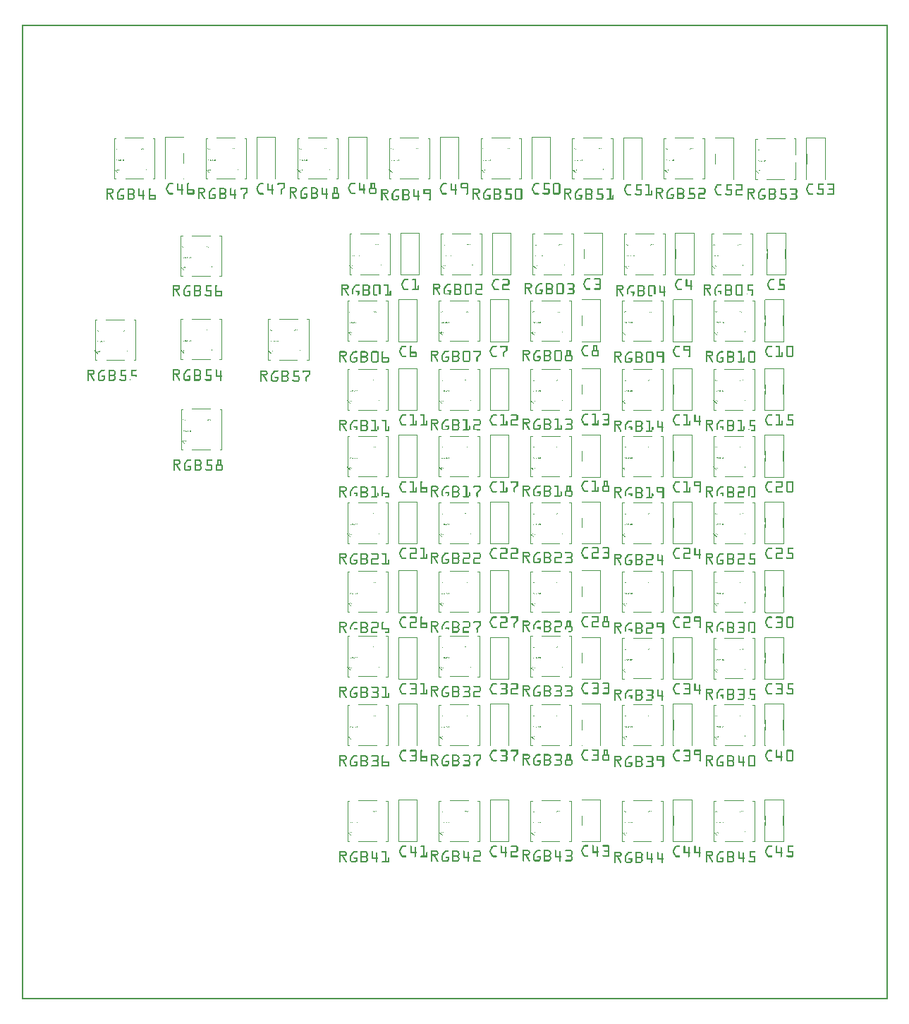
<source format=gto>
G04 MADE WITH FRITZING*
G04 WWW.FRITZING.ORG*
G04 DOUBLE SIDED*
G04 HOLES PLATED*
G04 CONTOUR ON CENTER OF CONTOUR VECTOR*
%ASAXBY*%
%FSLAX23Y23*%
%MOIN*%
%OFA0B0*%
%SFA1.0B1.0*%
%ADD10C,0.003937*%
%ADD11C,0.003933*%
%ADD12R,0.001000X0.001000*%
%LNSILK1*%
G90*
G70*
G54D10*
X1722Y2348D02*
X1731Y2348D01*
X1731Y2156D01*
X1722Y2156D01*
D02*
X1548Y2156D02*
X1539Y2156D01*
X1539Y2348D01*
X1548Y2348D01*
D02*
X1722Y2023D02*
X1731Y2023D01*
X1731Y1831D01*
X1722Y1831D01*
D02*
X1548Y1831D02*
X1539Y1831D01*
X1539Y2023D01*
X1548Y2023D01*
D02*
X1722Y940D02*
X1731Y940D01*
X1731Y749D01*
X1722Y749D01*
D02*
X1548Y749D02*
X1539Y749D01*
X1539Y940D01*
X1548Y940D01*
D02*
X1722Y1393D02*
X1731Y1393D01*
X1731Y1201D01*
X1722Y1201D01*
D02*
X1548Y1201D02*
X1539Y1201D01*
X1539Y1393D01*
X1548Y1393D01*
D02*
X1722Y1718D02*
X1731Y1718D01*
X1731Y1526D01*
X1722Y1526D01*
D02*
X1548Y1526D02*
X1539Y1526D01*
X1539Y1718D01*
X1548Y1718D01*
D02*
X935Y3216D02*
X943Y3216D01*
X943Y3024D01*
X935Y3024D01*
D02*
X760Y3024D02*
X752Y3024D01*
X752Y3216D01*
X760Y3216D01*
D02*
X2785Y4070D02*
X2794Y4070D01*
X2794Y3879D01*
X2785Y3879D01*
D02*
X2611Y3879D02*
X2602Y3879D01*
X2602Y4070D01*
X2611Y4070D01*
D02*
X620Y4070D02*
X628Y4070D01*
X628Y3879D01*
X620Y3879D01*
D02*
X445Y3879D02*
X437Y3879D01*
X437Y4070D01*
X445Y4070D01*
D02*
X1732Y3617D02*
X1740Y3617D01*
X1740Y3426D01*
X1732Y3426D01*
D02*
X1558Y3426D02*
X1549Y3426D01*
X1549Y3617D01*
X1558Y3617D01*
D02*
X1722Y2662D02*
X1731Y2662D01*
X1731Y2471D01*
X1722Y2471D01*
D02*
X1548Y2471D02*
X1539Y2471D01*
X1539Y2662D01*
X1548Y2662D01*
D02*
X1722Y3302D02*
X1731Y3302D01*
X1731Y3111D01*
X1722Y3111D01*
D02*
X1548Y3111D02*
X1539Y3111D01*
X1539Y3302D01*
X1548Y3302D01*
D02*
X1722Y2977D02*
X1731Y2977D01*
X1731Y2786D01*
X1722Y2786D01*
D02*
X1548Y2786D02*
X1539Y2786D01*
X1539Y2977D01*
X1548Y2977D01*
D02*
X2155Y2023D02*
X2164Y2023D01*
X2164Y1831D01*
X2155Y1831D01*
D02*
X1981Y1831D02*
X1972Y1831D01*
X1972Y2023D01*
X1981Y2023D01*
D02*
X2155Y2348D02*
X2164Y2348D01*
X2164Y2156D01*
X2155Y2156D01*
D02*
X1981Y2156D02*
X1972Y2156D01*
X1972Y2348D01*
X1981Y2348D01*
D02*
X2155Y940D02*
X2164Y940D01*
X2164Y749D01*
X2155Y749D01*
D02*
X1981Y749D02*
X1972Y749D01*
X1972Y940D01*
X1981Y940D01*
D02*
X2155Y1393D02*
X2164Y1393D01*
X2164Y1201D01*
X2155Y1201D01*
D02*
X1981Y1201D02*
X1972Y1201D01*
X1972Y1393D01*
X1981Y1393D01*
D02*
X2155Y1718D02*
X2164Y1718D01*
X2164Y1526D01*
X2155Y1526D01*
D02*
X1981Y1526D02*
X1972Y1526D01*
X1972Y1718D01*
X1981Y1718D01*
D02*
X530Y3212D02*
X538Y3212D01*
X538Y3021D01*
X530Y3021D01*
D02*
X355Y3021D02*
X347Y3021D01*
X347Y3212D01*
X355Y3212D01*
D02*
X3218Y4070D02*
X3227Y4070D01*
X3227Y3879D01*
X3218Y3879D01*
D02*
X3044Y3879D02*
X3035Y3879D01*
X3035Y4070D01*
X3044Y4070D01*
D02*
X1053Y4070D02*
X1061Y4070D01*
X1061Y3879D01*
X1053Y3879D01*
D02*
X878Y3879D02*
X870Y3879D01*
X870Y4070D01*
X878Y4070D01*
D02*
X2165Y3617D02*
X2173Y3617D01*
X2173Y3426D01*
X2165Y3426D01*
D02*
X1991Y3426D02*
X1982Y3426D01*
X1982Y3617D01*
X1991Y3617D01*
D02*
X2155Y3302D02*
X2164Y3302D01*
X2164Y3111D01*
X2155Y3111D01*
D02*
X1981Y3111D02*
X1972Y3111D01*
X1972Y3302D01*
X1981Y3302D01*
D02*
X2155Y2977D02*
X2164Y2977D01*
X2164Y2786D01*
X2155Y2786D01*
D02*
X1981Y2786D02*
X1972Y2786D01*
X1972Y2977D01*
X1981Y2977D01*
D02*
X2155Y2662D02*
X2164Y2662D01*
X2164Y2471D01*
X2155Y2471D01*
D02*
X1981Y2471D02*
X1972Y2471D01*
X1972Y2662D01*
X1981Y2662D01*
D02*
X935Y3609D02*
X943Y3609D01*
X943Y3418D01*
X935Y3418D01*
D02*
X760Y3418D02*
X752Y3418D01*
X752Y3609D01*
X760Y3609D01*
D02*
X3477Y3875D02*
X3468Y3875D01*
X3468Y4066D01*
X3477Y4066D01*
D02*
X1486Y4070D02*
X1494Y4070D01*
X1494Y3879D01*
X1486Y3879D01*
D02*
X1311Y3879D02*
X1303Y3879D01*
X1303Y4070D01*
X1311Y4070D01*
D02*
X2598Y3617D02*
X2607Y3617D01*
X2607Y3426D01*
X2598Y3426D01*
D02*
X2424Y3426D02*
X2415Y3426D01*
X2415Y3617D01*
X2424Y3617D01*
D02*
X2588Y940D02*
X2597Y940D01*
X2597Y749D01*
X2588Y749D01*
D02*
X2414Y749D02*
X2405Y749D01*
X2405Y940D01*
X2414Y940D01*
D02*
X2588Y1718D02*
X2597Y1718D01*
X2597Y1526D01*
X2588Y1526D01*
D02*
X2414Y1526D02*
X2405Y1526D01*
X2405Y1718D01*
X2414Y1718D01*
D02*
X2588Y2023D02*
X2597Y2023D01*
X2597Y1831D01*
X2588Y1831D01*
D02*
X2414Y1831D02*
X2405Y1831D01*
X2405Y2023D01*
X2414Y2023D01*
D02*
X2588Y1393D02*
X2597Y1393D01*
X2597Y1201D01*
X2588Y1201D01*
D02*
X2414Y1201D02*
X2405Y1201D01*
X2405Y1393D01*
X2414Y1393D01*
D02*
X2588Y3302D02*
X2597Y3302D01*
X2597Y3111D01*
X2588Y3111D01*
D02*
X2414Y3111D02*
X2405Y3111D01*
X2405Y3302D01*
X2414Y3302D01*
D02*
X2588Y2977D02*
X2597Y2977D01*
X2597Y2786D01*
X2588Y2786D01*
D02*
X2414Y2786D02*
X2405Y2786D01*
X2405Y2977D01*
X2414Y2977D01*
D02*
X2588Y2662D02*
X2597Y2662D01*
X2597Y2471D01*
X2588Y2471D01*
D02*
X2414Y2471D02*
X2405Y2471D01*
X2405Y2662D01*
X2414Y2662D01*
D02*
X2588Y2348D02*
X2597Y2348D01*
X2597Y2156D01*
X2588Y2156D01*
D02*
X2414Y2156D02*
X2405Y2156D01*
X2405Y2348D01*
X2414Y2348D01*
D02*
X3021Y2023D02*
X3030Y2023D01*
X3030Y1831D01*
X3021Y1831D01*
D02*
X2847Y1831D02*
X2838Y1831D01*
X2838Y2023D01*
X2847Y2023D01*
D02*
X3021Y940D02*
X3030Y940D01*
X3030Y749D01*
X3021Y749D01*
D02*
X2847Y749D02*
X2838Y749D01*
X2838Y940D01*
X2847Y940D01*
D02*
X3021Y1393D02*
X3030Y1393D01*
X3030Y1201D01*
X3021Y1201D01*
D02*
X2847Y1201D02*
X2838Y1201D01*
X2838Y1393D01*
X2847Y1393D01*
D02*
X3021Y2348D02*
X3030Y2348D01*
X3030Y2156D01*
X3021Y2156D01*
D02*
X2847Y2156D02*
X2838Y2156D01*
X2838Y2348D01*
X2847Y2348D01*
D02*
X3021Y1708D02*
X3030Y1708D01*
X3030Y1516D01*
X3021Y1516D01*
D02*
X2847Y1516D02*
X2838Y1516D01*
X2838Y1708D01*
X2847Y1708D01*
D02*
X1348Y3214D02*
X1357Y3214D01*
X1357Y3022D01*
X1348Y3022D01*
D02*
X1174Y3022D02*
X1165Y3022D01*
X1165Y3214D01*
X1174Y3214D01*
D02*
X1919Y4070D02*
X1927Y4070D01*
X1927Y3879D01*
X1919Y3879D01*
D02*
X1745Y3879D02*
X1736Y3879D01*
X1736Y4070D01*
X1745Y4070D01*
D02*
X3031Y3617D02*
X3040Y3617D01*
X3040Y3426D01*
X3031Y3426D01*
D02*
X2857Y3426D02*
X2848Y3426D01*
X2848Y3617D01*
X2857Y3617D01*
D02*
X3021Y3302D02*
X3030Y3302D01*
X3030Y3111D01*
X3021Y3111D01*
D02*
X2847Y3111D02*
X2838Y3111D01*
X2838Y3302D01*
X2847Y3302D01*
D02*
X3021Y2977D02*
X3030Y2977D01*
X3030Y2786D01*
X3021Y2786D01*
D02*
X2847Y2786D02*
X2838Y2786D01*
X2838Y2977D01*
X2847Y2977D01*
D02*
X3021Y2662D02*
X3030Y2662D01*
X3030Y2471D01*
X3021Y2471D01*
D02*
X2847Y2471D02*
X2838Y2471D01*
X2838Y2662D01*
X2847Y2662D01*
D02*
X936Y2790D02*
X945Y2790D01*
X945Y2598D01*
X936Y2598D01*
D02*
X762Y2598D02*
X753Y2598D01*
X753Y2790D01*
X762Y2790D01*
D02*
X2352Y4070D02*
X2360Y4070D01*
X2360Y3879D01*
X2352Y3879D01*
D02*
X2178Y3879D02*
X2169Y3879D01*
X2169Y4070D01*
X2178Y4070D01*
D02*
X3444Y3617D02*
X3453Y3617D01*
X3453Y3426D01*
X3444Y3426D01*
D02*
X3270Y3426D02*
X3262Y3426D01*
X3262Y3617D01*
X3270Y3617D01*
D02*
X3454Y2023D02*
X3463Y2023D01*
X3463Y1831D01*
X3454Y1831D01*
D02*
X3280Y1831D02*
X3271Y1831D01*
X3271Y2023D01*
X3280Y2023D01*
D02*
X3454Y1708D02*
X3463Y1708D01*
X3463Y1516D01*
X3454Y1516D01*
D02*
X3280Y1516D02*
X3271Y1516D01*
X3271Y1708D01*
X3280Y1708D01*
D02*
X3454Y940D02*
X3463Y940D01*
X3463Y749D01*
X3454Y749D01*
D02*
X3280Y749D02*
X3271Y749D01*
X3271Y940D01*
X3280Y940D01*
D02*
X3454Y1393D02*
X3463Y1393D01*
X3463Y1201D01*
X3454Y1201D01*
D02*
X3280Y1201D02*
X3271Y1201D01*
X3271Y1393D01*
X3280Y1393D01*
D02*
X3454Y2348D02*
X3463Y2348D01*
X3463Y2156D01*
X3454Y2156D01*
D02*
X3280Y2156D02*
X3271Y2156D01*
X3271Y2348D01*
X3280Y2348D01*
D02*
X3454Y2977D02*
X3463Y2977D01*
X3463Y2786D01*
X3454Y2786D01*
D02*
X3280Y2786D02*
X3271Y2786D01*
X3271Y2977D01*
X3280Y2977D01*
D02*
X3454Y3302D02*
X3463Y3302D01*
X3463Y3111D01*
X3454Y3111D01*
D02*
X3280Y3111D02*
X3271Y3111D01*
X3271Y3302D01*
X3280Y3302D01*
D02*
X3454Y2662D02*
X3463Y2662D01*
X3463Y2471D01*
X3454Y2471D01*
D02*
X3280Y2471D02*
X3271Y2471D01*
X3271Y2662D01*
X3280Y2662D01*
D02*
X1590Y2348D02*
X1677Y2348D01*
D02*
X1591Y2156D02*
X1676Y2156D01*
D02*
X1590Y2024D02*
X1677Y2024D01*
D02*
X1591Y1832D02*
X1676Y1832D01*
D02*
G54D11*
X1553Y1862D02*
X1539Y1876D01*
D02*
G54D10*
X1590Y941D02*
X1677Y941D01*
D02*
X1591Y749D02*
X1676Y749D01*
D02*
G54D11*
X1553Y779D02*
X1539Y793D01*
D02*
G54D10*
X1590Y1394D02*
X1677Y1394D01*
D02*
X1591Y1202D02*
X1676Y1202D01*
D02*
G54D11*
X1553Y1232D02*
X1539Y1246D01*
D02*
G54D10*
X1590Y1718D02*
X1677Y1718D01*
D02*
X1591Y1527D02*
X1676Y1527D01*
D02*
X803Y3216D02*
X890Y3216D01*
D02*
X804Y3025D02*
X889Y3025D01*
D02*
X2653Y4071D02*
X2740Y4071D01*
D02*
X2654Y3879D02*
X2739Y3879D01*
D02*
G54D11*
X2616Y3909D02*
X2602Y3923D01*
D02*
G54D10*
X488Y4071D02*
X575Y4071D01*
D02*
X489Y3879D02*
X574Y3879D01*
D02*
G54D11*
X450Y3909D02*
X436Y3923D01*
D02*
G54D10*
X1600Y3618D02*
X1687Y3618D01*
D02*
X1601Y3426D02*
X1686Y3426D01*
D02*
G54D11*
X1562Y3456D02*
X1548Y3470D01*
D02*
G54D10*
X1590Y2663D02*
X1677Y2663D01*
D02*
X1591Y2471D02*
X1676Y2471D01*
D02*
X1590Y3303D02*
X1677Y3303D01*
D02*
X1591Y3111D02*
X1676Y3111D01*
D02*
G54D11*
X1553Y3141D02*
X1539Y3155D01*
D02*
G54D10*
X1590Y2978D02*
X1677Y2978D01*
D02*
X1591Y2786D02*
X1676Y2786D01*
D02*
X2023Y2024D02*
X2110Y2024D01*
D02*
X2024Y1832D02*
X2109Y1832D01*
D02*
G54D11*
X1986Y1862D02*
X1972Y1876D01*
D02*
G54D10*
X2023Y2348D02*
X2110Y2348D01*
D02*
X2024Y2156D02*
X2109Y2156D01*
D02*
X2023Y941D02*
X2110Y941D01*
D02*
X2024Y749D02*
X2109Y749D01*
D02*
G54D11*
X1986Y779D02*
X1972Y793D01*
D02*
G54D10*
X2023Y1394D02*
X2110Y1394D01*
D02*
X2024Y1202D02*
X2109Y1202D01*
D02*
G54D11*
X1986Y1232D02*
X1972Y1246D01*
D02*
G54D10*
X2023Y1718D02*
X2110Y1718D01*
D02*
X2024Y1527D02*
X2109Y1527D01*
D02*
X398Y3213D02*
X485Y3213D01*
D02*
X399Y3021D02*
X484Y3021D01*
D02*
X3086Y4071D02*
X3173Y4071D01*
D02*
X3087Y3879D02*
X3172Y3879D01*
D02*
G54D11*
X3049Y3909D02*
X3035Y3923D01*
D02*
G54D10*
X921Y4071D02*
X1008Y4071D01*
D02*
X922Y3879D02*
X1007Y3879D01*
D02*
G54D11*
X883Y3909D02*
X869Y3923D01*
D02*
G54D10*
X2033Y3618D02*
X2120Y3618D01*
D02*
X2034Y3426D02*
X2119Y3426D01*
D02*
G54D11*
X1995Y3456D02*
X1981Y3470D01*
D02*
G54D10*
X2023Y3303D02*
X2110Y3303D01*
D02*
X2024Y3111D02*
X2109Y3111D01*
D02*
G54D11*
X1986Y3141D02*
X1972Y3155D01*
D02*
G54D10*
X2023Y2978D02*
X2110Y2978D01*
D02*
X2024Y2786D02*
X2109Y2786D01*
D02*
X2023Y2663D02*
X2110Y2663D01*
D02*
X2024Y2471D02*
X2109Y2471D01*
D02*
X803Y3610D02*
X890Y3610D01*
D02*
X804Y3418D02*
X889Y3418D01*
D02*
G54D11*
X765Y3448D02*
X751Y3462D01*
D02*
G54D10*
X3519Y4067D02*
X3606Y4067D01*
D02*
X3520Y3875D02*
X3605Y3875D01*
D02*
G54D11*
X3482Y3905D02*
X3468Y3919D01*
D02*
G54D10*
X1354Y4071D02*
X1441Y4071D01*
D02*
X1355Y3879D02*
X1440Y3879D01*
D02*
G54D11*
X1316Y3909D02*
X1302Y3923D01*
D02*
G54D10*
X2466Y3618D02*
X2553Y3618D01*
D02*
X2467Y3426D02*
X2552Y3426D01*
D02*
G54D11*
X2429Y3456D02*
X2415Y3470D01*
D02*
G54D10*
X2456Y941D02*
X2543Y941D01*
D02*
X2457Y749D02*
X2542Y749D01*
D02*
G54D11*
X2419Y779D02*
X2405Y793D01*
D02*
G54D10*
X2456Y1718D02*
X2543Y1718D01*
D02*
X2457Y1527D02*
X2542Y1527D01*
D02*
X2456Y2024D02*
X2543Y2024D01*
D02*
X2457Y1832D02*
X2542Y1832D01*
D02*
G54D11*
X2419Y1862D02*
X2405Y1876D01*
D02*
G54D10*
X2456Y1394D02*
X2543Y1394D01*
D02*
X2457Y1202D02*
X2542Y1202D01*
D02*
G54D11*
X2419Y1232D02*
X2405Y1246D01*
D02*
G54D10*
X2456Y3303D02*
X2543Y3303D01*
D02*
X2457Y3111D02*
X2542Y3111D01*
D02*
G54D11*
X2419Y3141D02*
X2405Y3155D01*
D02*
G54D10*
X2456Y2978D02*
X2543Y2978D01*
D02*
X2457Y2786D02*
X2542Y2786D01*
D02*
X2456Y2663D02*
X2543Y2663D01*
D02*
X2457Y2471D02*
X2542Y2471D01*
D02*
X2456Y2348D02*
X2543Y2348D01*
D02*
X2457Y2156D02*
X2542Y2156D01*
D02*
X2889Y2024D02*
X2976Y2024D01*
D02*
X2890Y1832D02*
X2975Y1832D01*
D02*
G54D11*
X2852Y1862D02*
X2838Y1876D01*
D02*
G54D10*
X2889Y941D02*
X2976Y941D01*
D02*
X2890Y749D02*
X2975Y749D01*
D02*
G54D11*
X2852Y779D02*
X2838Y793D01*
D02*
G54D10*
X2889Y1394D02*
X2976Y1394D01*
D02*
X2890Y1202D02*
X2975Y1202D01*
D02*
G54D11*
X2852Y1232D02*
X2838Y1246D01*
D02*
G54D10*
X2889Y2348D02*
X2976Y2348D01*
D02*
X2890Y2156D02*
X2975Y2156D01*
D02*
X2889Y1709D02*
X2976Y1709D01*
D02*
X2890Y1517D02*
X2975Y1517D01*
D02*
G54D11*
X2852Y1547D02*
X2838Y1561D01*
D02*
G54D10*
X1216Y3215D02*
X1303Y3215D01*
D02*
X1217Y3023D02*
X1302Y3023D01*
D02*
X1787Y4071D02*
X1874Y4071D01*
D02*
X1788Y3879D02*
X1873Y3879D01*
D02*
G54D11*
X1749Y3909D02*
X1735Y3923D01*
D02*
G54D10*
X2899Y3618D02*
X2986Y3618D01*
D02*
X2900Y3426D02*
X2985Y3426D01*
D02*
G54D11*
X2862Y3456D02*
X2848Y3470D01*
D02*
G54D10*
X2889Y3303D02*
X2976Y3303D01*
D02*
X2890Y3111D02*
X2975Y3111D01*
D02*
G54D11*
X2852Y3141D02*
X2838Y3155D01*
D02*
G54D10*
X2889Y2978D02*
X2976Y2978D01*
D02*
X2890Y2786D02*
X2975Y2786D01*
D02*
X2889Y2663D02*
X2976Y2663D01*
D02*
X2890Y2471D02*
X2975Y2471D01*
D02*
X804Y2791D02*
X891Y2791D01*
D02*
X805Y2599D02*
X890Y2599D01*
D02*
G54D11*
X767Y2629D02*
X753Y2643D01*
D02*
G54D10*
X2220Y4071D02*
X2307Y4071D01*
D02*
X2221Y3879D02*
X2306Y3879D01*
D02*
G54D11*
X2183Y3909D02*
X2169Y3923D01*
D02*
G54D10*
X3313Y3618D02*
X3400Y3618D01*
D02*
X3313Y3426D02*
X3398Y3426D01*
D02*
G54D11*
X3275Y3456D02*
X3261Y3470D01*
D02*
G54D10*
X3322Y2024D02*
X3409Y2024D01*
D02*
X3323Y1832D02*
X3408Y1832D01*
D02*
G54D11*
X3285Y1862D02*
X3271Y1876D01*
D02*
G54D10*
X3322Y1709D02*
X3409Y1709D01*
D02*
X3323Y1517D02*
X3408Y1517D01*
D02*
G54D11*
X3285Y1547D02*
X3271Y1561D01*
D02*
G54D10*
X3322Y941D02*
X3409Y941D01*
D02*
X3323Y749D02*
X3408Y749D01*
D02*
G54D11*
X3285Y779D02*
X3271Y793D01*
D02*
G54D10*
X3322Y1394D02*
X3409Y1394D01*
D02*
X3323Y1202D02*
X3408Y1202D01*
D02*
G54D11*
X3285Y1232D02*
X3271Y1246D01*
D02*
G54D10*
X3322Y2348D02*
X3409Y2348D01*
D02*
X3323Y2156D02*
X3408Y2156D01*
D02*
X3322Y2978D02*
X3409Y2978D01*
D02*
X3323Y2786D02*
X3408Y2786D01*
D02*
X3322Y3303D02*
X3409Y3303D01*
D02*
X3323Y3111D02*
X3408Y3111D01*
D02*
G54D11*
X3285Y3141D02*
X3271Y3155D01*
D02*
G54D10*
X3322Y2663D02*
X3409Y2663D01*
D02*
X3323Y2471D02*
X3408Y2471D01*
D02*
G54D12*
X0Y4606D02*
X4093Y4606D01*
X0Y4605D02*
X4093Y4605D01*
X0Y4604D02*
X4093Y4604D01*
X0Y4603D02*
X4093Y4603D01*
X0Y4602D02*
X4093Y4602D01*
X0Y4601D02*
X4093Y4601D01*
X0Y4600D02*
X4093Y4600D01*
X0Y4599D02*
X4093Y4599D01*
X0Y4598D02*
X7Y4598D01*
X4086Y4598D02*
X4093Y4598D01*
X0Y4597D02*
X7Y4597D01*
X4086Y4597D02*
X4093Y4597D01*
X0Y4596D02*
X7Y4596D01*
X4086Y4596D02*
X4093Y4596D01*
X0Y4595D02*
X7Y4595D01*
X4086Y4595D02*
X4093Y4595D01*
X0Y4594D02*
X7Y4594D01*
X4086Y4594D02*
X4093Y4594D01*
X0Y4593D02*
X7Y4593D01*
X4086Y4593D02*
X4093Y4593D01*
X0Y4592D02*
X7Y4592D01*
X4086Y4592D02*
X4093Y4592D01*
X0Y4591D02*
X7Y4591D01*
X4086Y4591D02*
X4093Y4591D01*
X0Y4590D02*
X7Y4590D01*
X4086Y4590D02*
X4093Y4590D01*
X0Y4589D02*
X7Y4589D01*
X4086Y4589D02*
X4093Y4589D01*
X0Y4588D02*
X7Y4588D01*
X4086Y4588D02*
X4093Y4588D01*
X0Y4587D02*
X7Y4587D01*
X4086Y4587D02*
X4093Y4587D01*
X0Y4586D02*
X7Y4586D01*
X4086Y4586D02*
X4093Y4586D01*
X0Y4585D02*
X7Y4585D01*
X4086Y4585D02*
X4093Y4585D01*
X0Y4584D02*
X7Y4584D01*
X4086Y4584D02*
X4093Y4584D01*
X0Y4583D02*
X7Y4583D01*
X4086Y4583D02*
X4093Y4583D01*
X0Y4582D02*
X7Y4582D01*
X4086Y4582D02*
X4093Y4582D01*
X0Y4581D02*
X7Y4581D01*
X4086Y4581D02*
X4093Y4581D01*
X0Y4580D02*
X7Y4580D01*
X4086Y4580D02*
X4093Y4580D01*
X0Y4579D02*
X7Y4579D01*
X4086Y4579D02*
X4093Y4579D01*
X0Y4578D02*
X7Y4578D01*
X4086Y4578D02*
X4093Y4578D01*
X0Y4577D02*
X7Y4577D01*
X4086Y4577D02*
X4093Y4577D01*
X0Y4576D02*
X7Y4576D01*
X4086Y4576D02*
X4093Y4576D01*
X0Y4575D02*
X7Y4575D01*
X4086Y4575D02*
X4093Y4575D01*
X0Y4574D02*
X7Y4574D01*
X4086Y4574D02*
X4093Y4574D01*
X0Y4573D02*
X7Y4573D01*
X4086Y4573D02*
X4093Y4573D01*
X0Y4572D02*
X7Y4572D01*
X4086Y4572D02*
X4093Y4572D01*
X0Y4571D02*
X7Y4571D01*
X4086Y4571D02*
X4093Y4571D01*
X0Y4570D02*
X7Y4570D01*
X4086Y4570D02*
X4093Y4570D01*
X0Y4569D02*
X7Y4569D01*
X4086Y4569D02*
X4093Y4569D01*
X0Y4568D02*
X7Y4568D01*
X4086Y4568D02*
X4093Y4568D01*
X0Y4567D02*
X7Y4567D01*
X4086Y4567D02*
X4093Y4567D01*
X0Y4566D02*
X7Y4566D01*
X4086Y4566D02*
X4093Y4566D01*
X0Y4565D02*
X7Y4565D01*
X4086Y4565D02*
X4093Y4565D01*
X0Y4564D02*
X7Y4564D01*
X4086Y4564D02*
X4093Y4564D01*
X0Y4563D02*
X7Y4563D01*
X4086Y4563D02*
X4093Y4563D01*
X0Y4562D02*
X7Y4562D01*
X4086Y4562D02*
X4093Y4562D01*
X0Y4561D02*
X7Y4561D01*
X4086Y4561D02*
X4093Y4561D01*
X0Y4560D02*
X7Y4560D01*
X4086Y4560D02*
X4093Y4560D01*
X0Y4559D02*
X7Y4559D01*
X4086Y4559D02*
X4093Y4559D01*
X0Y4558D02*
X7Y4558D01*
X4086Y4558D02*
X4093Y4558D01*
X0Y4557D02*
X7Y4557D01*
X4086Y4557D02*
X4093Y4557D01*
X0Y4556D02*
X7Y4556D01*
X4086Y4556D02*
X4093Y4556D01*
X0Y4555D02*
X7Y4555D01*
X4086Y4555D02*
X4093Y4555D01*
X0Y4554D02*
X7Y4554D01*
X4086Y4554D02*
X4093Y4554D01*
X0Y4553D02*
X7Y4553D01*
X4086Y4553D02*
X4093Y4553D01*
X0Y4552D02*
X7Y4552D01*
X4086Y4552D02*
X4093Y4552D01*
X0Y4551D02*
X7Y4551D01*
X4086Y4551D02*
X4093Y4551D01*
X0Y4550D02*
X7Y4550D01*
X4086Y4550D02*
X4093Y4550D01*
X0Y4549D02*
X7Y4549D01*
X4086Y4549D02*
X4093Y4549D01*
X0Y4548D02*
X7Y4548D01*
X4086Y4548D02*
X4093Y4548D01*
X0Y4547D02*
X7Y4547D01*
X4086Y4547D02*
X4093Y4547D01*
X0Y4546D02*
X7Y4546D01*
X4086Y4546D02*
X4093Y4546D01*
X0Y4545D02*
X7Y4545D01*
X4086Y4545D02*
X4093Y4545D01*
X0Y4544D02*
X7Y4544D01*
X4086Y4544D02*
X4093Y4544D01*
X0Y4543D02*
X7Y4543D01*
X4086Y4543D02*
X4093Y4543D01*
X0Y4542D02*
X7Y4542D01*
X4086Y4542D02*
X4093Y4542D01*
X0Y4541D02*
X7Y4541D01*
X4086Y4541D02*
X4093Y4541D01*
X0Y4540D02*
X7Y4540D01*
X4086Y4540D02*
X4093Y4540D01*
X0Y4539D02*
X7Y4539D01*
X4086Y4539D02*
X4093Y4539D01*
X0Y4538D02*
X7Y4538D01*
X4086Y4538D02*
X4093Y4538D01*
X0Y4537D02*
X7Y4537D01*
X4086Y4537D02*
X4093Y4537D01*
X0Y4536D02*
X7Y4536D01*
X4086Y4536D02*
X4093Y4536D01*
X0Y4535D02*
X7Y4535D01*
X4086Y4535D02*
X4093Y4535D01*
X0Y4534D02*
X7Y4534D01*
X4086Y4534D02*
X4093Y4534D01*
X0Y4533D02*
X7Y4533D01*
X4086Y4533D02*
X4093Y4533D01*
X0Y4532D02*
X7Y4532D01*
X4086Y4532D02*
X4093Y4532D01*
X0Y4531D02*
X7Y4531D01*
X4086Y4531D02*
X4093Y4531D01*
X0Y4530D02*
X7Y4530D01*
X4086Y4530D02*
X4093Y4530D01*
X0Y4529D02*
X7Y4529D01*
X4086Y4529D02*
X4093Y4529D01*
X0Y4528D02*
X7Y4528D01*
X4086Y4528D02*
X4093Y4528D01*
X0Y4527D02*
X7Y4527D01*
X4086Y4527D02*
X4093Y4527D01*
X0Y4526D02*
X7Y4526D01*
X4086Y4526D02*
X4093Y4526D01*
X0Y4525D02*
X7Y4525D01*
X4086Y4525D02*
X4093Y4525D01*
X0Y4524D02*
X7Y4524D01*
X4086Y4524D02*
X4093Y4524D01*
X0Y4523D02*
X7Y4523D01*
X4086Y4523D02*
X4093Y4523D01*
X0Y4522D02*
X7Y4522D01*
X4086Y4522D02*
X4093Y4522D01*
X0Y4521D02*
X7Y4521D01*
X4086Y4521D02*
X4093Y4521D01*
X0Y4520D02*
X7Y4520D01*
X4086Y4520D02*
X4093Y4520D01*
X0Y4519D02*
X7Y4519D01*
X4086Y4519D02*
X4093Y4519D01*
X0Y4518D02*
X7Y4518D01*
X4086Y4518D02*
X4093Y4518D01*
X0Y4517D02*
X7Y4517D01*
X4086Y4517D02*
X4093Y4517D01*
X0Y4516D02*
X7Y4516D01*
X4086Y4516D02*
X4093Y4516D01*
X0Y4515D02*
X7Y4515D01*
X4086Y4515D02*
X4093Y4515D01*
X0Y4514D02*
X7Y4514D01*
X4086Y4514D02*
X4093Y4514D01*
X0Y4513D02*
X7Y4513D01*
X4086Y4513D02*
X4093Y4513D01*
X0Y4512D02*
X7Y4512D01*
X4086Y4512D02*
X4093Y4512D01*
X0Y4511D02*
X7Y4511D01*
X4086Y4511D02*
X4093Y4511D01*
X0Y4510D02*
X7Y4510D01*
X4086Y4510D02*
X4093Y4510D01*
X0Y4509D02*
X7Y4509D01*
X4086Y4509D02*
X4093Y4509D01*
X0Y4508D02*
X7Y4508D01*
X4086Y4508D02*
X4093Y4508D01*
X0Y4507D02*
X7Y4507D01*
X4086Y4507D02*
X4093Y4507D01*
X0Y4506D02*
X7Y4506D01*
X4086Y4506D02*
X4093Y4506D01*
X0Y4505D02*
X7Y4505D01*
X4086Y4505D02*
X4093Y4505D01*
X0Y4504D02*
X7Y4504D01*
X4086Y4504D02*
X4093Y4504D01*
X0Y4503D02*
X7Y4503D01*
X4086Y4503D02*
X4093Y4503D01*
X0Y4502D02*
X7Y4502D01*
X4086Y4502D02*
X4093Y4502D01*
X0Y4501D02*
X7Y4501D01*
X4086Y4501D02*
X4093Y4501D01*
X0Y4500D02*
X7Y4500D01*
X4086Y4500D02*
X4093Y4500D01*
X0Y4499D02*
X7Y4499D01*
X4086Y4499D02*
X4093Y4499D01*
X0Y4498D02*
X7Y4498D01*
X4086Y4498D02*
X4093Y4498D01*
X0Y4497D02*
X7Y4497D01*
X4086Y4497D02*
X4093Y4497D01*
X0Y4496D02*
X7Y4496D01*
X4086Y4496D02*
X4093Y4496D01*
X0Y4495D02*
X7Y4495D01*
X4086Y4495D02*
X4093Y4495D01*
X0Y4494D02*
X7Y4494D01*
X4086Y4494D02*
X4093Y4494D01*
X0Y4493D02*
X7Y4493D01*
X4086Y4493D02*
X4093Y4493D01*
X0Y4492D02*
X7Y4492D01*
X4086Y4492D02*
X4093Y4492D01*
X0Y4491D02*
X7Y4491D01*
X4086Y4491D02*
X4093Y4491D01*
X0Y4490D02*
X7Y4490D01*
X4086Y4490D02*
X4093Y4490D01*
X0Y4489D02*
X7Y4489D01*
X4086Y4489D02*
X4093Y4489D01*
X0Y4488D02*
X7Y4488D01*
X4086Y4488D02*
X4093Y4488D01*
X0Y4487D02*
X7Y4487D01*
X4086Y4487D02*
X4093Y4487D01*
X0Y4486D02*
X7Y4486D01*
X4086Y4486D02*
X4093Y4486D01*
X0Y4485D02*
X7Y4485D01*
X4086Y4485D02*
X4093Y4485D01*
X0Y4484D02*
X7Y4484D01*
X4086Y4484D02*
X4093Y4484D01*
X0Y4483D02*
X7Y4483D01*
X4086Y4483D02*
X4093Y4483D01*
X0Y4482D02*
X7Y4482D01*
X4086Y4482D02*
X4093Y4482D01*
X0Y4481D02*
X7Y4481D01*
X4086Y4481D02*
X4093Y4481D01*
X0Y4480D02*
X7Y4480D01*
X4086Y4480D02*
X4093Y4480D01*
X0Y4479D02*
X7Y4479D01*
X4086Y4479D02*
X4093Y4479D01*
X0Y4478D02*
X7Y4478D01*
X4086Y4478D02*
X4093Y4478D01*
X0Y4477D02*
X7Y4477D01*
X4086Y4477D02*
X4093Y4477D01*
X0Y4476D02*
X7Y4476D01*
X4086Y4476D02*
X4093Y4476D01*
X0Y4475D02*
X7Y4475D01*
X4086Y4475D02*
X4093Y4475D01*
X0Y4474D02*
X7Y4474D01*
X4086Y4474D02*
X4093Y4474D01*
X0Y4473D02*
X7Y4473D01*
X4086Y4473D02*
X4093Y4473D01*
X0Y4472D02*
X7Y4472D01*
X4086Y4472D02*
X4093Y4472D01*
X0Y4471D02*
X7Y4471D01*
X4086Y4471D02*
X4093Y4471D01*
X0Y4470D02*
X7Y4470D01*
X4086Y4470D02*
X4093Y4470D01*
X0Y4469D02*
X7Y4469D01*
X4086Y4469D02*
X4093Y4469D01*
X0Y4468D02*
X7Y4468D01*
X4086Y4468D02*
X4093Y4468D01*
X0Y4467D02*
X7Y4467D01*
X4086Y4467D02*
X4093Y4467D01*
X0Y4466D02*
X7Y4466D01*
X4086Y4466D02*
X4093Y4466D01*
X0Y4465D02*
X7Y4465D01*
X4086Y4465D02*
X4093Y4465D01*
X0Y4464D02*
X7Y4464D01*
X4086Y4464D02*
X4093Y4464D01*
X0Y4463D02*
X7Y4463D01*
X4086Y4463D02*
X4093Y4463D01*
X0Y4462D02*
X7Y4462D01*
X4086Y4462D02*
X4093Y4462D01*
X0Y4461D02*
X7Y4461D01*
X4086Y4461D02*
X4093Y4461D01*
X0Y4460D02*
X7Y4460D01*
X4086Y4460D02*
X4093Y4460D01*
X0Y4459D02*
X7Y4459D01*
X4086Y4459D02*
X4093Y4459D01*
X0Y4458D02*
X7Y4458D01*
X4086Y4458D02*
X4093Y4458D01*
X0Y4457D02*
X7Y4457D01*
X4086Y4457D02*
X4093Y4457D01*
X0Y4456D02*
X7Y4456D01*
X4086Y4456D02*
X4093Y4456D01*
X0Y4455D02*
X7Y4455D01*
X4086Y4455D02*
X4093Y4455D01*
X0Y4454D02*
X7Y4454D01*
X4086Y4454D02*
X4093Y4454D01*
X0Y4453D02*
X7Y4453D01*
X4086Y4453D02*
X4093Y4453D01*
X0Y4452D02*
X7Y4452D01*
X4086Y4452D02*
X4093Y4452D01*
X0Y4451D02*
X7Y4451D01*
X4086Y4451D02*
X4093Y4451D01*
X0Y4450D02*
X7Y4450D01*
X4086Y4450D02*
X4093Y4450D01*
X0Y4449D02*
X7Y4449D01*
X4086Y4449D02*
X4093Y4449D01*
X0Y4448D02*
X7Y4448D01*
X4086Y4448D02*
X4093Y4448D01*
X0Y4447D02*
X7Y4447D01*
X4086Y4447D02*
X4093Y4447D01*
X0Y4446D02*
X7Y4446D01*
X4086Y4446D02*
X4093Y4446D01*
X0Y4445D02*
X7Y4445D01*
X4086Y4445D02*
X4093Y4445D01*
X0Y4444D02*
X7Y4444D01*
X4086Y4444D02*
X4093Y4444D01*
X0Y4443D02*
X7Y4443D01*
X4086Y4443D02*
X4093Y4443D01*
X0Y4442D02*
X7Y4442D01*
X4086Y4442D02*
X4093Y4442D01*
X0Y4441D02*
X7Y4441D01*
X4086Y4441D02*
X4093Y4441D01*
X0Y4440D02*
X7Y4440D01*
X4086Y4440D02*
X4093Y4440D01*
X0Y4439D02*
X7Y4439D01*
X4086Y4439D02*
X4093Y4439D01*
X0Y4438D02*
X7Y4438D01*
X4086Y4438D02*
X4093Y4438D01*
X0Y4437D02*
X7Y4437D01*
X4086Y4437D02*
X4093Y4437D01*
X0Y4436D02*
X7Y4436D01*
X4086Y4436D02*
X4093Y4436D01*
X0Y4435D02*
X7Y4435D01*
X4086Y4435D02*
X4093Y4435D01*
X0Y4434D02*
X7Y4434D01*
X4086Y4434D02*
X4093Y4434D01*
X0Y4433D02*
X7Y4433D01*
X4086Y4433D02*
X4093Y4433D01*
X0Y4432D02*
X7Y4432D01*
X4086Y4432D02*
X4093Y4432D01*
X0Y4431D02*
X7Y4431D01*
X4086Y4431D02*
X4093Y4431D01*
X0Y4430D02*
X7Y4430D01*
X4086Y4430D02*
X4093Y4430D01*
X0Y4429D02*
X7Y4429D01*
X4086Y4429D02*
X4093Y4429D01*
X0Y4428D02*
X7Y4428D01*
X4086Y4428D02*
X4093Y4428D01*
X0Y4427D02*
X7Y4427D01*
X4086Y4427D02*
X4093Y4427D01*
X0Y4426D02*
X7Y4426D01*
X4086Y4426D02*
X4093Y4426D01*
X0Y4425D02*
X7Y4425D01*
X4086Y4425D02*
X4093Y4425D01*
X0Y4424D02*
X7Y4424D01*
X4086Y4424D02*
X4093Y4424D01*
X0Y4423D02*
X7Y4423D01*
X4086Y4423D02*
X4093Y4423D01*
X0Y4422D02*
X7Y4422D01*
X4086Y4422D02*
X4093Y4422D01*
X0Y4421D02*
X7Y4421D01*
X4086Y4421D02*
X4093Y4421D01*
X0Y4420D02*
X7Y4420D01*
X4086Y4420D02*
X4093Y4420D01*
X0Y4419D02*
X7Y4419D01*
X4086Y4419D02*
X4093Y4419D01*
X0Y4418D02*
X7Y4418D01*
X4086Y4418D02*
X4093Y4418D01*
X0Y4417D02*
X7Y4417D01*
X4086Y4417D02*
X4093Y4417D01*
X0Y4416D02*
X7Y4416D01*
X4086Y4416D02*
X4093Y4416D01*
X0Y4415D02*
X7Y4415D01*
X4086Y4415D02*
X4093Y4415D01*
X0Y4414D02*
X7Y4414D01*
X4086Y4414D02*
X4093Y4414D01*
X0Y4413D02*
X7Y4413D01*
X4086Y4413D02*
X4093Y4413D01*
X0Y4412D02*
X7Y4412D01*
X4086Y4412D02*
X4093Y4412D01*
X0Y4411D02*
X7Y4411D01*
X4086Y4411D02*
X4093Y4411D01*
X0Y4410D02*
X7Y4410D01*
X4086Y4410D02*
X4093Y4410D01*
X0Y4409D02*
X7Y4409D01*
X4086Y4409D02*
X4093Y4409D01*
X0Y4408D02*
X7Y4408D01*
X4086Y4408D02*
X4093Y4408D01*
X0Y4407D02*
X7Y4407D01*
X4086Y4407D02*
X4093Y4407D01*
X0Y4406D02*
X7Y4406D01*
X4086Y4406D02*
X4093Y4406D01*
X0Y4405D02*
X7Y4405D01*
X4086Y4405D02*
X4093Y4405D01*
X0Y4404D02*
X7Y4404D01*
X4086Y4404D02*
X4093Y4404D01*
X0Y4403D02*
X7Y4403D01*
X4086Y4403D02*
X4093Y4403D01*
X0Y4402D02*
X7Y4402D01*
X4086Y4402D02*
X4093Y4402D01*
X0Y4401D02*
X7Y4401D01*
X4086Y4401D02*
X4093Y4401D01*
X0Y4400D02*
X7Y4400D01*
X4086Y4400D02*
X4093Y4400D01*
X0Y4399D02*
X7Y4399D01*
X4086Y4399D02*
X4093Y4399D01*
X0Y4398D02*
X7Y4398D01*
X4086Y4398D02*
X4093Y4398D01*
X0Y4397D02*
X7Y4397D01*
X4086Y4397D02*
X4093Y4397D01*
X0Y4396D02*
X7Y4396D01*
X4086Y4396D02*
X4093Y4396D01*
X0Y4395D02*
X7Y4395D01*
X4086Y4395D02*
X4093Y4395D01*
X0Y4394D02*
X7Y4394D01*
X4086Y4394D02*
X4093Y4394D01*
X0Y4393D02*
X7Y4393D01*
X4086Y4393D02*
X4093Y4393D01*
X0Y4392D02*
X7Y4392D01*
X4086Y4392D02*
X4093Y4392D01*
X0Y4391D02*
X7Y4391D01*
X4086Y4391D02*
X4093Y4391D01*
X0Y4390D02*
X7Y4390D01*
X4086Y4390D02*
X4093Y4390D01*
X0Y4389D02*
X7Y4389D01*
X4086Y4389D02*
X4093Y4389D01*
X0Y4388D02*
X7Y4388D01*
X4086Y4388D02*
X4093Y4388D01*
X0Y4387D02*
X7Y4387D01*
X4086Y4387D02*
X4093Y4387D01*
X0Y4386D02*
X7Y4386D01*
X4086Y4386D02*
X4093Y4386D01*
X0Y4385D02*
X7Y4385D01*
X4086Y4385D02*
X4093Y4385D01*
X0Y4384D02*
X7Y4384D01*
X4086Y4384D02*
X4093Y4384D01*
X0Y4383D02*
X7Y4383D01*
X4086Y4383D02*
X4093Y4383D01*
X0Y4382D02*
X7Y4382D01*
X4086Y4382D02*
X4093Y4382D01*
X0Y4381D02*
X7Y4381D01*
X4086Y4381D02*
X4093Y4381D01*
X0Y4380D02*
X7Y4380D01*
X4086Y4380D02*
X4093Y4380D01*
X0Y4379D02*
X7Y4379D01*
X4086Y4379D02*
X4093Y4379D01*
X0Y4378D02*
X7Y4378D01*
X4086Y4378D02*
X4093Y4378D01*
X0Y4377D02*
X7Y4377D01*
X4086Y4377D02*
X4093Y4377D01*
X0Y4376D02*
X7Y4376D01*
X4086Y4376D02*
X4093Y4376D01*
X0Y4375D02*
X7Y4375D01*
X4086Y4375D02*
X4093Y4375D01*
X0Y4374D02*
X7Y4374D01*
X4086Y4374D02*
X4093Y4374D01*
X0Y4373D02*
X7Y4373D01*
X4086Y4373D02*
X4093Y4373D01*
X0Y4372D02*
X7Y4372D01*
X4086Y4372D02*
X4093Y4372D01*
X0Y4371D02*
X7Y4371D01*
X4086Y4371D02*
X4093Y4371D01*
X0Y4370D02*
X7Y4370D01*
X4086Y4370D02*
X4093Y4370D01*
X0Y4369D02*
X7Y4369D01*
X4086Y4369D02*
X4093Y4369D01*
X0Y4368D02*
X7Y4368D01*
X4086Y4368D02*
X4093Y4368D01*
X0Y4367D02*
X7Y4367D01*
X4086Y4367D02*
X4093Y4367D01*
X0Y4366D02*
X7Y4366D01*
X4086Y4366D02*
X4093Y4366D01*
X0Y4365D02*
X7Y4365D01*
X4086Y4365D02*
X4093Y4365D01*
X0Y4364D02*
X7Y4364D01*
X4086Y4364D02*
X4093Y4364D01*
X0Y4363D02*
X7Y4363D01*
X4086Y4363D02*
X4093Y4363D01*
X0Y4362D02*
X7Y4362D01*
X4086Y4362D02*
X4093Y4362D01*
X0Y4361D02*
X7Y4361D01*
X4086Y4361D02*
X4093Y4361D01*
X0Y4360D02*
X7Y4360D01*
X4086Y4360D02*
X4093Y4360D01*
X0Y4359D02*
X7Y4359D01*
X4086Y4359D02*
X4093Y4359D01*
X0Y4358D02*
X7Y4358D01*
X4086Y4358D02*
X4093Y4358D01*
X0Y4357D02*
X7Y4357D01*
X4086Y4357D02*
X4093Y4357D01*
X0Y4356D02*
X7Y4356D01*
X4086Y4356D02*
X4093Y4356D01*
X0Y4355D02*
X7Y4355D01*
X4086Y4355D02*
X4093Y4355D01*
X0Y4354D02*
X7Y4354D01*
X4086Y4354D02*
X4093Y4354D01*
X0Y4353D02*
X7Y4353D01*
X4086Y4353D02*
X4093Y4353D01*
X0Y4352D02*
X7Y4352D01*
X4086Y4352D02*
X4093Y4352D01*
X0Y4351D02*
X7Y4351D01*
X4086Y4351D02*
X4093Y4351D01*
X0Y4350D02*
X7Y4350D01*
X4086Y4350D02*
X4093Y4350D01*
X0Y4349D02*
X7Y4349D01*
X4086Y4349D02*
X4093Y4349D01*
X0Y4348D02*
X7Y4348D01*
X4086Y4348D02*
X4093Y4348D01*
X0Y4347D02*
X7Y4347D01*
X4086Y4347D02*
X4093Y4347D01*
X0Y4346D02*
X7Y4346D01*
X4086Y4346D02*
X4093Y4346D01*
X0Y4345D02*
X7Y4345D01*
X4086Y4345D02*
X4093Y4345D01*
X0Y4344D02*
X7Y4344D01*
X4086Y4344D02*
X4093Y4344D01*
X0Y4343D02*
X7Y4343D01*
X4086Y4343D02*
X4093Y4343D01*
X0Y4342D02*
X7Y4342D01*
X4086Y4342D02*
X4093Y4342D01*
X0Y4341D02*
X7Y4341D01*
X4086Y4341D02*
X4093Y4341D01*
X0Y4340D02*
X7Y4340D01*
X4086Y4340D02*
X4093Y4340D01*
X0Y4339D02*
X7Y4339D01*
X4086Y4339D02*
X4093Y4339D01*
X0Y4338D02*
X7Y4338D01*
X4086Y4338D02*
X4093Y4338D01*
X0Y4337D02*
X7Y4337D01*
X4086Y4337D02*
X4093Y4337D01*
X0Y4336D02*
X7Y4336D01*
X4086Y4336D02*
X4093Y4336D01*
X0Y4335D02*
X7Y4335D01*
X4086Y4335D02*
X4093Y4335D01*
X0Y4334D02*
X7Y4334D01*
X4086Y4334D02*
X4093Y4334D01*
X0Y4333D02*
X7Y4333D01*
X4086Y4333D02*
X4093Y4333D01*
X0Y4332D02*
X7Y4332D01*
X4086Y4332D02*
X4093Y4332D01*
X0Y4331D02*
X7Y4331D01*
X4086Y4331D02*
X4093Y4331D01*
X0Y4330D02*
X7Y4330D01*
X4086Y4330D02*
X4093Y4330D01*
X0Y4329D02*
X7Y4329D01*
X4086Y4329D02*
X4093Y4329D01*
X0Y4328D02*
X7Y4328D01*
X4086Y4328D02*
X4093Y4328D01*
X0Y4327D02*
X7Y4327D01*
X4086Y4327D02*
X4093Y4327D01*
X0Y4326D02*
X7Y4326D01*
X4086Y4326D02*
X4093Y4326D01*
X0Y4325D02*
X7Y4325D01*
X4086Y4325D02*
X4093Y4325D01*
X0Y4324D02*
X7Y4324D01*
X4086Y4324D02*
X4093Y4324D01*
X0Y4323D02*
X7Y4323D01*
X4086Y4323D02*
X4093Y4323D01*
X0Y4322D02*
X7Y4322D01*
X4086Y4322D02*
X4093Y4322D01*
X0Y4321D02*
X7Y4321D01*
X4086Y4321D02*
X4093Y4321D01*
X0Y4320D02*
X7Y4320D01*
X4086Y4320D02*
X4093Y4320D01*
X0Y4319D02*
X7Y4319D01*
X4086Y4319D02*
X4093Y4319D01*
X0Y4318D02*
X7Y4318D01*
X4086Y4318D02*
X4093Y4318D01*
X0Y4317D02*
X7Y4317D01*
X4086Y4317D02*
X4093Y4317D01*
X0Y4316D02*
X7Y4316D01*
X4086Y4316D02*
X4093Y4316D01*
X0Y4315D02*
X7Y4315D01*
X4086Y4315D02*
X4093Y4315D01*
X0Y4314D02*
X7Y4314D01*
X4086Y4314D02*
X4093Y4314D01*
X0Y4313D02*
X7Y4313D01*
X4086Y4313D02*
X4093Y4313D01*
X0Y4312D02*
X7Y4312D01*
X4086Y4312D02*
X4093Y4312D01*
X0Y4311D02*
X7Y4311D01*
X4086Y4311D02*
X4093Y4311D01*
X0Y4310D02*
X7Y4310D01*
X4086Y4310D02*
X4093Y4310D01*
X0Y4309D02*
X7Y4309D01*
X4086Y4309D02*
X4093Y4309D01*
X0Y4308D02*
X7Y4308D01*
X4086Y4308D02*
X4093Y4308D01*
X0Y4307D02*
X7Y4307D01*
X4086Y4307D02*
X4093Y4307D01*
X0Y4306D02*
X7Y4306D01*
X4086Y4306D02*
X4093Y4306D01*
X0Y4305D02*
X7Y4305D01*
X4086Y4305D02*
X4093Y4305D01*
X0Y4304D02*
X7Y4304D01*
X4086Y4304D02*
X4093Y4304D01*
X0Y4303D02*
X7Y4303D01*
X4086Y4303D02*
X4093Y4303D01*
X0Y4302D02*
X7Y4302D01*
X4086Y4302D02*
X4093Y4302D01*
X0Y4301D02*
X7Y4301D01*
X4086Y4301D02*
X4093Y4301D01*
X0Y4300D02*
X7Y4300D01*
X4086Y4300D02*
X4093Y4300D01*
X0Y4299D02*
X7Y4299D01*
X4086Y4299D02*
X4093Y4299D01*
X0Y4298D02*
X7Y4298D01*
X4086Y4298D02*
X4093Y4298D01*
X0Y4297D02*
X7Y4297D01*
X4086Y4297D02*
X4093Y4297D01*
X0Y4296D02*
X7Y4296D01*
X4086Y4296D02*
X4093Y4296D01*
X0Y4295D02*
X7Y4295D01*
X4086Y4295D02*
X4093Y4295D01*
X0Y4294D02*
X7Y4294D01*
X4086Y4294D02*
X4093Y4294D01*
X0Y4293D02*
X7Y4293D01*
X4086Y4293D02*
X4093Y4293D01*
X0Y4292D02*
X7Y4292D01*
X4086Y4292D02*
X4093Y4292D01*
X0Y4291D02*
X7Y4291D01*
X4086Y4291D02*
X4093Y4291D01*
X0Y4290D02*
X7Y4290D01*
X4086Y4290D02*
X4093Y4290D01*
X0Y4289D02*
X7Y4289D01*
X4086Y4289D02*
X4093Y4289D01*
X0Y4288D02*
X7Y4288D01*
X4086Y4288D02*
X4093Y4288D01*
X0Y4287D02*
X7Y4287D01*
X4086Y4287D02*
X4093Y4287D01*
X0Y4286D02*
X7Y4286D01*
X4086Y4286D02*
X4093Y4286D01*
X0Y4285D02*
X7Y4285D01*
X4086Y4285D02*
X4093Y4285D01*
X0Y4284D02*
X7Y4284D01*
X4086Y4284D02*
X4093Y4284D01*
X0Y4283D02*
X7Y4283D01*
X4086Y4283D02*
X4093Y4283D01*
X0Y4282D02*
X7Y4282D01*
X4086Y4282D02*
X4093Y4282D01*
X0Y4281D02*
X7Y4281D01*
X4086Y4281D02*
X4093Y4281D01*
X0Y4280D02*
X7Y4280D01*
X4086Y4280D02*
X4093Y4280D01*
X0Y4279D02*
X7Y4279D01*
X4086Y4279D02*
X4093Y4279D01*
X0Y4278D02*
X7Y4278D01*
X4086Y4278D02*
X4093Y4278D01*
X0Y4277D02*
X7Y4277D01*
X4086Y4277D02*
X4093Y4277D01*
X0Y4276D02*
X7Y4276D01*
X4086Y4276D02*
X4093Y4276D01*
X0Y4275D02*
X7Y4275D01*
X4086Y4275D02*
X4093Y4275D01*
X0Y4274D02*
X7Y4274D01*
X4086Y4274D02*
X4093Y4274D01*
X0Y4273D02*
X7Y4273D01*
X4086Y4273D02*
X4093Y4273D01*
X0Y4272D02*
X7Y4272D01*
X4086Y4272D02*
X4093Y4272D01*
X0Y4271D02*
X7Y4271D01*
X4086Y4271D02*
X4093Y4271D01*
X0Y4270D02*
X7Y4270D01*
X4086Y4270D02*
X4093Y4270D01*
X0Y4269D02*
X7Y4269D01*
X4086Y4269D02*
X4093Y4269D01*
X0Y4268D02*
X7Y4268D01*
X4086Y4268D02*
X4093Y4268D01*
X0Y4267D02*
X7Y4267D01*
X4086Y4267D02*
X4093Y4267D01*
X0Y4266D02*
X7Y4266D01*
X4086Y4266D02*
X4093Y4266D01*
X0Y4265D02*
X7Y4265D01*
X4086Y4265D02*
X4093Y4265D01*
X0Y4264D02*
X7Y4264D01*
X4086Y4264D02*
X4093Y4264D01*
X0Y4263D02*
X7Y4263D01*
X4086Y4263D02*
X4093Y4263D01*
X0Y4262D02*
X7Y4262D01*
X4086Y4262D02*
X4093Y4262D01*
X0Y4261D02*
X7Y4261D01*
X4086Y4261D02*
X4093Y4261D01*
X0Y4260D02*
X7Y4260D01*
X4086Y4260D02*
X4093Y4260D01*
X0Y4259D02*
X7Y4259D01*
X4086Y4259D02*
X4093Y4259D01*
X0Y4258D02*
X7Y4258D01*
X4086Y4258D02*
X4093Y4258D01*
X0Y4257D02*
X7Y4257D01*
X4086Y4257D02*
X4093Y4257D01*
X0Y4256D02*
X7Y4256D01*
X4086Y4256D02*
X4093Y4256D01*
X0Y4255D02*
X7Y4255D01*
X4086Y4255D02*
X4093Y4255D01*
X0Y4254D02*
X7Y4254D01*
X4086Y4254D02*
X4093Y4254D01*
X0Y4253D02*
X7Y4253D01*
X4086Y4253D02*
X4093Y4253D01*
X0Y4252D02*
X7Y4252D01*
X4086Y4252D02*
X4093Y4252D01*
X0Y4251D02*
X7Y4251D01*
X4086Y4251D02*
X4093Y4251D01*
X0Y4250D02*
X7Y4250D01*
X4086Y4250D02*
X4093Y4250D01*
X0Y4249D02*
X7Y4249D01*
X4086Y4249D02*
X4093Y4249D01*
X0Y4248D02*
X7Y4248D01*
X4086Y4248D02*
X4093Y4248D01*
X0Y4247D02*
X7Y4247D01*
X4086Y4247D02*
X4093Y4247D01*
X0Y4246D02*
X7Y4246D01*
X4086Y4246D02*
X4093Y4246D01*
X0Y4245D02*
X7Y4245D01*
X4086Y4245D02*
X4093Y4245D01*
X0Y4244D02*
X7Y4244D01*
X4086Y4244D02*
X4093Y4244D01*
X0Y4243D02*
X7Y4243D01*
X4086Y4243D02*
X4093Y4243D01*
X0Y4242D02*
X7Y4242D01*
X4086Y4242D02*
X4093Y4242D01*
X0Y4241D02*
X7Y4241D01*
X4086Y4241D02*
X4093Y4241D01*
X0Y4240D02*
X7Y4240D01*
X4086Y4240D02*
X4093Y4240D01*
X0Y4239D02*
X7Y4239D01*
X4086Y4239D02*
X4093Y4239D01*
X0Y4238D02*
X7Y4238D01*
X4086Y4238D02*
X4093Y4238D01*
X0Y4237D02*
X7Y4237D01*
X4086Y4237D02*
X4093Y4237D01*
X0Y4236D02*
X7Y4236D01*
X4086Y4236D02*
X4093Y4236D01*
X0Y4235D02*
X7Y4235D01*
X4086Y4235D02*
X4093Y4235D01*
X0Y4234D02*
X7Y4234D01*
X4086Y4234D02*
X4093Y4234D01*
X0Y4233D02*
X7Y4233D01*
X4086Y4233D02*
X4093Y4233D01*
X0Y4232D02*
X7Y4232D01*
X4086Y4232D02*
X4093Y4232D01*
X0Y4231D02*
X7Y4231D01*
X4086Y4231D02*
X4093Y4231D01*
X0Y4230D02*
X7Y4230D01*
X4086Y4230D02*
X4093Y4230D01*
X0Y4229D02*
X7Y4229D01*
X4086Y4229D02*
X4093Y4229D01*
X0Y4228D02*
X7Y4228D01*
X4086Y4228D02*
X4093Y4228D01*
X0Y4227D02*
X7Y4227D01*
X4086Y4227D02*
X4093Y4227D01*
X0Y4226D02*
X7Y4226D01*
X4086Y4226D02*
X4093Y4226D01*
X0Y4225D02*
X7Y4225D01*
X4086Y4225D02*
X4093Y4225D01*
X0Y4224D02*
X7Y4224D01*
X4086Y4224D02*
X4093Y4224D01*
X0Y4223D02*
X7Y4223D01*
X4086Y4223D02*
X4093Y4223D01*
X0Y4222D02*
X7Y4222D01*
X4086Y4222D02*
X4093Y4222D01*
X0Y4221D02*
X7Y4221D01*
X4086Y4221D02*
X4093Y4221D01*
X0Y4220D02*
X7Y4220D01*
X4086Y4220D02*
X4093Y4220D01*
X0Y4219D02*
X7Y4219D01*
X4086Y4219D02*
X4093Y4219D01*
X0Y4218D02*
X7Y4218D01*
X4086Y4218D02*
X4093Y4218D01*
X0Y4217D02*
X7Y4217D01*
X4086Y4217D02*
X4093Y4217D01*
X0Y4216D02*
X7Y4216D01*
X4086Y4216D02*
X4093Y4216D01*
X0Y4215D02*
X7Y4215D01*
X4086Y4215D02*
X4093Y4215D01*
X0Y4214D02*
X7Y4214D01*
X4086Y4214D02*
X4093Y4214D01*
X0Y4213D02*
X7Y4213D01*
X4086Y4213D02*
X4093Y4213D01*
X0Y4212D02*
X7Y4212D01*
X4086Y4212D02*
X4093Y4212D01*
X0Y4211D02*
X7Y4211D01*
X4086Y4211D02*
X4093Y4211D01*
X0Y4210D02*
X7Y4210D01*
X4086Y4210D02*
X4093Y4210D01*
X0Y4209D02*
X7Y4209D01*
X4086Y4209D02*
X4093Y4209D01*
X0Y4208D02*
X7Y4208D01*
X4086Y4208D02*
X4093Y4208D01*
X0Y4207D02*
X7Y4207D01*
X4086Y4207D02*
X4093Y4207D01*
X0Y4206D02*
X7Y4206D01*
X4086Y4206D02*
X4093Y4206D01*
X0Y4205D02*
X7Y4205D01*
X4086Y4205D02*
X4093Y4205D01*
X0Y4204D02*
X7Y4204D01*
X4086Y4204D02*
X4093Y4204D01*
X0Y4203D02*
X7Y4203D01*
X4086Y4203D02*
X4093Y4203D01*
X0Y4202D02*
X7Y4202D01*
X4086Y4202D02*
X4093Y4202D01*
X0Y4201D02*
X7Y4201D01*
X4086Y4201D02*
X4093Y4201D01*
X0Y4200D02*
X7Y4200D01*
X4086Y4200D02*
X4093Y4200D01*
X0Y4199D02*
X7Y4199D01*
X4086Y4199D02*
X4093Y4199D01*
X0Y4198D02*
X7Y4198D01*
X4086Y4198D02*
X4093Y4198D01*
X0Y4197D02*
X7Y4197D01*
X4086Y4197D02*
X4093Y4197D01*
X0Y4196D02*
X7Y4196D01*
X4086Y4196D02*
X4093Y4196D01*
X0Y4195D02*
X7Y4195D01*
X4086Y4195D02*
X4093Y4195D01*
X0Y4194D02*
X7Y4194D01*
X4086Y4194D02*
X4093Y4194D01*
X0Y4193D02*
X7Y4193D01*
X4086Y4193D02*
X4093Y4193D01*
X0Y4192D02*
X7Y4192D01*
X4086Y4192D02*
X4093Y4192D01*
X0Y4191D02*
X7Y4191D01*
X4086Y4191D02*
X4093Y4191D01*
X0Y4190D02*
X7Y4190D01*
X4086Y4190D02*
X4093Y4190D01*
X0Y4189D02*
X7Y4189D01*
X4086Y4189D02*
X4093Y4189D01*
X0Y4188D02*
X7Y4188D01*
X4086Y4188D02*
X4093Y4188D01*
X0Y4187D02*
X7Y4187D01*
X4086Y4187D02*
X4093Y4187D01*
X0Y4186D02*
X7Y4186D01*
X4086Y4186D02*
X4093Y4186D01*
X0Y4185D02*
X7Y4185D01*
X4086Y4185D02*
X4093Y4185D01*
X0Y4184D02*
X7Y4184D01*
X4086Y4184D02*
X4093Y4184D01*
X0Y4183D02*
X7Y4183D01*
X4086Y4183D02*
X4093Y4183D01*
X0Y4182D02*
X7Y4182D01*
X4086Y4182D02*
X4093Y4182D01*
X0Y4181D02*
X7Y4181D01*
X4086Y4181D02*
X4093Y4181D01*
X0Y4180D02*
X7Y4180D01*
X4086Y4180D02*
X4093Y4180D01*
X0Y4179D02*
X7Y4179D01*
X4086Y4179D02*
X4093Y4179D01*
X0Y4178D02*
X7Y4178D01*
X4086Y4178D02*
X4093Y4178D01*
X0Y4177D02*
X7Y4177D01*
X4086Y4177D02*
X4093Y4177D01*
X0Y4176D02*
X7Y4176D01*
X4086Y4176D02*
X4093Y4176D01*
X0Y4175D02*
X7Y4175D01*
X4086Y4175D02*
X4093Y4175D01*
X0Y4174D02*
X7Y4174D01*
X4086Y4174D02*
X4093Y4174D01*
X0Y4173D02*
X7Y4173D01*
X4086Y4173D02*
X4093Y4173D01*
X0Y4172D02*
X7Y4172D01*
X4086Y4172D02*
X4093Y4172D01*
X0Y4171D02*
X7Y4171D01*
X4086Y4171D02*
X4093Y4171D01*
X0Y4170D02*
X7Y4170D01*
X4086Y4170D02*
X4093Y4170D01*
X0Y4169D02*
X7Y4169D01*
X4086Y4169D02*
X4093Y4169D01*
X0Y4168D02*
X7Y4168D01*
X4086Y4168D02*
X4093Y4168D01*
X0Y4167D02*
X7Y4167D01*
X4086Y4167D02*
X4093Y4167D01*
X0Y4166D02*
X7Y4166D01*
X4086Y4166D02*
X4093Y4166D01*
X0Y4165D02*
X7Y4165D01*
X4086Y4165D02*
X4093Y4165D01*
X0Y4164D02*
X7Y4164D01*
X4086Y4164D02*
X4093Y4164D01*
X0Y4163D02*
X7Y4163D01*
X4086Y4163D02*
X4093Y4163D01*
X0Y4162D02*
X7Y4162D01*
X4086Y4162D02*
X4093Y4162D01*
X0Y4161D02*
X7Y4161D01*
X4086Y4161D02*
X4093Y4161D01*
X0Y4160D02*
X7Y4160D01*
X4086Y4160D02*
X4093Y4160D01*
X0Y4159D02*
X7Y4159D01*
X4086Y4159D02*
X4093Y4159D01*
X0Y4158D02*
X7Y4158D01*
X4086Y4158D02*
X4093Y4158D01*
X0Y4157D02*
X7Y4157D01*
X4086Y4157D02*
X4093Y4157D01*
X0Y4156D02*
X7Y4156D01*
X4086Y4156D02*
X4093Y4156D01*
X0Y4155D02*
X7Y4155D01*
X4086Y4155D02*
X4093Y4155D01*
X0Y4154D02*
X7Y4154D01*
X4086Y4154D02*
X4093Y4154D01*
X0Y4153D02*
X7Y4153D01*
X4086Y4153D02*
X4093Y4153D01*
X0Y4152D02*
X7Y4152D01*
X4086Y4152D02*
X4093Y4152D01*
X0Y4151D02*
X7Y4151D01*
X4086Y4151D02*
X4093Y4151D01*
X0Y4150D02*
X7Y4150D01*
X4086Y4150D02*
X4093Y4150D01*
X0Y4149D02*
X7Y4149D01*
X4086Y4149D02*
X4093Y4149D01*
X0Y4148D02*
X7Y4148D01*
X4086Y4148D02*
X4093Y4148D01*
X0Y4147D02*
X7Y4147D01*
X4086Y4147D02*
X4093Y4147D01*
X0Y4146D02*
X7Y4146D01*
X4086Y4146D02*
X4093Y4146D01*
X0Y4145D02*
X7Y4145D01*
X4086Y4145D02*
X4093Y4145D01*
X0Y4144D02*
X7Y4144D01*
X4086Y4144D02*
X4093Y4144D01*
X0Y4143D02*
X7Y4143D01*
X4086Y4143D02*
X4093Y4143D01*
X0Y4142D02*
X7Y4142D01*
X4086Y4142D02*
X4093Y4142D01*
X0Y4141D02*
X7Y4141D01*
X4086Y4141D02*
X4093Y4141D01*
X0Y4140D02*
X7Y4140D01*
X4086Y4140D02*
X4093Y4140D01*
X0Y4139D02*
X7Y4139D01*
X4086Y4139D02*
X4093Y4139D01*
X0Y4138D02*
X7Y4138D01*
X4086Y4138D02*
X4093Y4138D01*
X0Y4137D02*
X7Y4137D01*
X4086Y4137D02*
X4093Y4137D01*
X0Y4136D02*
X7Y4136D01*
X4086Y4136D02*
X4093Y4136D01*
X0Y4135D02*
X7Y4135D01*
X4086Y4135D02*
X4093Y4135D01*
X0Y4134D02*
X7Y4134D01*
X4086Y4134D02*
X4093Y4134D01*
X0Y4133D02*
X7Y4133D01*
X4086Y4133D02*
X4093Y4133D01*
X0Y4132D02*
X7Y4132D01*
X4086Y4132D02*
X4093Y4132D01*
X0Y4131D02*
X7Y4131D01*
X4086Y4131D02*
X4093Y4131D01*
X0Y4130D02*
X7Y4130D01*
X4086Y4130D02*
X4093Y4130D01*
X0Y4129D02*
X7Y4129D01*
X4086Y4129D02*
X4093Y4129D01*
X0Y4128D02*
X7Y4128D01*
X4086Y4128D02*
X4093Y4128D01*
X0Y4127D02*
X7Y4127D01*
X4086Y4127D02*
X4093Y4127D01*
X0Y4126D02*
X7Y4126D01*
X4086Y4126D02*
X4093Y4126D01*
X0Y4125D02*
X7Y4125D01*
X4086Y4125D02*
X4093Y4125D01*
X0Y4124D02*
X7Y4124D01*
X4086Y4124D02*
X4093Y4124D01*
X0Y4123D02*
X7Y4123D01*
X4086Y4123D02*
X4093Y4123D01*
X0Y4122D02*
X7Y4122D01*
X4086Y4122D02*
X4093Y4122D01*
X0Y4121D02*
X7Y4121D01*
X4086Y4121D02*
X4093Y4121D01*
X0Y4120D02*
X7Y4120D01*
X4086Y4120D02*
X4093Y4120D01*
X0Y4119D02*
X7Y4119D01*
X4086Y4119D02*
X4093Y4119D01*
X0Y4118D02*
X7Y4118D01*
X4086Y4118D02*
X4093Y4118D01*
X0Y4117D02*
X7Y4117D01*
X4086Y4117D02*
X4093Y4117D01*
X0Y4116D02*
X7Y4116D01*
X4086Y4116D02*
X4093Y4116D01*
X0Y4115D02*
X7Y4115D01*
X4086Y4115D02*
X4093Y4115D01*
X0Y4114D02*
X7Y4114D01*
X4086Y4114D02*
X4093Y4114D01*
X0Y4113D02*
X7Y4113D01*
X4086Y4113D02*
X4093Y4113D01*
X0Y4112D02*
X7Y4112D01*
X4086Y4112D02*
X4093Y4112D01*
X0Y4111D02*
X7Y4111D01*
X4086Y4111D02*
X4093Y4111D01*
X0Y4110D02*
X7Y4110D01*
X4086Y4110D02*
X4093Y4110D01*
X0Y4109D02*
X7Y4109D01*
X4086Y4109D02*
X4093Y4109D01*
X0Y4108D02*
X7Y4108D01*
X4086Y4108D02*
X4093Y4108D01*
X0Y4107D02*
X7Y4107D01*
X4086Y4107D02*
X4093Y4107D01*
X0Y4106D02*
X7Y4106D01*
X4086Y4106D02*
X4093Y4106D01*
X0Y4105D02*
X7Y4105D01*
X4086Y4105D02*
X4093Y4105D01*
X0Y4104D02*
X7Y4104D01*
X4086Y4104D02*
X4093Y4104D01*
X0Y4103D02*
X7Y4103D01*
X4086Y4103D02*
X4093Y4103D01*
X0Y4102D02*
X7Y4102D01*
X4086Y4102D02*
X4093Y4102D01*
X0Y4101D02*
X7Y4101D01*
X4086Y4101D02*
X4093Y4101D01*
X0Y4100D02*
X7Y4100D01*
X4086Y4100D02*
X4093Y4100D01*
X0Y4099D02*
X7Y4099D01*
X4086Y4099D02*
X4093Y4099D01*
X0Y4098D02*
X7Y4098D01*
X4086Y4098D02*
X4093Y4098D01*
X0Y4097D02*
X7Y4097D01*
X4086Y4097D02*
X4093Y4097D01*
X0Y4096D02*
X7Y4096D01*
X4086Y4096D02*
X4093Y4096D01*
X0Y4095D02*
X7Y4095D01*
X4086Y4095D02*
X4093Y4095D01*
X0Y4094D02*
X7Y4094D01*
X4086Y4094D02*
X4093Y4094D01*
X0Y4093D02*
X7Y4093D01*
X4086Y4093D02*
X4093Y4093D01*
X0Y4092D02*
X7Y4092D01*
X4086Y4092D02*
X4093Y4092D01*
X0Y4091D02*
X7Y4091D01*
X4086Y4091D02*
X4093Y4091D01*
X0Y4090D02*
X7Y4090D01*
X4086Y4090D02*
X4093Y4090D01*
X0Y4089D02*
X7Y4089D01*
X4086Y4089D02*
X4093Y4089D01*
X0Y4088D02*
X7Y4088D01*
X4086Y4088D02*
X4093Y4088D01*
X0Y4087D02*
X7Y4087D01*
X4086Y4087D02*
X4093Y4087D01*
X0Y4086D02*
X7Y4086D01*
X4086Y4086D02*
X4093Y4086D01*
X0Y4085D02*
X7Y4085D01*
X4086Y4085D02*
X4093Y4085D01*
X0Y4084D02*
X7Y4084D01*
X4086Y4084D02*
X4093Y4084D01*
X0Y4083D02*
X7Y4083D01*
X4086Y4083D02*
X4093Y4083D01*
X0Y4082D02*
X7Y4082D01*
X4086Y4082D02*
X4093Y4082D01*
X0Y4081D02*
X7Y4081D01*
X4086Y4081D02*
X4093Y4081D01*
X0Y4080D02*
X7Y4080D01*
X4086Y4080D02*
X4093Y4080D01*
X0Y4079D02*
X7Y4079D01*
X4086Y4079D02*
X4093Y4079D01*
X0Y4078D02*
X7Y4078D01*
X4086Y4078D02*
X4093Y4078D01*
X0Y4077D02*
X7Y4077D01*
X4086Y4077D02*
X4093Y4077D01*
X0Y4076D02*
X7Y4076D01*
X4086Y4076D02*
X4093Y4076D01*
X0Y4075D02*
X7Y4075D01*
X4086Y4075D02*
X4093Y4075D01*
X0Y4074D02*
X7Y4074D01*
X678Y4074D02*
X768Y4074D01*
X1111Y4074D02*
X1201Y4074D01*
X1544Y4074D02*
X1634Y4074D01*
X1977Y4074D02*
X2067Y4074D01*
X2410Y4074D02*
X2500Y4074D01*
X4086Y4074D02*
X4093Y4074D01*
X0Y4073D02*
X7Y4073D01*
X678Y4073D02*
X768Y4073D01*
X1111Y4073D02*
X1201Y4073D01*
X1544Y4073D02*
X1634Y4073D01*
X1977Y4073D02*
X2067Y4073D01*
X2410Y4073D02*
X2500Y4073D01*
X4086Y4073D02*
X4093Y4073D01*
X0Y4072D02*
X7Y4072D01*
X678Y4072D02*
X680Y4072D01*
X765Y4072D02*
X768Y4072D01*
X1111Y4072D02*
X1113Y4072D01*
X1198Y4072D02*
X1201Y4072D01*
X1544Y4072D02*
X1546Y4072D01*
X1631Y4072D02*
X1634Y4072D01*
X1977Y4072D02*
X1979Y4072D01*
X2064Y4072D02*
X2067Y4072D01*
X2410Y4072D02*
X2412Y4072D01*
X2497Y4072D02*
X2500Y4072D01*
X4086Y4072D02*
X4093Y4072D01*
X0Y4071D02*
X7Y4071D01*
X678Y4071D02*
X680Y4071D01*
X766Y4071D02*
X768Y4071D01*
X1111Y4071D02*
X1113Y4071D01*
X1199Y4071D02*
X1201Y4071D01*
X1544Y4071D02*
X1546Y4071D01*
X1632Y4071D02*
X1634Y4071D01*
X1977Y4071D02*
X1979Y4071D01*
X2065Y4071D02*
X2067Y4071D01*
X2410Y4071D02*
X2412Y4071D01*
X2498Y4071D02*
X2500Y4071D01*
X4086Y4071D02*
X4093Y4071D01*
X0Y4070D02*
X7Y4070D01*
X678Y4070D02*
X680Y4070D01*
X766Y4070D02*
X768Y4070D01*
X1111Y4070D02*
X1113Y4070D01*
X1199Y4070D02*
X1201Y4070D01*
X1544Y4070D02*
X1546Y4070D01*
X1632Y4070D02*
X1634Y4070D01*
X1977Y4070D02*
X1979Y4070D01*
X2065Y4070D02*
X2067Y4070D01*
X2410Y4070D02*
X2412Y4070D01*
X2498Y4070D02*
X2500Y4070D01*
X2843Y4070D02*
X2933Y4070D01*
X3276Y4070D02*
X3366Y4070D01*
X3709Y4070D02*
X3799Y4070D01*
X4086Y4070D02*
X4093Y4070D01*
X0Y4069D02*
X7Y4069D01*
X678Y4069D02*
X680Y4069D01*
X766Y4069D02*
X768Y4069D01*
X1111Y4069D02*
X1113Y4069D01*
X1199Y4069D02*
X1201Y4069D01*
X1544Y4069D02*
X1546Y4069D01*
X1632Y4069D02*
X1634Y4069D01*
X1977Y4069D02*
X1979Y4069D01*
X2065Y4069D02*
X2067Y4069D01*
X2410Y4069D02*
X2412Y4069D01*
X2498Y4069D02*
X2500Y4069D01*
X2843Y4069D02*
X2933Y4069D01*
X3276Y4069D02*
X3366Y4069D01*
X3709Y4069D02*
X3799Y4069D01*
X4086Y4069D02*
X4093Y4069D01*
X0Y4068D02*
X7Y4068D01*
X678Y4068D02*
X680Y4068D01*
X766Y4068D02*
X768Y4068D01*
X1111Y4068D02*
X1113Y4068D01*
X1199Y4068D02*
X1201Y4068D01*
X1544Y4068D02*
X1546Y4068D01*
X1632Y4068D02*
X1634Y4068D01*
X1977Y4068D02*
X1979Y4068D01*
X2065Y4068D02*
X2067Y4068D01*
X2410Y4068D02*
X2412Y4068D01*
X2498Y4068D02*
X2500Y4068D01*
X2843Y4068D02*
X2845Y4068D01*
X2930Y4068D02*
X2933Y4068D01*
X3276Y4068D02*
X3278Y4068D01*
X3363Y4068D02*
X3366Y4068D01*
X3651Y4068D02*
X3660Y4068D01*
X3709Y4068D02*
X3711Y4068D01*
X3796Y4068D02*
X3799Y4068D01*
X4086Y4068D02*
X4093Y4068D01*
X0Y4067D02*
X7Y4067D01*
X678Y4067D02*
X680Y4067D01*
X766Y4067D02*
X768Y4067D01*
X1111Y4067D02*
X1113Y4067D01*
X1199Y4067D02*
X1201Y4067D01*
X1544Y4067D02*
X1546Y4067D01*
X1632Y4067D02*
X1634Y4067D01*
X1977Y4067D02*
X1979Y4067D01*
X2065Y4067D02*
X2067Y4067D01*
X2410Y4067D02*
X2412Y4067D01*
X2498Y4067D02*
X2500Y4067D01*
X2843Y4067D02*
X2845Y4067D01*
X2931Y4067D02*
X2933Y4067D01*
X3276Y4067D02*
X3278Y4067D01*
X3364Y4067D02*
X3366Y4067D01*
X3651Y4067D02*
X3660Y4067D01*
X3709Y4067D02*
X3711Y4067D01*
X3797Y4067D02*
X3799Y4067D01*
X4086Y4067D02*
X4093Y4067D01*
X0Y4066D02*
X7Y4066D01*
X678Y4066D02*
X680Y4066D01*
X766Y4066D02*
X768Y4066D01*
X1111Y4066D02*
X1113Y4066D01*
X1199Y4066D02*
X1201Y4066D01*
X1544Y4066D02*
X1546Y4066D01*
X1632Y4066D02*
X1634Y4066D01*
X1977Y4066D02*
X1979Y4066D01*
X2065Y4066D02*
X2067Y4066D01*
X2410Y4066D02*
X2412Y4066D01*
X2498Y4066D02*
X2500Y4066D01*
X2843Y4066D02*
X2845Y4066D01*
X2931Y4066D02*
X2933Y4066D01*
X3276Y4066D02*
X3278Y4066D01*
X3364Y4066D02*
X3366Y4066D01*
X3651Y4066D02*
X3660Y4066D01*
X3709Y4066D02*
X3711Y4066D01*
X3797Y4066D02*
X3799Y4066D01*
X4086Y4066D02*
X4093Y4066D01*
X0Y4065D02*
X7Y4065D01*
X678Y4065D02*
X680Y4065D01*
X766Y4065D02*
X768Y4065D01*
X1111Y4065D02*
X1113Y4065D01*
X1199Y4065D02*
X1201Y4065D01*
X1544Y4065D02*
X1546Y4065D01*
X1632Y4065D02*
X1634Y4065D01*
X1977Y4065D02*
X1979Y4065D01*
X2065Y4065D02*
X2067Y4065D01*
X2410Y4065D02*
X2412Y4065D01*
X2498Y4065D02*
X2500Y4065D01*
X2843Y4065D02*
X2845Y4065D01*
X2931Y4065D02*
X2933Y4065D01*
X3276Y4065D02*
X3278Y4065D01*
X3364Y4065D02*
X3366Y4065D01*
X3651Y4065D02*
X3660Y4065D01*
X3709Y4065D02*
X3711Y4065D01*
X3797Y4065D02*
X3799Y4065D01*
X4086Y4065D02*
X4093Y4065D01*
X0Y4064D02*
X7Y4064D01*
X678Y4064D02*
X680Y4064D01*
X766Y4064D02*
X768Y4064D01*
X1111Y4064D02*
X1113Y4064D01*
X1199Y4064D02*
X1201Y4064D01*
X1544Y4064D02*
X1546Y4064D01*
X1632Y4064D02*
X1634Y4064D01*
X1977Y4064D02*
X1979Y4064D01*
X2065Y4064D02*
X2067Y4064D01*
X2410Y4064D02*
X2412Y4064D01*
X2498Y4064D02*
X2500Y4064D01*
X2843Y4064D02*
X2845Y4064D01*
X2931Y4064D02*
X2933Y4064D01*
X3276Y4064D02*
X3278Y4064D01*
X3364Y4064D02*
X3366Y4064D01*
X3657Y4064D02*
X3660Y4064D01*
X3709Y4064D02*
X3711Y4064D01*
X3797Y4064D02*
X3799Y4064D01*
X4086Y4064D02*
X4093Y4064D01*
X0Y4063D02*
X7Y4063D01*
X678Y4063D02*
X680Y4063D01*
X766Y4063D02*
X768Y4063D01*
X1111Y4063D02*
X1113Y4063D01*
X1199Y4063D02*
X1201Y4063D01*
X1544Y4063D02*
X1546Y4063D01*
X1632Y4063D02*
X1634Y4063D01*
X1977Y4063D02*
X1979Y4063D01*
X2065Y4063D02*
X2067Y4063D01*
X2410Y4063D02*
X2412Y4063D01*
X2498Y4063D02*
X2500Y4063D01*
X2843Y4063D02*
X2845Y4063D01*
X2931Y4063D02*
X2933Y4063D01*
X3276Y4063D02*
X3278Y4063D01*
X3364Y4063D02*
X3366Y4063D01*
X3657Y4063D02*
X3660Y4063D01*
X3709Y4063D02*
X3711Y4063D01*
X3797Y4063D02*
X3799Y4063D01*
X4086Y4063D02*
X4093Y4063D01*
X0Y4062D02*
X7Y4062D01*
X678Y4062D02*
X680Y4062D01*
X766Y4062D02*
X768Y4062D01*
X1111Y4062D02*
X1113Y4062D01*
X1199Y4062D02*
X1201Y4062D01*
X1544Y4062D02*
X1546Y4062D01*
X1632Y4062D02*
X1634Y4062D01*
X1977Y4062D02*
X1979Y4062D01*
X2065Y4062D02*
X2067Y4062D01*
X2410Y4062D02*
X2412Y4062D01*
X2498Y4062D02*
X2500Y4062D01*
X2843Y4062D02*
X2845Y4062D01*
X2931Y4062D02*
X2933Y4062D01*
X3276Y4062D02*
X3278Y4062D01*
X3364Y4062D02*
X3366Y4062D01*
X3657Y4062D02*
X3660Y4062D01*
X3709Y4062D02*
X3711Y4062D01*
X3797Y4062D02*
X3799Y4062D01*
X4086Y4062D02*
X4093Y4062D01*
X0Y4061D02*
X7Y4061D01*
X678Y4061D02*
X680Y4061D01*
X766Y4061D02*
X768Y4061D01*
X1111Y4061D02*
X1113Y4061D01*
X1199Y4061D02*
X1201Y4061D01*
X1544Y4061D02*
X1546Y4061D01*
X1632Y4061D02*
X1634Y4061D01*
X1977Y4061D02*
X1979Y4061D01*
X2065Y4061D02*
X2067Y4061D01*
X2410Y4061D02*
X2412Y4061D01*
X2498Y4061D02*
X2500Y4061D01*
X2843Y4061D02*
X2845Y4061D01*
X2931Y4061D02*
X2933Y4061D01*
X3276Y4061D02*
X3278Y4061D01*
X3364Y4061D02*
X3366Y4061D01*
X3657Y4061D02*
X3660Y4061D01*
X3709Y4061D02*
X3711Y4061D01*
X3797Y4061D02*
X3799Y4061D01*
X4086Y4061D02*
X4093Y4061D01*
X0Y4060D02*
X7Y4060D01*
X678Y4060D02*
X680Y4060D01*
X766Y4060D02*
X768Y4060D01*
X1111Y4060D02*
X1113Y4060D01*
X1199Y4060D02*
X1201Y4060D01*
X1544Y4060D02*
X1546Y4060D01*
X1632Y4060D02*
X1634Y4060D01*
X1977Y4060D02*
X1979Y4060D01*
X2065Y4060D02*
X2067Y4060D01*
X2410Y4060D02*
X2412Y4060D01*
X2498Y4060D02*
X2500Y4060D01*
X2843Y4060D02*
X2845Y4060D01*
X2931Y4060D02*
X2933Y4060D01*
X3276Y4060D02*
X3278Y4060D01*
X3364Y4060D02*
X3366Y4060D01*
X3657Y4060D02*
X3660Y4060D01*
X3709Y4060D02*
X3711Y4060D01*
X3797Y4060D02*
X3799Y4060D01*
X4086Y4060D02*
X4093Y4060D01*
X0Y4059D02*
X7Y4059D01*
X678Y4059D02*
X680Y4059D01*
X766Y4059D02*
X768Y4059D01*
X1111Y4059D02*
X1113Y4059D01*
X1199Y4059D02*
X1201Y4059D01*
X1544Y4059D02*
X1546Y4059D01*
X1632Y4059D02*
X1634Y4059D01*
X1977Y4059D02*
X1979Y4059D01*
X2065Y4059D02*
X2067Y4059D01*
X2410Y4059D02*
X2412Y4059D01*
X2498Y4059D02*
X2500Y4059D01*
X2843Y4059D02*
X2845Y4059D01*
X2931Y4059D02*
X2933Y4059D01*
X3276Y4059D02*
X3278Y4059D01*
X3364Y4059D02*
X3366Y4059D01*
X3657Y4059D02*
X3660Y4059D01*
X3709Y4059D02*
X3711Y4059D01*
X3797Y4059D02*
X3799Y4059D01*
X4086Y4059D02*
X4093Y4059D01*
X0Y4058D02*
X7Y4058D01*
X678Y4058D02*
X680Y4058D01*
X766Y4058D02*
X768Y4058D01*
X1111Y4058D02*
X1113Y4058D01*
X1199Y4058D02*
X1201Y4058D01*
X1544Y4058D02*
X1546Y4058D01*
X1632Y4058D02*
X1634Y4058D01*
X1977Y4058D02*
X1979Y4058D01*
X2065Y4058D02*
X2067Y4058D01*
X2410Y4058D02*
X2412Y4058D01*
X2498Y4058D02*
X2500Y4058D01*
X2843Y4058D02*
X2845Y4058D01*
X2931Y4058D02*
X2933Y4058D01*
X3276Y4058D02*
X3278Y4058D01*
X3364Y4058D02*
X3366Y4058D01*
X3657Y4058D02*
X3660Y4058D01*
X3709Y4058D02*
X3711Y4058D01*
X3797Y4058D02*
X3799Y4058D01*
X4086Y4058D02*
X4093Y4058D01*
X0Y4057D02*
X7Y4057D01*
X678Y4057D02*
X680Y4057D01*
X766Y4057D02*
X768Y4057D01*
X1111Y4057D02*
X1113Y4057D01*
X1199Y4057D02*
X1201Y4057D01*
X1544Y4057D02*
X1546Y4057D01*
X1632Y4057D02*
X1634Y4057D01*
X1977Y4057D02*
X1979Y4057D01*
X2065Y4057D02*
X2067Y4057D01*
X2410Y4057D02*
X2412Y4057D01*
X2498Y4057D02*
X2500Y4057D01*
X2843Y4057D02*
X2845Y4057D01*
X2931Y4057D02*
X2933Y4057D01*
X3276Y4057D02*
X3278Y4057D01*
X3364Y4057D02*
X3366Y4057D01*
X3657Y4057D02*
X3660Y4057D01*
X3709Y4057D02*
X3711Y4057D01*
X3797Y4057D02*
X3799Y4057D01*
X4086Y4057D02*
X4093Y4057D01*
X0Y4056D02*
X7Y4056D01*
X678Y4056D02*
X680Y4056D01*
X766Y4056D02*
X768Y4056D01*
X1111Y4056D02*
X1113Y4056D01*
X1199Y4056D02*
X1201Y4056D01*
X1544Y4056D02*
X1546Y4056D01*
X1632Y4056D02*
X1634Y4056D01*
X1977Y4056D02*
X1979Y4056D01*
X2065Y4056D02*
X2067Y4056D01*
X2410Y4056D02*
X2412Y4056D01*
X2498Y4056D02*
X2500Y4056D01*
X2843Y4056D02*
X2845Y4056D01*
X2931Y4056D02*
X2933Y4056D01*
X3276Y4056D02*
X3278Y4056D01*
X3364Y4056D02*
X3366Y4056D01*
X3657Y4056D02*
X3660Y4056D01*
X3709Y4056D02*
X3711Y4056D01*
X3797Y4056D02*
X3799Y4056D01*
X4086Y4056D02*
X4093Y4056D01*
X0Y4055D02*
X7Y4055D01*
X678Y4055D02*
X680Y4055D01*
X766Y4055D02*
X768Y4055D01*
X1111Y4055D02*
X1113Y4055D01*
X1199Y4055D02*
X1201Y4055D01*
X1544Y4055D02*
X1546Y4055D01*
X1632Y4055D02*
X1634Y4055D01*
X1977Y4055D02*
X1979Y4055D01*
X2065Y4055D02*
X2067Y4055D01*
X2410Y4055D02*
X2412Y4055D01*
X2498Y4055D02*
X2500Y4055D01*
X2843Y4055D02*
X2845Y4055D01*
X2931Y4055D02*
X2933Y4055D01*
X3276Y4055D02*
X3278Y4055D01*
X3364Y4055D02*
X3366Y4055D01*
X3657Y4055D02*
X3660Y4055D01*
X3709Y4055D02*
X3711Y4055D01*
X3797Y4055D02*
X3799Y4055D01*
X4086Y4055D02*
X4093Y4055D01*
X0Y4054D02*
X7Y4054D01*
X678Y4054D02*
X680Y4054D01*
X766Y4054D02*
X768Y4054D01*
X1111Y4054D02*
X1113Y4054D01*
X1199Y4054D02*
X1201Y4054D01*
X1544Y4054D02*
X1546Y4054D01*
X1632Y4054D02*
X1634Y4054D01*
X1977Y4054D02*
X1979Y4054D01*
X2065Y4054D02*
X2067Y4054D01*
X2410Y4054D02*
X2412Y4054D01*
X2498Y4054D02*
X2500Y4054D01*
X2843Y4054D02*
X2845Y4054D01*
X2931Y4054D02*
X2933Y4054D01*
X3276Y4054D02*
X3278Y4054D01*
X3364Y4054D02*
X3366Y4054D01*
X3657Y4054D02*
X3660Y4054D01*
X3709Y4054D02*
X3711Y4054D01*
X3797Y4054D02*
X3799Y4054D01*
X4086Y4054D02*
X4093Y4054D01*
X0Y4053D02*
X7Y4053D01*
X678Y4053D02*
X680Y4053D01*
X766Y4053D02*
X768Y4053D01*
X1111Y4053D02*
X1113Y4053D01*
X1199Y4053D02*
X1201Y4053D01*
X1544Y4053D02*
X1546Y4053D01*
X1632Y4053D02*
X1634Y4053D01*
X1977Y4053D02*
X1979Y4053D01*
X2065Y4053D02*
X2067Y4053D01*
X2410Y4053D02*
X2412Y4053D01*
X2498Y4053D02*
X2500Y4053D01*
X2843Y4053D02*
X2845Y4053D01*
X2931Y4053D02*
X2933Y4053D01*
X3276Y4053D02*
X3278Y4053D01*
X3364Y4053D02*
X3366Y4053D01*
X3657Y4053D02*
X3660Y4053D01*
X3709Y4053D02*
X3711Y4053D01*
X3797Y4053D02*
X3799Y4053D01*
X4086Y4053D02*
X4093Y4053D01*
X0Y4052D02*
X7Y4052D01*
X678Y4052D02*
X680Y4052D01*
X766Y4052D02*
X768Y4052D01*
X1111Y4052D02*
X1113Y4052D01*
X1199Y4052D02*
X1201Y4052D01*
X1544Y4052D02*
X1546Y4052D01*
X1632Y4052D02*
X1634Y4052D01*
X1977Y4052D02*
X1979Y4052D01*
X2065Y4052D02*
X2067Y4052D01*
X2410Y4052D02*
X2412Y4052D01*
X2498Y4052D02*
X2500Y4052D01*
X2843Y4052D02*
X2845Y4052D01*
X2931Y4052D02*
X2933Y4052D01*
X3276Y4052D02*
X3278Y4052D01*
X3364Y4052D02*
X3366Y4052D01*
X3657Y4052D02*
X3660Y4052D01*
X3709Y4052D02*
X3711Y4052D01*
X3797Y4052D02*
X3799Y4052D01*
X4086Y4052D02*
X4093Y4052D01*
X0Y4051D02*
X7Y4051D01*
X678Y4051D02*
X680Y4051D01*
X766Y4051D02*
X768Y4051D01*
X1111Y4051D02*
X1113Y4051D01*
X1199Y4051D02*
X1201Y4051D01*
X1544Y4051D02*
X1546Y4051D01*
X1632Y4051D02*
X1634Y4051D01*
X1977Y4051D02*
X1979Y4051D01*
X2065Y4051D02*
X2067Y4051D01*
X2410Y4051D02*
X2412Y4051D01*
X2498Y4051D02*
X2500Y4051D01*
X2843Y4051D02*
X2845Y4051D01*
X2931Y4051D02*
X2933Y4051D01*
X3276Y4051D02*
X3278Y4051D01*
X3364Y4051D02*
X3366Y4051D01*
X3657Y4051D02*
X3660Y4051D01*
X3709Y4051D02*
X3711Y4051D01*
X3797Y4051D02*
X3799Y4051D01*
X4086Y4051D02*
X4093Y4051D01*
X0Y4050D02*
X7Y4050D01*
X678Y4050D02*
X680Y4050D01*
X766Y4050D02*
X768Y4050D01*
X1111Y4050D02*
X1113Y4050D01*
X1199Y4050D02*
X1201Y4050D01*
X1544Y4050D02*
X1546Y4050D01*
X1632Y4050D02*
X1634Y4050D01*
X1977Y4050D02*
X1979Y4050D01*
X2065Y4050D02*
X2067Y4050D01*
X2410Y4050D02*
X2412Y4050D01*
X2498Y4050D02*
X2500Y4050D01*
X2843Y4050D02*
X2845Y4050D01*
X2931Y4050D02*
X2933Y4050D01*
X3276Y4050D02*
X3278Y4050D01*
X3364Y4050D02*
X3366Y4050D01*
X3657Y4050D02*
X3660Y4050D01*
X3709Y4050D02*
X3711Y4050D01*
X3797Y4050D02*
X3799Y4050D01*
X4086Y4050D02*
X4093Y4050D01*
X0Y4049D02*
X7Y4049D01*
X678Y4049D02*
X680Y4049D01*
X766Y4049D02*
X768Y4049D01*
X1111Y4049D02*
X1113Y4049D01*
X1199Y4049D02*
X1201Y4049D01*
X1544Y4049D02*
X1546Y4049D01*
X1632Y4049D02*
X1634Y4049D01*
X1977Y4049D02*
X1979Y4049D01*
X2065Y4049D02*
X2067Y4049D01*
X2410Y4049D02*
X2412Y4049D01*
X2498Y4049D02*
X2500Y4049D01*
X2843Y4049D02*
X2845Y4049D01*
X2931Y4049D02*
X2933Y4049D01*
X3276Y4049D02*
X3278Y4049D01*
X3364Y4049D02*
X3366Y4049D01*
X3657Y4049D02*
X3660Y4049D01*
X3709Y4049D02*
X3711Y4049D01*
X3797Y4049D02*
X3799Y4049D01*
X4086Y4049D02*
X4093Y4049D01*
X0Y4048D02*
X7Y4048D01*
X678Y4048D02*
X680Y4048D01*
X766Y4048D02*
X768Y4048D01*
X1111Y4048D02*
X1113Y4048D01*
X1199Y4048D02*
X1201Y4048D01*
X1544Y4048D02*
X1546Y4048D01*
X1632Y4048D02*
X1634Y4048D01*
X1977Y4048D02*
X1979Y4048D01*
X2065Y4048D02*
X2067Y4048D01*
X2410Y4048D02*
X2412Y4048D01*
X2498Y4048D02*
X2500Y4048D01*
X2843Y4048D02*
X2845Y4048D01*
X2931Y4048D02*
X2933Y4048D01*
X3276Y4048D02*
X3278Y4048D01*
X3364Y4048D02*
X3366Y4048D01*
X3657Y4048D02*
X3660Y4048D01*
X3709Y4048D02*
X3711Y4048D01*
X3797Y4048D02*
X3799Y4048D01*
X4086Y4048D02*
X4093Y4048D01*
X0Y4047D02*
X7Y4047D01*
X678Y4047D02*
X680Y4047D01*
X766Y4047D02*
X768Y4047D01*
X1111Y4047D02*
X1113Y4047D01*
X1199Y4047D02*
X1201Y4047D01*
X1544Y4047D02*
X1546Y4047D01*
X1632Y4047D02*
X1634Y4047D01*
X1977Y4047D02*
X1979Y4047D01*
X2065Y4047D02*
X2067Y4047D01*
X2410Y4047D02*
X2412Y4047D01*
X2498Y4047D02*
X2500Y4047D01*
X2843Y4047D02*
X2845Y4047D01*
X2931Y4047D02*
X2933Y4047D01*
X3276Y4047D02*
X3278Y4047D01*
X3364Y4047D02*
X3366Y4047D01*
X3657Y4047D02*
X3660Y4047D01*
X3709Y4047D02*
X3711Y4047D01*
X3797Y4047D02*
X3799Y4047D01*
X4086Y4047D02*
X4093Y4047D01*
X0Y4046D02*
X7Y4046D01*
X678Y4046D02*
X680Y4046D01*
X766Y4046D02*
X768Y4046D01*
X1111Y4046D02*
X1113Y4046D01*
X1199Y4046D02*
X1201Y4046D01*
X1544Y4046D02*
X1546Y4046D01*
X1632Y4046D02*
X1634Y4046D01*
X1977Y4046D02*
X1979Y4046D01*
X2065Y4046D02*
X2067Y4046D01*
X2410Y4046D02*
X2412Y4046D01*
X2498Y4046D02*
X2500Y4046D01*
X2843Y4046D02*
X2845Y4046D01*
X2931Y4046D02*
X2933Y4046D01*
X3276Y4046D02*
X3278Y4046D01*
X3364Y4046D02*
X3366Y4046D01*
X3657Y4046D02*
X3660Y4046D01*
X3709Y4046D02*
X3711Y4046D01*
X3797Y4046D02*
X3799Y4046D01*
X4086Y4046D02*
X4093Y4046D01*
X0Y4045D02*
X7Y4045D01*
X678Y4045D02*
X680Y4045D01*
X766Y4045D02*
X768Y4045D01*
X1111Y4045D02*
X1113Y4045D01*
X1199Y4045D02*
X1201Y4045D01*
X1544Y4045D02*
X1546Y4045D01*
X1632Y4045D02*
X1634Y4045D01*
X1977Y4045D02*
X1979Y4045D01*
X2065Y4045D02*
X2067Y4045D01*
X2410Y4045D02*
X2412Y4045D01*
X2498Y4045D02*
X2500Y4045D01*
X2843Y4045D02*
X2845Y4045D01*
X2931Y4045D02*
X2933Y4045D01*
X3276Y4045D02*
X3278Y4045D01*
X3364Y4045D02*
X3366Y4045D01*
X3657Y4045D02*
X3660Y4045D01*
X3709Y4045D02*
X3711Y4045D01*
X3797Y4045D02*
X3799Y4045D01*
X4086Y4045D02*
X4093Y4045D01*
X0Y4044D02*
X7Y4044D01*
X678Y4044D02*
X680Y4044D01*
X766Y4044D02*
X768Y4044D01*
X1111Y4044D02*
X1113Y4044D01*
X1199Y4044D02*
X1201Y4044D01*
X1544Y4044D02*
X1546Y4044D01*
X1632Y4044D02*
X1634Y4044D01*
X1977Y4044D02*
X1979Y4044D01*
X2065Y4044D02*
X2067Y4044D01*
X2410Y4044D02*
X2412Y4044D01*
X2498Y4044D02*
X2500Y4044D01*
X2843Y4044D02*
X2845Y4044D01*
X2931Y4044D02*
X2933Y4044D01*
X3276Y4044D02*
X3278Y4044D01*
X3364Y4044D02*
X3366Y4044D01*
X3657Y4044D02*
X3660Y4044D01*
X3709Y4044D02*
X3711Y4044D01*
X3797Y4044D02*
X3799Y4044D01*
X4086Y4044D02*
X4093Y4044D01*
X0Y4043D02*
X7Y4043D01*
X678Y4043D02*
X680Y4043D01*
X766Y4043D02*
X768Y4043D01*
X1111Y4043D02*
X1113Y4043D01*
X1199Y4043D02*
X1201Y4043D01*
X1544Y4043D02*
X1546Y4043D01*
X1632Y4043D02*
X1634Y4043D01*
X1977Y4043D02*
X1979Y4043D01*
X2065Y4043D02*
X2067Y4043D01*
X2410Y4043D02*
X2412Y4043D01*
X2498Y4043D02*
X2500Y4043D01*
X2843Y4043D02*
X2845Y4043D01*
X2931Y4043D02*
X2933Y4043D01*
X3276Y4043D02*
X3278Y4043D01*
X3364Y4043D02*
X3366Y4043D01*
X3657Y4043D02*
X3660Y4043D01*
X3709Y4043D02*
X3711Y4043D01*
X3797Y4043D02*
X3799Y4043D01*
X4086Y4043D02*
X4093Y4043D01*
X0Y4042D02*
X7Y4042D01*
X678Y4042D02*
X680Y4042D01*
X766Y4042D02*
X768Y4042D01*
X1111Y4042D02*
X1113Y4042D01*
X1199Y4042D02*
X1201Y4042D01*
X1544Y4042D02*
X1546Y4042D01*
X1632Y4042D02*
X1634Y4042D01*
X1977Y4042D02*
X1979Y4042D01*
X2065Y4042D02*
X2067Y4042D01*
X2410Y4042D02*
X2412Y4042D01*
X2498Y4042D02*
X2500Y4042D01*
X2843Y4042D02*
X2845Y4042D01*
X2931Y4042D02*
X2933Y4042D01*
X3276Y4042D02*
X3278Y4042D01*
X3364Y4042D02*
X3366Y4042D01*
X3657Y4042D02*
X3660Y4042D01*
X3709Y4042D02*
X3711Y4042D01*
X3797Y4042D02*
X3799Y4042D01*
X4086Y4042D02*
X4093Y4042D01*
X0Y4041D02*
X7Y4041D01*
X678Y4041D02*
X680Y4041D01*
X766Y4041D02*
X768Y4041D01*
X1111Y4041D02*
X1113Y4041D01*
X1199Y4041D02*
X1201Y4041D01*
X1544Y4041D02*
X1546Y4041D01*
X1632Y4041D02*
X1634Y4041D01*
X1977Y4041D02*
X1979Y4041D01*
X2065Y4041D02*
X2067Y4041D01*
X2410Y4041D02*
X2412Y4041D01*
X2498Y4041D02*
X2500Y4041D01*
X2843Y4041D02*
X2845Y4041D01*
X2931Y4041D02*
X2933Y4041D01*
X3276Y4041D02*
X3278Y4041D01*
X3364Y4041D02*
X3366Y4041D01*
X3657Y4041D02*
X3660Y4041D01*
X3709Y4041D02*
X3711Y4041D01*
X3797Y4041D02*
X3799Y4041D01*
X4086Y4041D02*
X4093Y4041D01*
X0Y4040D02*
X7Y4040D01*
X678Y4040D02*
X680Y4040D01*
X766Y4040D02*
X768Y4040D01*
X1111Y4040D02*
X1113Y4040D01*
X1199Y4040D02*
X1201Y4040D01*
X1544Y4040D02*
X1546Y4040D01*
X1632Y4040D02*
X1634Y4040D01*
X1977Y4040D02*
X1979Y4040D01*
X2065Y4040D02*
X2067Y4040D01*
X2410Y4040D02*
X2412Y4040D01*
X2498Y4040D02*
X2500Y4040D01*
X2843Y4040D02*
X2845Y4040D01*
X2931Y4040D02*
X2933Y4040D01*
X3276Y4040D02*
X3278Y4040D01*
X3364Y4040D02*
X3366Y4040D01*
X3657Y4040D02*
X3660Y4040D01*
X3709Y4040D02*
X3711Y4040D01*
X3797Y4040D02*
X3799Y4040D01*
X4086Y4040D02*
X4093Y4040D01*
X0Y4039D02*
X7Y4039D01*
X678Y4039D02*
X680Y4039D01*
X766Y4039D02*
X768Y4039D01*
X1111Y4039D02*
X1113Y4039D01*
X1199Y4039D02*
X1201Y4039D01*
X1544Y4039D02*
X1546Y4039D01*
X1632Y4039D02*
X1634Y4039D01*
X1977Y4039D02*
X1979Y4039D01*
X2065Y4039D02*
X2067Y4039D01*
X2410Y4039D02*
X2412Y4039D01*
X2498Y4039D02*
X2500Y4039D01*
X2843Y4039D02*
X2845Y4039D01*
X2931Y4039D02*
X2933Y4039D01*
X3276Y4039D02*
X3278Y4039D01*
X3364Y4039D02*
X3366Y4039D01*
X3657Y4039D02*
X3660Y4039D01*
X3709Y4039D02*
X3711Y4039D01*
X3797Y4039D02*
X3799Y4039D01*
X4086Y4039D02*
X4093Y4039D01*
X0Y4038D02*
X7Y4038D01*
X678Y4038D02*
X680Y4038D01*
X766Y4038D02*
X768Y4038D01*
X1111Y4038D02*
X1113Y4038D01*
X1199Y4038D02*
X1201Y4038D01*
X1544Y4038D02*
X1546Y4038D01*
X1632Y4038D02*
X1634Y4038D01*
X1977Y4038D02*
X1979Y4038D01*
X2065Y4038D02*
X2067Y4038D01*
X2410Y4038D02*
X2412Y4038D01*
X2498Y4038D02*
X2500Y4038D01*
X2843Y4038D02*
X2845Y4038D01*
X2931Y4038D02*
X2933Y4038D01*
X3276Y4038D02*
X3278Y4038D01*
X3364Y4038D02*
X3366Y4038D01*
X3657Y4038D02*
X3660Y4038D01*
X3709Y4038D02*
X3711Y4038D01*
X3797Y4038D02*
X3799Y4038D01*
X4086Y4038D02*
X4093Y4038D01*
X0Y4037D02*
X7Y4037D01*
X678Y4037D02*
X680Y4037D01*
X766Y4037D02*
X768Y4037D01*
X1111Y4037D02*
X1113Y4037D01*
X1199Y4037D02*
X1201Y4037D01*
X1544Y4037D02*
X1546Y4037D01*
X1632Y4037D02*
X1634Y4037D01*
X1977Y4037D02*
X1979Y4037D01*
X2065Y4037D02*
X2067Y4037D01*
X2410Y4037D02*
X2412Y4037D01*
X2498Y4037D02*
X2500Y4037D01*
X2843Y4037D02*
X2845Y4037D01*
X2931Y4037D02*
X2933Y4037D01*
X3276Y4037D02*
X3278Y4037D01*
X3364Y4037D02*
X3366Y4037D01*
X3657Y4037D02*
X3660Y4037D01*
X3709Y4037D02*
X3711Y4037D01*
X3797Y4037D02*
X3799Y4037D01*
X4086Y4037D02*
X4093Y4037D01*
X0Y4036D02*
X7Y4036D01*
X678Y4036D02*
X680Y4036D01*
X766Y4036D02*
X768Y4036D01*
X1111Y4036D02*
X1113Y4036D01*
X1199Y4036D02*
X1201Y4036D01*
X1544Y4036D02*
X1546Y4036D01*
X1632Y4036D02*
X1634Y4036D01*
X1977Y4036D02*
X1979Y4036D01*
X2065Y4036D02*
X2067Y4036D01*
X2410Y4036D02*
X2412Y4036D01*
X2498Y4036D02*
X2500Y4036D01*
X2843Y4036D02*
X2845Y4036D01*
X2931Y4036D02*
X2933Y4036D01*
X3276Y4036D02*
X3278Y4036D01*
X3364Y4036D02*
X3366Y4036D01*
X3657Y4036D02*
X3660Y4036D01*
X3709Y4036D02*
X3711Y4036D01*
X3797Y4036D02*
X3799Y4036D01*
X4086Y4036D02*
X4093Y4036D01*
X0Y4035D02*
X7Y4035D01*
X678Y4035D02*
X680Y4035D01*
X766Y4035D02*
X768Y4035D01*
X1111Y4035D02*
X1113Y4035D01*
X1199Y4035D02*
X1201Y4035D01*
X1544Y4035D02*
X1546Y4035D01*
X1632Y4035D02*
X1634Y4035D01*
X1977Y4035D02*
X1979Y4035D01*
X2065Y4035D02*
X2067Y4035D01*
X2410Y4035D02*
X2412Y4035D01*
X2498Y4035D02*
X2500Y4035D01*
X2843Y4035D02*
X2845Y4035D01*
X2931Y4035D02*
X2933Y4035D01*
X3276Y4035D02*
X3278Y4035D01*
X3364Y4035D02*
X3366Y4035D01*
X3657Y4035D02*
X3660Y4035D01*
X3709Y4035D02*
X3711Y4035D01*
X3797Y4035D02*
X3799Y4035D01*
X4086Y4035D02*
X4093Y4035D01*
X0Y4034D02*
X7Y4034D01*
X678Y4034D02*
X680Y4034D01*
X766Y4034D02*
X768Y4034D01*
X1111Y4034D02*
X1113Y4034D01*
X1199Y4034D02*
X1201Y4034D01*
X1544Y4034D02*
X1546Y4034D01*
X1632Y4034D02*
X1634Y4034D01*
X1977Y4034D02*
X1979Y4034D01*
X2065Y4034D02*
X2067Y4034D01*
X2410Y4034D02*
X2412Y4034D01*
X2498Y4034D02*
X2500Y4034D01*
X2843Y4034D02*
X2845Y4034D01*
X2931Y4034D02*
X2933Y4034D01*
X3276Y4034D02*
X3278Y4034D01*
X3364Y4034D02*
X3366Y4034D01*
X3657Y4034D02*
X3660Y4034D01*
X3709Y4034D02*
X3711Y4034D01*
X3797Y4034D02*
X3799Y4034D01*
X4086Y4034D02*
X4093Y4034D01*
X0Y4033D02*
X7Y4033D01*
X678Y4033D02*
X680Y4033D01*
X766Y4033D02*
X768Y4033D01*
X1111Y4033D02*
X1113Y4033D01*
X1199Y4033D02*
X1201Y4033D01*
X1544Y4033D02*
X1546Y4033D01*
X1632Y4033D02*
X1634Y4033D01*
X1977Y4033D02*
X1979Y4033D01*
X2065Y4033D02*
X2067Y4033D01*
X2410Y4033D02*
X2412Y4033D01*
X2498Y4033D02*
X2500Y4033D01*
X2843Y4033D02*
X2845Y4033D01*
X2931Y4033D02*
X2933Y4033D01*
X3276Y4033D02*
X3278Y4033D01*
X3364Y4033D02*
X3366Y4033D01*
X3657Y4033D02*
X3660Y4033D01*
X3709Y4033D02*
X3711Y4033D01*
X3797Y4033D02*
X3799Y4033D01*
X4086Y4033D02*
X4093Y4033D01*
X0Y4032D02*
X7Y4032D01*
X678Y4032D02*
X680Y4032D01*
X766Y4032D02*
X768Y4032D01*
X1111Y4032D02*
X1113Y4032D01*
X1199Y4032D02*
X1201Y4032D01*
X1544Y4032D02*
X1546Y4032D01*
X1632Y4032D02*
X1634Y4032D01*
X1977Y4032D02*
X1979Y4032D01*
X2065Y4032D02*
X2067Y4032D01*
X2410Y4032D02*
X2412Y4032D01*
X2498Y4032D02*
X2500Y4032D01*
X2843Y4032D02*
X2845Y4032D01*
X2931Y4032D02*
X2933Y4032D01*
X3276Y4032D02*
X3278Y4032D01*
X3364Y4032D02*
X3366Y4032D01*
X3657Y4032D02*
X3660Y4032D01*
X3709Y4032D02*
X3711Y4032D01*
X3797Y4032D02*
X3799Y4032D01*
X4086Y4032D02*
X4093Y4032D01*
X0Y4031D02*
X7Y4031D01*
X678Y4031D02*
X680Y4031D01*
X766Y4031D02*
X768Y4031D01*
X1111Y4031D02*
X1113Y4031D01*
X1199Y4031D02*
X1201Y4031D01*
X1544Y4031D02*
X1546Y4031D01*
X1632Y4031D02*
X1634Y4031D01*
X1977Y4031D02*
X1979Y4031D01*
X2065Y4031D02*
X2067Y4031D01*
X2410Y4031D02*
X2412Y4031D01*
X2498Y4031D02*
X2500Y4031D01*
X2843Y4031D02*
X2845Y4031D01*
X2931Y4031D02*
X2933Y4031D01*
X3276Y4031D02*
X3278Y4031D01*
X3364Y4031D02*
X3366Y4031D01*
X3657Y4031D02*
X3660Y4031D01*
X3709Y4031D02*
X3711Y4031D01*
X3797Y4031D02*
X3799Y4031D01*
X4086Y4031D02*
X4093Y4031D01*
X0Y4030D02*
X7Y4030D01*
X678Y4030D02*
X680Y4030D01*
X766Y4030D02*
X768Y4030D01*
X1111Y4030D02*
X1113Y4030D01*
X1199Y4030D02*
X1201Y4030D01*
X1544Y4030D02*
X1546Y4030D01*
X1632Y4030D02*
X1634Y4030D01*
X1977Y4030D02*
X1979Y4030D01*
X2065Y4030D02*
X2067Y4030D01*
X2410Y4030D02*
X2412Y4030D01*
X2498Y4030D02*
X2500Y4030D01*
X2843Y4030D02*
X2845Y4030D01*
X2931Y4030D02*
X2933Y4030D01*
X3276Y4030D02*
X3278Y4030D01*
X3364Y4030D02*
X3366Y4030D01*
X3657Y4030D02*
X3660Y4030D01*
X3709Y4030D02*
X3711Y4030D01*
X3797Y4030D02*
X3799Y4030D01*
X4086Y4030D02*
X4093Y4030D01*
X0Y4029D02*
X7Y4029D01*
X678Y4029D02*
X680Y4029D01*
X766Y4029D02*
X768Y4029D01*
X1111Y4029D02*
X1113Y4029D01*
X1199Y4029D02*
X1201Y4029D01*
X1544Y4029D02*
X1546Y4029D01*
X1632Y4029D02*
X1634Y4029D01*
X1977Y4029D02*
X1979Y4029D01*
X2065Y4029D02*
X2067Y4029D01*
X2410Y4029D02*
X2412Y4029D01*
X2498Y4029D02*
X2500Y4029D01*
X2843Y4029D02*
X2845Y4029D01*
X2931Y4029D02*
X2933Y4029D01*
X3276Y4029D02*
X3278Y4029D01*
X3364Y4029D02*
X3366Y4029D01*
X3657Y4029D02*
X3660Y4029D01*
X3709Y4029D02*
X3711Y4029D01*
X3797Y4029D02*
X3799Y4029D01*
X4086Y4029D02*
X4093Y4029D01*
X0Y4028D02*
X7Y4028D01*
X678Y4028D02*
X680Y4028D01*
X766Y4028D02*
X768Y4028D01*
X1111Y4028D02*
X1113Y4028D01*
X1199Y4028D02*
X1201Y4028D01*
X1544Y4028D02*
X1546Y4028D01*
X1632Y4028D02*
X1634Y4028D01*
X1977Y4028D02*
X1979Y4028D01*
X2065Y4028D02*
X2067Y4028D01*
X2410Y4028D02*
X2412Y4028D01*
X2498Y4028D02*
X2500Y4028D01*
X2843Y4028D02*
X2845Y4028D01*
X2931Y4028D02*
X2933Y4028D01*
X3276Y4028D02*
X3278Y4028D01*
X3364Y4028D02*
X3366Y4028D01*
X3657Y4028D02*
X3660Y4028D01*
X3709Y4028D02*
X3711Y4028D01*
X3797Y4028D02*
X3799Y4028D01*
X4086Y4028D02*
X4093Y4028D01*
X0Y4027D02*
X7Y4027D01*
X678Y4027D02*
X680Y4027D01*
X766Y4027D02*
X768Y4027D01*
X1111Y4027D02*
X1113Y4027D01*
X1199Y4027D02*
X1201Y4027D01*
X1544Y4027D02*
X1546Y4027D01*
X1632Y4027D02*
X1634Y4027D01*
X1977Y4027D02*
X1979Y4027D01*
X2065Y4027D02*
X2067Y4027D01*
X2410Y4027D02*
X2412Y4027D01*
X2498Y4027D02*
X2500Y4027D01*
X2843Y4027D02*
X2845Y4027D01*
X2931Y4027D02*
X2933Y4027D01*
X3276Y4027D02*
X3278Y4027D01*
X3364Y4027D02*
X3366Y4027D01*
X3657Y4027D02*
X3660Y4027D01*
X3709Y4027D02*
X3711Y4027D01*
X3797Y4027D02*
X3799Y4027D01*
X4086Y4027D02*
X4093Y4027D01*
X0Y4026D02*
X7Y4026D01*
X678Y4026D02*
X680Y4026D01*
X766Y4026D02*
X768Y4026D01*
X1111Y4026D02*
X1113Y4026D01*
X1199Y4026D02*
X1201Y4026D01*
X1544Y4026D02*
X1546Y4026D01*
X1632Y4026D02*
X1634Y4026D01*
X1977Y4026D02*
X1979Y4026D01*
X2065Y4026D02*
X2067Y4026D01*
X2410Y4026D02*
X2412Y4026D01*
X2498Y4026D02*
X2500Y4026D01*
X2843Y4026D02*
X2845Y4026D01*
X2931Y4026D02*
X2933Y4026D01*
X3276Y4026D02*
X3278Y4026D01*
X3364Y4026D02*
X3366Y4026D01*
X3657Y4026D02*
X3660Y4026D01*
X3709Y4026D02*
X3711Y4026D01*
X3797Y4026D02*
X3799Y4026D01*
X4086Y4026D02*
X4093Y4026D01*
X0Y4025D02*
X7Y4025D01*
X678Y4025D02*
X680Y4025D01*
X766Y4025D02*
X768Y4025D01*
X1111Y4025D02*
X1113Y4025D01*
X1199Y4025D02*
X1201Y4025D01*
X1544Y4025D02*
X1546Y4025D01*
X1632Y4025D02*
X1634Y4025D01*
X1977Y4025D02*
X1979Y4025D01*
X2065Y4025D02*
X2067Y4025D01*
X2410Y4025D02*
X2412Y4025D01*
X2498Y4025D02*
X2500Y4025D01*
X2843Y4025D02*
X2845Y4025D01*
X2931Y4025D02*
X2933Y4025D01*
X3276Y4025D02*
X3278Y4025D01*
X3364Y4025D02*
X3366Y4025D01*
X3657Y4025D02*
X3660Y4025D01*
X3709Y4025D02*
X3711Y4025D01*
X3797Y4025D02*
X3799Y4025D01*
X4086Y4025D02*
X4093Y4025D01*
X0Y4024D02*
X7Y4024D01*
X678Y4024D02*
X680Y4024D01*
X766Y4024D02*
X768Y4024D01*
X1111Y4024D02*
X1113Y4024D01*
X1199Y4024D02*
X1201Y4024D01*
X1544Y4024D02*
X1546Y4024D01*
X1632Y4024D02*
X1634Y4024D01*
X1977Y4024D02*
X1979Y4024D01*
X2065Y4024D02*
X2067Y4024D01*
X2410Y4024D02*
X2412Y4024D01*
X2498Y4024D02*
X2500Y4024D01*
X2843Y4024D02*
X2845Y4024D01*
X2931Y4024D02*
X2933Y4024D01*
X3276Y4024D02*
X3278Y4024D01*
X3364Y4024D02*
X3366Y4024D01*
X3657Y4024D02*
X3660Y4024D01*
X3709Y4024D02*
X3711Y4024D01*
X3797Y4024D02*
X3799Y4024D01*
X4086Y4024D02*
X4093Y4024D01*
X0Y4023D02*
X7Y4023D01*
X678Y4023D02*
X680Y4023D01*
X766Y4023D02*
X768Y4023D01*
X1111Y4023D02*
X1113Y4023D01*
X1199Y4023D02*
X1201Y4023D01*
X1544Y4023D02*
X1546Y4023D01*
X1632Y4023D02*
X1634Y4023D01*
X1977Y4023D02*
X1979Y4023D01*
X2065Y4023D02*
X2067Y4023D01*
X2410Y4023D02*
X2412Y4023D01*
X2498Y4023D02*
X2500Y4023D01*
X2843Y4023D02*
X2845Y4023D01*
X2931Y4023D02*
X2933Y4023D01*
X3276Y4023D02*
X3278Y4023D01*
X3364Y4023D02*
X3366Y4023D01*
X3657Y4023D02*
X3660Y4023D01*
X3709Y4023D02*
X3711Y4023D01*
X3797Y4023D02*
X3799Y4023D01*
X4086Y4023D02*
X4093Y4023D01*
X0Y4022D02*
X7Y4022D01*
X678Y4022D02*
X680Y4022D01*
X766Y4022D02*
X768Y4022D01*
X1111Y4022D02*
X1113Y4022D01*
X1199Y4022D02*
X1201Y4022D01*
X1544Y4022D02*
X1546Y4022D01*
X1632Y4022D02*
X1634Y4022D01*
X1977Y4022D02*
X1979Y4022D01*
X2065Y4022D02*
X2067Y4022D01*
X2410Y4022D02*
X2412Y4022D01*
X2498Y4022D02*
X2500Y4022D01*
X2843Y4022D02*
X2845Y4022D01*
X2931Y4022D02*
X2933Y4022D01*
X3276Y4022D02*
X3278Y4022D01*
X3364Y4022D02*
X3366Y4022D01*
X3657Y4022D02*
X3660Y4022D01*
X3709Y4022D02*
X3711Y4022D01*
X3797Y4022D02*
X3799Y4022D01*
X4086Y4022D02*
X4093Y4022D01*
X0Y4021D02*
X7Y4021D01*
X678Y4021D02*
X680Y4021D01*
X766Y4021D02*
X768Y4021D01*
X1111Y4021D02*
X1113Y4021D01*
X1199Y4021D02*
X1201Y4021D01*
X1544Y4021D02*
X1546Y4021D01*
X1632Y4021D02*
X1634Y4021D01*
X1977Y4021D02*
X1979Y4021D01*
X2065Y4021D02*
X2067Y4021D01*
X2410Y4021D02*
X2412Y4021D01*
X2498Y4021D02*
X2500Y4021D01*
X2843Y4021D02*
X2845Y4021D01*
X2931Y4021D02*
X2933Y4021D01*
X3276Y4021D02*
X3278Y4021D01*
X3364Y4021D02*
X3366Y4021D01*
X3657Y4021D02*
X3660Y4021D01*
X3709Y4021D02*
X3711Y4021D01*
X3797Y4021D02*
X3799Y4021D01*
X4086Y4021D02*
X4093Y4021D01*
X0Y4020D02*
X7Y4020D01*
X446Y4020D02*
X448Y4020D01*
X564Y4020D02*
X564Y4020D01*
X566Y4020D02*
X568Y4020D01*
X571Y4020D02*
X574Y4020D01*
X678Y4020D02*
X680Y4020D01*
X766Y4020D02*
X768Y4020D01*
X879Y4020D02*
X881Y4020D01*
X997Y4020D02*
X997Y4020D01*
X999Y4020D02*
X1001Y4020D01*
X1004Y4020D02*
X1007Y4020D01*
X1111Y4020D02*
X1113Y4020D01*
X1199Y4020D02*
X1201Y4020D01*
X1312Y4020D02*
X1314Y4020D01*
X1430Y4020D02*
X1430Y4020D01*
X1432Y4020D02*
X1434Y4020D01*
X1438Y4020D02*
X1440Y4020D01*
X1544Y4020D02*
X1546Y4020D01*
X1632Y4020D02*
X1634Y4020D01*
X1745Y4020D02*
X1747Y4020D01*
X1863Y4020D02*
X1863Y4020D01*
X1865Y4020D02*
X1867Y4020D01*
X1871Y4020D02*
X1873Y4020D01*
X1977Y4020D02*
X1979Y4020D01*
X2065Y4020D02*
X2067Y4020D01*
X2178Y4020D02*
X2180Y4020D01*
X2296Y4020D02*
X2296Y4020D01*
X2298Y4020D02*
X2300Y4020D01*
X2304Y4020D02*
X2306Y4020D01*
X2410Y4020D02*
X2412Y4020D01*
X2498Y4020D02*
X2500Y4020D01*
X2611Y4020D02*
X2613Y4020D01*
X2729Y4020D02*
X2729Y4020D01*
X2731Y4020D02*
X2733Y4020D01*
X2737Y4020D02*
X2739Y4020D01*
X2843Y4020D02*
X2845Y4020D01*
X2931Y4020D02*
X2933Y4020D01*
X3044Y4020D02*
X3046Y4020D01*
X3162Y4020D02*
X3162Y4020D01*
X3164Y4020D02*
X3166Y4020D01*
X3170Y4020D02*
X3172Y4020D01*
X3276Y4020D02*
X3278Y4020D01*
X3364Y4020D02*
X3366Y4020D01*
X3657Y4020D02*
X3660Y4020D01*
X3709Y4020D02*
X3711Y4020D01*
X3797Y4020D02*
X3799Y4020D01*
X4086Y4020D02*
X4093Y4020D01*
X0Y4019D02*
X7Y4019D01*
X445Y4019D02*
X445Y4019D01*
X449Y4019D02*
X449Y4019D01*
X456Y4019D02*
X456Y4019D01*
X560Y4019D02*
X560Y4019D01*
X563Y4019D02*
X563Y4019D01*
X565Y4019D02*
X565Y4019D01*
X569Y4019D02*
X569Y4019D01*
X571Y4019D02*
X571Y4019D01*
X575Y4019D02*
X575Y4019D01*
X678Y4019D02*
X680Y4019D01*
X766Y4019D02*
X768Y4019D01*
X878Y4019D02*
X878Y4019D01*
X882Y4019D02*
X882Y4019D01*
X889Y4019D02*
X889Y4019D01*
X993Y4019D02*
X993Y4019D01*
X996Y4019D02*
X996Y4019D01*
X998Y4019D02*
X998Y4019D01*
X1002Y4019D02*
X1002Y4019D01*
X1004Y4019D02*
X1004Y4019D01*
X1008Y4019D02*
X1008Y4019D01*
X1111Y4019D02*
X1113Y4019D01*
X1199Y4019D02*
X1201Y4019D01*
X1311Y4019D02*
X1311Y4019D01*
X1315Y4019D02*
X1315Y4019D01*
X1322Y4019D02*
X1322Y4019D01*
X1426Y4019D02*
X1426Y4019D01*
X1429Y4019D02*
X1429Y4019D01*
X1435Y4019D02*
X1435Y4019D01*
X1437Y4019D02*
X1437Y4019D01*
X1441Y4019D02*
X1441Y4019D01*
X1544Y4019D02*
X1546Y4019D01*
X1632Y4019D02*
X1634Y4019D01*
X1744Y4019D02*
X1744Y4019D01*
X1748Y4019D02*
X1748Y4019D01*
X1755Y4019D02*
X1755Y4019D01*
X1859Y4019D02*
X1859Y4019D01*
X1862Y4019D02*
X1862Y4019D01*
X1868Y4019D02*
X1868Y4019D01*
X1870Y4019D02*
X1870Y4019D01*
X1874Y4019D02*
X1874Y4019D01*
X1977Y4019D02*
X1979Y4019D01*
X2065Y4019D02*
X2067Y4019D01*
X2177Y4019D02*
X2177Y4019D01*
X2181Y4019D02*
X2181Y4019D01*
X2188Y4019D02*
X2188Y4019D01*
X2292Y4019D02*
X2292Y4019D01*
X2295Y4019D02*
X2295Y4019D01*
X2301Y4019D02*
X2301Y4019D01*
X2303Y4019D02*
X2303Y4019D01*
X2307Y4019D02*
X2307Y4019D01*
X2410Y4019D02*
X2412Y4019D01*
X2498Y4019D02*
X2500Y4019D01*
X2610Y4019D02*
X2610Y4019D01*
X2614Y4019D02*
X2614Y4019D01*
X2621Y4019D02*
X2621Y4019D01*
X2725Y4019D02*
X2725Y4019D01*
X2734Y4019D02*
X2734Y4019D01*
X2740Y4019D02*
X2740Y4019D01*
X2843Y4019D02*
X2845Y4019D01*
X2931Y4019D02*
X2933Y4019D01*
X3043Y4019D02*
X3043Y4019D01*
X3047Y4019D02*
X3047Y4019D01*
X3054Y4019D02*
X3054Y4019D01*
X3158Y4019D02*
X3158Y4019D01*
X3167Y4019D02*
X3167Y4019D01*
X3173Y4019D02*
X3173Y4019D01*
X3276Y4019D02*
X3278Y4019D01*
X3364Y4019D02*
X3366Y4019D01*
X3657Y4019D02*
X3660Y4019D01*
X3709Y4019D02*
X3711Y4019D01*
X3797Y4019D02*
X3799Y4019D01*
X4086Y4019D02*
X4093Y4019D01*
X0Y4018D02*
X7Y4018D01*
X449Y4018D02*
X449Y4018D01*
X451Y4018D02*
X451Y4018D01*
X454Y4018D02*
X454Y4018D01*
X456Y4018D02*
X456Y4018D01*
X560Y4018D02*
X560Y4018D01*
X563Y4018D02*
X563Y4018D01*
X565Y4018D02*
X565Y4018D01*
X569Y4018D02*
X569Y4018D01*
X571Y4018D02*
X571Y4018D01*
X575Y4018D02*
X575Y4018D01*
X678Y4018D02*
X680Y4018D01*
X766Y4018D02*
X768Y4018D01*
X882Y4018D02*
X882Y4018D01*
X884Y4018D02*
X884Y4018D01*
X887Y4018D02*
X887Y4018D01*
X889Y4018D02*
X889Y4018D01*
X993Y4018D02*
X993Y4018D01*
X996Y4018D02*
X996Y4018D01*
X998Y4018D02*
X998Y4018D01*
X1002Y4018D02*
X1002Y4018D01*
X1004Y4018D02*
X1004Y4018D01*
X1008Y4018D02*
X1008Y4018D01*
X1111Y4018D02*
X1113Y4018D01*
X1199Y4018D02*
X1201Y4018D01*
X1315Y4018D02*
X1315Y4018D01*
X1317Y4018D02*
X1317Y4018D01*
X1320Y4018D02*
X1320Y4018D01*
X1322Y4018D02*
X1322Y4018D01*
X1426Y4018D02*
X1426Y4018D01*
X1429Y4018D02*
X1429Y4018D01*
X1435Y4018D02*
X1435Y4018D01*
X1437Y4018D02*
X1437Y4018D01*
X1441Y4018D02*
X1441Y4018D01*
X1544Y4018D02*
X1546Y4018D01*
X1632Y4018D02*
X1634Y4018D01*
X1748Y4018D02*
X1748Y4018D01*
X1750Y4018D02*
X1750Y4018D01*
X1753Y4018D02*
X1753Y4018D01*
X1755Y4018D02*
X1755Y4018D01*
X1859Y4018D02*
X1859Y4018D01*
X1862Y4018D02*
X1862Y4018D01*
X1870Y4018D02*
X1870Y4018D01*
X1874Y4018D02*
X1874Y4018D01*
X1977Y4018D02*
X1979Y4018D01*
X2065Y4018D02*
X2067Y4018D01*
X2181Y4018D02*
X2181Y4018D01*
X2183Y4018D02*
X2183Y4018D01*
X2186Y4018D02*
X2186Y4018D01*
X2188Y4018D02*
X2188Y4018D01*
X2292Y4018D02*
X2292Y4018D01*
X2295Y4018D02*
X2295Y4018D01*
X2303Y4018D02*
X2303Y4018D01*
X2307Y4018D02*
X2307Y4018D01*
X2410Y4018D02*
X2412Y4018D01*
X2498Y4018D02*
X2500Y4018D01*
X2614Y4018D02*
X2614Y4018D01*
X2616Y4018D02*
X2616Y4018D01*
X2619Y4018D02*
X2619Y4018D01*
X2621Y4018D02*
X2621Y4018D01*
X2725Y4018D02*
X2725Y4018D01*
X2728Y4018D02*
X2728Y4018D01*
X2740Y4018D02*
X2740Y4018D01*
X2843Y4018D02*
X2845Y4018D01*
X2931Y4018D02*
X2933Y4018D01*
X3047Y4018D02*
X3047Y4018D01*
X3049Y4018D02*
X3049Y4018D01*
X3052Y4018D02*
X3052Y4018D01*
X3054Y4018D02*
X3054Y4018D01*
X3158Y4018D02*
X3158Y4018D01*
X3161Y4018D02*
X3161Y4018D01*
X3276Y4018D02*
X3278Y4018D01*
X3364Y4018D02*
X3366Y4018D01*
X3657Y4018D02*
X3660Y4018D01*
X3709Y4018D02*
X3711Y4018D01*
X3797Y4018D02*
X3799Y4018D01*
X4086Y4018D02*
X4093Y4018D01*
X0Y4017D02*
X7Y4017D01*
X449Y4017D02*
X449Y4017D01*
X451Y4017D02*
X451Y4017D01*
X454Y4017D02*
X454Y4017D01*
X456Y4017D02*
X456Y4017D01*
X565Y4017D02*
X565Y4017D01*
X569Y4017D02*
X569Y4017D01*
X571Y4017D02*
X571Y4017D01*
X575Y4017D02*
X575Y4017D01*
X678Y4017D02*
X680Y4017D01*
X766Y4017D02*
X768Y4017D01*
X882Y4017D02*
X882Y4017D01*
X884Y4017D02*
X884Y4017D01*
X887Y4017D02*
X887Y4017D01*
X889Y4017D02*
X889Y4017D01*
X998Y4017D02*
X998Y4017D01*
X1004Y4017D02*
X1004Y4017D01*
X1008Y4017D02*
X1008Y4017D01*
X1111Y4017D02*
X1113Y4017D01*
X1199Y4017D02*
X1201Y4017D01*
X1315Y4017D02*
X1315Y4017D01*
X1317Y4017D02*
X1317Y4017D01*
X1320Y4017D02*
X1320Y4017D01*
X1322Y4017D02*
X1322Y4017D01*
X1437Y4017D02*
X1437Y4017D01*
X1441Y4017D02*
X1441Y4017D01*
X1544Y4017D02*
X1546Y4017D01*
X1632Y4017D02*
X1634Y4017D01*
X1748Y4017D02*
X1748Y4017D01*
X1750Y4017D02*
X1750Y4017D01*
X1753Y4017D02*
X1753Y4017D01*
X1755Y4017D02*
X1755Y4017D01*
X1870Y4017D02*
X1870Y4017D01*
X1874Y4017D02*
X1874Y4017D01*
X1977Y4017D02*
X1979Y4017D01*
X2065Y4017D02*
X2067Y4017D01*
X2181Y4017D02*
X2181Y4017D01*
X2183Y4017D02*
X2183Y4017D01*
X2186Y4017D02*
X2186Y4017D01*
X2188Y4017D02*
X2188Y4017D01*
X2293Y4017D02*
X2293Y4017D01*
X2303Y4017D02*
X2303Y4017D01*
X2410Y4017D02*
X2412Y4017D01*
X2498Y4017D02*
X2500Y4017D01*
X2614Y4017D02*
X2614Y4017D01*
X2616Y4017D02*
X2616Y4017D01*
X2619Y4017D02*
X2619Y4017D01*
X2621Y4017D02*
X2621Y4017D01*
X2726Y4017D02*
X2726Y4017D01*
X2728Y4017D02*
X2728Y4017D01*
X2843Y4017D02*
X2845Y4017D01*
X2931Y4017D02*
X2933Y4017D01*
X3047Y4017D02*
X3047Y4017D01*
X3049Y4017D02*
X3049Y4017D01*
X3052Y4017D02*
X3052Y4017D01*
X3054Y4017D02*
X3054Y4017D01*
X3159Y4017D02*
X3159Y4017D01*
X3161Y4017D02*
X3161Y4017D01*
X3276Y4017D02*
X3278Y4017D01*
X3364Y4017D02*
X3366Y4017D01*
X3657Y4017D02*
X3660Y4017D01*
X3709Y4017D02*
X3711Y4017D01*
X3797Y4017D02*
X3799Y4017D01*
X4086Y4017D02*
X4093Y4017D01*
X0Y4016D02*
X7Y4016D01*
X445Y4016D02*
X445Y4016D01*
X449Y4016D02*
X449Y4016D01*
X451Y4016D02*
X451Y4016D01*
X454Y4016D02*
X454Y4016D01*
X456Y4016D02*
X456Y4016D01*
X561Y4016D02*
X562Y4016D01*
X565Y4016D02*
X565Y4016D01*
X569Y4016D02*
X569Y4016D01*
X571Y4016D02*
X571Y4016D01*
X575Y4016D02*
X575Y4016D01*
X678Y4016D02*
X680Y4016D01*
X766Y4016D02*
X768Y4016D01*
X878Y4016D02*
X878Y4016D01*
X882Y4016D02*
X882Y4016D01*
X884Y4016D02*
X884Y4016D01*
X887Y4016D02*
X887Y4016D01*
X889Y4016D02*
X889Y4016D01*
X994Y4016D02*
X995Y4016D01*
X998Y4016D02*
X998Y4016D01*
X1002Y4016D02*
X1002Y4016D01*
X1004Y4016D02*
X1004Y4016D01*
X1008Y4016D02*
X1008Y4016D01*
X1111Y4016D02*
X1113Y4016D01*
X1199Y4016D02*
X1201Y4016D01*
X1311Y4016D02*
X1311Y4016D01*
X1315Y4016D02*
X1315Y4016D01*
X1317Y4016D02*
X1317Y4016D01*
X1320Y4016D02*
X1320Y4016D01*
X1322Y4016D02*
X1322Y4016D01*
X1427Y4016D02*
X1428Y4016D01*
X1435Y4016D02*
X1435Y4016D01*
X1437Y4016D02*
X1437Y4016D01*
X1441Y4016D02*
X1441Y4016D01*
X1544Y4016D02*
X1546Y4016D01*
X1632Y4016D02*
X1634Y4016D01*
X1744Y4016D02*
X1744Y4016D01*
X1748Y4016D02*
X1748Y4016D01*
X1750Y4016D02*
X1750Y4016D01*
X1753Y4016D02*
X1753Y4016D01*
X1755Y4016D02*
X1755Y4016D01*
X1860Y4016D02*
X1861Y4016D01*
X1868Y4016D02*
X1868Y4016D01*
X1870Y4016D02*
X1870Y4016D01*
X1874Y4016D02*
X1874Y4016D01*
X1977Y4016D02*
X1979Y4016D01*
X2065Y4016D02*
X2067Y4016D01*
X2177Y4016D02*
X2177Y4016D01*
X2181Y4016D02*
X2181Y4016D01*
X2183Y4016D02*
X2183Y4016D01*
X2186Y4016D02*
X2186Y4016D01*
X2188Y4016D02*
X2188Y4016D01*
X2293Y4016D02*
X2294Y4016D01*
X2301Y4016D02*
X2301Y4016D01*
X2303Y4016D02*
X2303Y4016D01*
X2307Y4016D02*
X2307Y4016D01*
X2410Y4016D02*
X2412Y4016D01*
X2498Y4016D02*
X2500Y4016D01*
X2610Y4016D02*
X2610Y4016D01*
X2614Y4016D02*
X2614Y4016D01*
X2616Y4016D02*
X2616Y4016D01*
X2619Y4016D02*
X2619Y4016D01*
X2621Y4016D02*
X2621Y4016D01*
X2726Y4016D02*
X2727Y4016D01*
X2734Y4016D02*
X2734Y4016D01*
X2740Y4016D02*
X2740Y4016D01*
X2843Y4016D02*
X2845Y4016D01*
X2931Y4016D02*
X2933Y4016D01*
X3043Y4016D02*
X3043Y4016D01*
X3047Y4016D02*
X3047Y4016D01*
X3049Y4016D02*
X3049Y4016D01*
X3052Y4016D02*
X3052Y4016D01*
X3054Y4016D02*
X3054Y4016D01*
X3159Y4016D02*
X3160Y4016D01*
X3167Y4016D02*
X3167Y4016D01*
X3173Y4016D02*
X3173Y4016D01*
X3276Y4016D02*
X3278Y4016D01*
X3364Y4016D02*
X3366Y4016D01*
X3477Y4016D02*
X3479Y4016D01*
X3591Y4016D02*
X3591Y4016D01*
X3595Y4016D02*
X3595Y4016D01*
X3597Y4016D02*
X3599Y4016D01*
X3603Y4016D02*
X3605Y4016D01*
X3657Y4016D02*
X3660Y4016D01*
X3709Y4016D02*
X3711Y4016D01*
X3797Y4016D02*
X3799Y4016D01*
X4086Y4016D02*
X4093Y4016D01*
X0Y4015D02*
X7Y4015D01*
X446Y4015D02*
X448Y4015D01*
X451Y4015D02*
X453Y4015D01*
X456Y4015D02*
X456Y4015D01*
X561Y4015D02*
X562Y4015D01*
X565Y4015D02*
X568Y4015D01*
X571Y4015D02*
X574Y4015D01*
X678Y4015D02*
X680Y4015D01*
X766Y4015D02*
X768Y4015D01*
X879Y4015D02*
X881Y4015D01*
X884Y4015D02*
X887Y4015D01*
X889Y4015D02*
X889Y4015D01*
X994Y4015D02*
X995Y4015D01*
X999Y4015D02*
X1001Y4015D01*
X1004Y4015D02*
X1007Y4015D01*
X1111Y4015D02*
X1113Y4015D01*
X1199Y4015D02*
X1201Y4015D01*
X1312Y4015D02*
X1314Y4015D01*
X1317Y4015D02*
X1320Y4015D01*
X1322Y4015D02*
X1322Y4015D01*
X1428Y4015D02*
X1428Y4015D01*
X1432Y4015D02*
X1434Y4015D01*
X1437Y4015D02*
X1440Y4015D01*
X1544Y4015D02*
X1546Y4015D01*
X1632Y4015D02*
X1634Y4015D01*
X1745Y4015D02*
X1747Y4015D01*
X1750Y4015D02*
X1753Y4015D01*
X1755Y4015D02*
X1755Y4015D01*
X1861Y4015D02*
X1861Y4015D01*
X1865Y4015D02*
X1867Y4015D01*
X1870Y4015D02*
X1873Y4015D01*
X1977Y4015D02*
X1979Y4015D01*
X2065Y4015D02*
X2067Y4015D01*
X2178Y4015D02*
X2180Y4015D01*
X2183Y4015D02*
X2186Y4015D01*
X2188Y4015D02*
X2188Y4015D01*
X2294Y4015D02*
X2294Y4015D01*
X2298Y4015D02*
X2300Y4015D01*
X2304Y4015D02*
X2306Y4015D01*
X2410Y4015D02*
X2412Y4015D01*
X2498Y4015D02*
X2500Y4015D01*
X2611Y4015D02*
X2613Y4015D01*
X2616Y4015D02*
X2619Y4015D01*
X2621Y4015D02*
X2621Y4015D01*
X2727Y4015D02*
X2727Y4015D01*
X2731Y4015D02*
X2733Y4015D01*
X2737Y4015D02*
X2739Y4015D01*
X2843Y4015D02*
X2845Y4015D01*
X2931Y4015D02*
X2933Y4015D01*
X3044Y4015D02*
X3046Y4015D01*
X3049Y4015D02*
X3052Y4015D01*
X3054Y4015D02*
X3054Y4015D01*
X3160Y4015D02*
X3160Y4015D01*
X3164Y4015D02*
X3166Y4015D01*
X3170Y4015D02*
X3172Y4015D01*
X3276Y4015D02*
X3278Y4015D01*
X3364Y4015D02*
X3366Y4015D01*
X3476Y4015D02*
X3476Y4015D01*
X3480Y4015D02*
X3480Y4015D01*
X3487Y4015D02*
X3487Y4015D01*
X3591Y4015D02*
X3591Y4015D01*
X3600Y4015D02*
X3600Y4015D01*
X3606Y4015D02*
X3606Y4015D01*
X3657Y4015D02*
X3660Y4015D01*
X3709Y4015D02*
X3711Y4015D01*
X3797Y4015D02*
X3799Y4015D01*
X4086Y4015D02*
X4093Y4015D01*
X0Y4014D02*
X7Y4014D01*
X678Y4014D02*
X680Y4014D01*
X766Y4014D02*
X768Y4014D01*
X1111Y4014D02*
X1113Y4014D01*
X1199Y4014D02*
X1201Y4014D01*
X1544Y4014D02*
X1546Y4014D01*
X1632Y4014D02*
X1634Y4014D01*
X1977Y4014D02*
X1979Y4014D01*
X2065Y4014D02*
X2067Y4014D01*
X2410Y4014D02*
X2412Y4014D01*
X2498Y4014D02*
X2500Y4014D01*
X2843Y4014D02*
X2845Y4014D01*
X2931Y4014D02*
X2933Y4014D01*
X3276Y4014D02*
X3278Y4014D01*
X3364Y4014D02*
X3366Y4014D01*
X3480Y4014D02*
X3480Y4014D01*
X3482Y4014D02*
X3482Y4014D01*
X3485Y4014D02*
X3485Y4014D01*
X3487Y4014D02*
X3487Y4014D01*
X3591Y4014D02*
X3591Y4014D01*
X3594Y4014D02*
X3594Y4014D01*
X3657Y4014D02*
X3660Y4014D01*
X3709Y4014D02*
X3711Y4014D01*
X3797Y4014D02*
X3799Y4014D01*
X4086Y4014D02*
X4093Y4014D01*
X0Y4013D02*
X7Y4013D01*
X678Y4013D02*
X680Y4013D01*
X766Y4013D02*
X768Y4013D01*
X1111Y4013D02*
X1113Y4013D01*
X1199Y4013D02*
X1201Y4013D01*
X1544Y4013D02*
X1546Y4013D01*
X1632Y4013D02*
X1634Y4013D01*
X1977Y4013D02*
X1979Y4013D01*
X2065Y4013D02*
X2067Y4013D01*
X2410Y4013D02*
X2412Y4013D01*
X2498Y4013D02*
X2500Y4013D01*
X2843Y4013D02*
X2845Y4013D01*
X2931Y4013D02*
X2933Y4013D01*
X3276Y4013D02*
X3278Y4013D01*
X3364Y4013D02*
X3366Y4013D01*
X3480Y4013D02*
X3480Y4013D01*
X3482Y4013D02*
X3482Y4013D01*
X3485Y4013D02*
X3485Y4013D01*
X3487Y4013D02*
X3487Y4013D01*
X3592Y4013D02*
X3592Y4013D01*
X3594Y4013D02*
X3594Y4013D01*
X3657Y4013D02*
X3660Y4013D01*
X3709Y4013D02*
X3711Y4013D01*
X3797Y4013D02*
X3799Y4013D01*
X4086Y4013D02*
X4093Y4013D01*
X0Y4012D02*
X7Y4012D01*
X678Y4012D02*
X680Y4012D01*
X766Y4012D02*
X768Y4012D01*
X1111Y4012D02*
X1113Y4012D01*
X1199Y4012D02*
X1201Y4012D01*
X1544Y4012D02*
X1546Y4012D01*
X1632Y4012D02*
X1634Y4012D01*
X1977Y4012D02*
X1979Y4012D01*
X2065Y4012D02*
X2067Y4012D01*
X2410Y4012D02*
X2412Y4012D01*
X2498Y4012D02*
X2500Y4012D01*
X2843Y4012D02*
X2845Y4012D01*
X2931Y4012D02*
X2933Y4012D01*
X3276Y4012D02*
X3278Y4012D01*
X3364Y4012D02*
X3366Y4012D01*
X3476Y4012D02*
X3476Y4012D01*
X3480Y4012D02*
X3480Y4012D01*
X3482Y4012D02*
X3482Y4012D01*
X3485Y4012D02*
X3485Y4012D01*
X3487Y4012D02*
X3487Y4012D01*
X3592Y4012D02*
X3593Y4012D01*
X3600Y4012D02*
X3600Y4012D01*
X3606Y4012D02*
X3606Y4012D01*
X3657Y4012D02*
X3660Y4012D01*
X3709Y4012D02*
X3711Y4012D01*
X3797Y4012D02*
X3799Y4012D01*
X4086Y4012D02*
X4093Y4012D01*
X0Y4011D02*
X7Y4011D01*
X678Y4011D02*
X680Y4011D01*
X766Y4011D02*
X768Y4011D01*
X1111Y4011D02*
X1113Y4011D01*
X1199Y4011D02*
X1201Y4011D01*
X1544Y4011D02*
X1546Y4011D01*
X1632Y4011D02*
X1634Y4011D01*
X1977Y4011D02*
X1979Y4011D01*
X2065Y4011D02*
X2067Y4011D01*
X2410Y4011D02*
X2412Y4011D01*
X2498Y4011D02*
X2500Y4011D01*
X2843Y4011D02*
X2845Y4011D01*
X2931Y4011D02*
X2933Y4011D01*
X3276Y4011D02*
X3278Y4011D01*
X3364Y4011D02*
X3366Y4011D01*
X3477Y4011D02*
X3479Y4011D01*
X3483Y4011D02*
X3485Y4011D01*
X3487Y4011D02*
X3487Y4011D01*
X3593Y4011D02*
X3593Y4011D01*
X3597Y4011D02*
X3599Y4011D01*
X3603Y4011D02*
X3605Y4011D01*
X3657Y4011D02*
X3660Y4011D01*
X3709Y4011D02*
X3711Y4011D01*
X3797Y4011D02*
X3799Y4011D01*
X4086Y4011D02*
X4093Y4011D01*
X0Y4010D02*
X7Y4010D01*
X678Y4010D02*
X680Y4010D01*
X766Y4010D02*
X768Y4010D01*
X1111Y4010D02*
X1113Y4010D01*
X1199Y4010D02*
X1201Y4010D01*
X1544Y4010D02*
X1546Y4010D01*
X1632Y4010D02*
X1634Y4010D01*
X1977Y4010D02*
X1979Y4010D01*
X2065Y4010D02*
X2067Y4010D01*
X2410Y4010D02*
X2412Y4010D01*
X2498Y4010D02*
X2500Y4010D01*
X2843Y4010D02*
X2845Y4010D01*
X2931Y4010D02*
X2933Y4010D01*
X3276Y4010D02*
X3278Y4010D01*
X3364Y4010D02*
X3366Y4010D01*
X3657Y4010D02*
X3660Y4010D01*
X3709Y4010D02*
X3711Y4010D01*
X3797Y4010D02*
X3799Y4010D01*
X4086Y4010D02*
X4093Y4010D01*
X0Y4009D02*
X7Y4009D01*
X678Y4009D02*
X680Y4009D01*
X766Y4009D02*
X768Y4009D01*
X1111Y4009D02*
X1113Y4009D01*
X1199Y4009D02*
X1201Y4009D01*
X1544Y4009D02*
X1546Y4009D01*
X1632Y4009D02*
X1634Y4009D01*
X1977Y4009D02*
X1979Y4009D01*
X2065Y4009D02*
X2067Y4009D01*
X2410Y4009D02*
X2412Y4009D01*
X2498Y4009D02*
X2500Y4009D01*
X2843Y4009D02*
X2845Y4009D01*
X2931Y4009D02*
X2933Y4009D01*
X3276Y4009D02*
X3278Y4009D01*
X3364Y4009D02*
X3366Y4009D01*
X3657Y4009D02*
X3660Y4009D01*
X3709Y4009D02*
X3711Y4009D01*
X3797Y4009D02*
X3799Y4009D01*
X4086Y4009D02*
X4093Y4009D01*
X0Y4008D02*
X7Y4008D01*
X678Y4008D02*
X680Y4008D01*
X766Y4008D02*
X768Y4008D01*
X1111Y4008D02*
X1113Y4008D01*
X1199Y4008D02*
X1201Y4008D01*
X1544Y4008D02*
X1546Y4008D01*
X1632Y4008D02*
X1634Y4008D01*
X1977Y4008D02*
X1979Y4008D01*
X2065Y4008D02*
X2067Y4008D01*
X2410Y4008D02*
X2412Y4008D01*
X2498Y4008D02*
X2500Y4008D01*
X2843Y4008D02*
X2845Y4008D01*
X2931Y4008D02*
X2933Y4008D01*
X3276Y4008D02*
X3278Y4008D01*
X3364Y4008D02*
X3366Y4008D01*
X3657Y4008D02*
X3660Y4008D01*
X3709Y4008D02*
X3711Y4008D01*
X3797Y4008D02*
X3799Y4008D01*
X4086Y4008D02*
X4093Y4008D01*
X0Y4007D02*
X7Y4007D01*
X678Y4007D02*
X680Y4007D01*
X766Y4007D02*
X768Y4007D01*
X1111Y4007D02*
X1113Y4007D01*
X1199Y4007D02*
X1201Y4007D01*
X1544Y4007D02*
X1546Y4007D01*
X1632Y4007D02*
X1634Y4007D01*
X1977Y4007D02*
X1979Y4007D01*
X2065Y4007D02*
X2067Y4007D01*
X2410Y4007D02*
X2412Y4007D01*
X2498Y4007D02*
X2500Y4007D01*
X2843Y4007D02*
X2845Y4007D01*
X2931Y4007D02*
X2933Y4007D01*
X3276Y4007D02*
X3278Y4007D01*
X3364Y4007D02*
X3366Y4007D01*
X3657Y4007D02*
X3660Y4007D01*
X3709Y4007D02*
X3711Y4007D01*
X3797Y4007D02*
X3799Y4007D01*
X4086Y4007D02*
X4093Y4007D01*
X0Y4006D02*
X7Y4006D01*
X678Y4006D02*
X680Y4006D01*
X766Y4006D02*
X768Y4006D01*
X1111Y4006D02*
X1113Y4006D01*
X1199Y4006D02*
X1201Y4006D01*
X1544Y4006D02*
X1546Y4006D01*
X1632Y4006D02*
X1634Y4006D01*
X1977Y4006D02*
X1979Y4006D01*
X2065Y4006D02*
X2067Y4006D01*
X2410Y4006D02*
X2412Y4006D01*
X2498Y4006D02*
X2500Y4006D01*
X2843Y4006D02*
X2845Y4006D01*
X2931Y4006D02*
X2933Y4006D01*
X3276Y4006D02*
X3278Y4006D01*
X3364Y4006D02*
X3366Y4006D01*
X3657Y4006D02*
X3660Y4006D01*
X3709Y4006D02*
X3711Y4006D01*
X3797Y4006D02*
X3799Y4006D01*
X4086Y4006D02*
X4093Y4006D01*
X0Y4005D02*
X7Y4005D01*
X678Y4005D02*
X680Y4005D01*
X766Y4005D02*
X768Y4005D01*
X1111Y4005D02*
X1113Y4005D01*
X1199Y4005D02*
X1201Y4005D01*
X1544Y4005D02*
X1546Y4005D01*
X1632Y4005D02*
X1634Y4005D01*
X1977Y4005D02*
X1979Y4005D01*
X2065Y4005D02*
X2067Y4005D01*
X2410Y4005D02*
X2412Y4005D01*
X2498Y4005D02*
X2500Y4005D01*
X2843Y4005D02*
X2845Y4005D01*
X2931Y4005D02*
X2933Y4005D01*
X3276Y4005D02*
X3278Y4005D01*
X3364Y4005D02*
X3366Y4005D01*
X3657Y4005D02*
X3660Y4005D01*
X3709Y4005D02*
X3711Y4005D01*
X3797Y4005D02*
X3799Y4005D01*
X4086Y4005D02*
X4093Y4005D01*
X0Y4004D02*
X7Y4004D01*
X678Y4004D02*
X680Y4004D01*
X766Y4004D02*
X768Y4004D01*
X1111Y4004D02*
X1113Y4004D01*
X1199Y4004D02*
X1201Y4004D01*
X1544Y4004D02*
X1546Y4004D01*
X1632Y4004D02*
X1634Y4004D01*
X1977Y4004D02*
X1979Y4004D01*
X2065Y4004D02*
X2067Y4004D01*
X2410Y4004D02*
X2412Y4004D01*
X2498Y4004D02*
X2500Y4004D01*
X2843Y4004D02*
X2845Y4004D01*
X2931Y4004D02*
X2933Y4004D01*
X3276Y4004D02*
X3278Y4004D01*
X3364Y4004D02*
X3366Y4004D01*
X3657Y4004D02*
X3660Y4004D01*
X3709Y4004D02*
X3711Y4004D01*
X3797Y4004D02*
X3799Y4004D01*
X4086Y4004D02*
X4093Y4004D01*
X0Y4003D02*
X7Y4003D01*
X678Y4003D02*
X680Y4003D01*
X766Y4003D02*
X768Y4003D01*
X1111Y4003D02*
X1113Y4003D01*
X1199Y4003D02*
X1201Y4003D01*
X1544Y4003D02*
X1546Y4003D01*
X1632Y4003D02*
X1634Y4003D01*
X1977Y4003D02*
X1979Y4003D01*
X2065Y4003D02*
X2067Y4003D01*
X2410Y4003D02*
X2412Y4003D01*
X2498Y4003D02*
X2500Y4003D01*
X2843Y4003D02*
X2845Y4003D01*
X2931Y4003D02*
X2933Y4003D01*
X3276Y4003D02*
X3278Y4003D01*
X3364Y4003D02*
X3366Y4003D01*
X3657Y4003D02*
X3660Y4003D01*
X3709Y4003D02*
X3711Y4003D01*
X3797Y4003D02*
X3799Y4003D01*
X4086Y4003D02*
X4093Y4003D01*
X0Y4002D02*
X7Y4002D01*
X678Y4002D02*
X680Y4002D01*
X766Y4002D02*
X768Y4002D01*
X1111Y4002D02*
X1113Y4002D01*
X1199Y4002D02*
X1201Y4002D01*
X1544Y4002D02*
X1546Y4002D01*
X1632Y4002D02*
X1634Y4002D01*
X1977Y4002D02*
X1979Y4002D01*
X2065Y4002D02*
X2067Y4002D01*
X2410Y4002D02*
X2412Y4002D01*
X2498Y4002D02*
X2500Y4002D01*
X2843Y4002D02*
X2845Y4002D01*
X2931Y4002D02*
X2933Y4002D01*
X3276Y4002D02*
X3278Y4002D01*
X3364Y4002D02*
X3366Y4002D01*
X3657Y4002D02*
X3660Y4002D01*
X3709Y4002D02*
X3711Y4002D01*
X3797Y4002D02*
X3799Y4002D01*
X4086Y4002D02*
X4093Y4002D01*
X0Y4001D02*
X7Y4001D01*
X678Y4001D02*
X680Y4001D01*
X766Y4001D02*
X768Y4001D01*
X1111Y4001D02*
X1113Y4001D01*
X1199Y4001D02*
X1201Y4001D01*
X1544Y4001D02*
X1546Y4001D01*
X1632Y4001D02*
X1634Y4001D01*
X1977Y4001D02*
X1979Y4001D01*
X2065Y4001D02*
X2067Y4001D01*
X2410Y4001D02*
X2412Y4001D01*
X2498Y4001D02*
X2500Y4001D01*
X2843Y4001D02*
X2845Y4001D01*
X2931Y4001D02*
X2933Y4001D01*
X3276Y4001D02*
X3278Y4001D01*
X3364Y4001D02*
X3366Y4001D01*
X3657Y4001D02*
X3660Y4001D01*
X3709Y4001D02*
X3711Y4001D01*
X3797Y4001D02*
X3799Y4001D01*
X4086Y4001D02*
X4093Y4001D01*
X0Y4000D02*
X7Y4000D01*
X678Y4000D02*
X680Y4000D01*
X766Y4000D02*
X768Y4000D01*
X1111Y4000D02*
X1113Y4000D01*
X1199Y4000D02*
X1201Y4000D01*
X1544Y4000D02*
X1546Y4000D01*
X1632Y4000D02*
X1634Y4000D01*
X1977Y4000D02*
X1979Y4000D01*
X2065Y4000D02*
X2067Y4000D01*
X2410Y4000D02*
X2412Y4000D01*
X2498Y4000D02*
X2500Y4000D01*
X2843Y4000D02*
X2845Y4000D01*
X2931Y4000D02*
X2933Y4000D01*
X3276Y4000D02*
X3278Y4000D01*
X3364Y4000D02*
X3366Y4000D01*
X3657Y4000D02*
X3660Y4000D01*
X3709Y4000D02*
X3711Y4000D01*
X3797Y4000D02*
X3799Y4000D01*
X4086Y4000D02*
X4093Y4000D01*
X0Y3999D02*
X7Y3999D01*
X678Y3999D02*
X681Y3999D01*
X765Y3999D02*
X768Y3999D01*
X1111Y3999D02*
X1114Y3999D01*
X1198Y3999D02*
X1201Y3999D01*
X1544Y3999D02*
X1547Y3999D01*
X1631Y3999D02*
X1634Y3999D01*
X1977Y3999D02*
X1980Y3999D01*
X2064Y3999D02*
X2067Y3999D01*
X2410Y3999D02*
X2413Y3999D01*
X2497Y3999D02*
X2500Y3999D01*
X2843Y3999D02*
X2845Y3999D01*
X2931Y3999D02*
X2933Y3999D01*
X3276Y3999D02*
X3278Y3999D01*
X3364Y3999D02*
X3366Y3999D01*
X3657Y3999D02*
X3660Y3999D01*
X3709Y3999D02*
X3711Y3999D01*
X3797Y3999D02*
X3799Y3999D01*
X4086Y3999D02*
X4093Y3999D01*
X0Y3998D02*
X7Y3998D01*
X678Y3998D02*
X681Y3998D01*
X765Y3998D02*
X768Y3998D01*
X1111Y3998D02*
X1114Y3998D01*
X1198Y3998D02*
X1201Y3998D01*
X1544Y3998D02*
X1547Y3998D01*
X1631Y3998D02*
X1634Y3998D01*
X1977Y3998D02*
X1980Y3998D01*
X2064Y3998D02*
X2067Y3998D01*
X2410Y3998D02*
X2413Y3998D01*
X2497Y3998D02*
X2500Y3998D01*
X2843Y3998D02*
X2845Y3998D01*
X2931Y3998D02*
X2933Y3998D01*
X3276Y3998D02*
X3278Y3998D01*
X3364Y3998D02*
X3366Y3998D01*
X3657Y3998D02*
X3660Y3998D01*
X3709Y3998D02*
X3711Y3998D01*
X3797Y3998D02*
X3799Y3998D01*
X4086Y3998D02*
X4093Y3998D01*
X0Y3997D02*
X7Y3997D01*
X678Y3997D02*
X681Y3997D01*
X765Y3997D02*
X768Y3997D01*
X1111Y3997D02*
X1114Y3997D01*
X1198Y3997D02*
X1201Y3997D01*
X1544Y3997D02*
X1547Y3997D01*
X1631Y3997D02*
X1634Y3997D01*
X1977Y3997D02*
X1980Y3997D01*
X2064Y3997D02*
X2067Y3997D01*
X2410Y3997D02*
X2413Y3997D01*
X2497Y3997D02*
X2500Y3997D01*
X2843Y3997D02*
X2845Y3997D01*
X2931Y3997D02*
X2933Y3997D01*
X3276Y3997D02*
X3278Y3997D01*
X3364Y3997D02*
X3366Y3997D01*
X3657Y3997D02*
X3660Y3997D01*
X3709Y3997D02*
X3711Y3997D01*
X3797Y3997D02*
X3799Y3997D01*
X4086Y3997D02*
X4093Y3997D01*
X0Y3996D02*
X7Y3996D01*
X678Y3996D02*
X681Y3996D01*
X765Y3996D02*
X768Y3996D01*
X1111Y3996D02*
X1114Y3996D01*
X1198Y3996D02*
X1201Y3996D01*
X1544Y3996D02*
X1547Y3996D01*
X1631Y3996D02*
X1634Y3996D01*
X1977Y3996D02*
X1980Y3996D01*
X2064Y3996D02*
X2067Y3996D01*
X2410Y3996D02*
X2413Y3996D01*
X2497Y3996D02*
X2500Y3996D01*
X2843Y3996D02*
X2845Y3996D01*
X2931Y3996D02*
X2933Y3996D01*
X3276Y3996D02*
X3278Y3996D01*
X3364Y3996D02*
X3366Y3996D01*
X3657Y3996D02*
X3660Y3996D01*
X3709Y3996D02*
X3711Y3996D01*
X3797Y3996D02*
X3799Y3996D01*
X4086Y3996D02*
X4093Y3996D01*
X0Y3995D02*
X7Y3995D01*
X678Y3995D02*
X681Y3995D01*
X765Y3995D02*
X768Y3995D01*
X1111Y3995D02*
X1114Y3995D01*
X1198Y3995D02*
X1201Y3995D01*
X1544Y3995D02*
X1547Y3995D01*
X1631Y3995D02*
X1634Y3995D01*
X1977Y3995D02*
X1980Y3995D01*
X2064Y3995D02*
X2067Y3995D01*
X2410Y3995D02*
X2413Y3995D01*
X2497Y3995D02*
X2500Y3995D01*
X2843Y3995D02*
X2846Y3995D01*
X2930Y3995D02*
X2933Y3995D01*
X3276Y3995D02*
X3279Y3995D01*
X3363Y3995D02*
X3366Y3995D01*
X3657Y3995D02*
X3660Y3995D01*
X3709Y3995D02*
X3712Y3995D01*
X3796Y3995D02*
X3799Y3995D01*
X4086Y3995D02*
X4093Y3995D01*
X0Y3994D02*
X7Y3994D01*
X678Y3994D02*
X681Y3994D01*
X765Y3994D02*
X768Y3994D01*
X1111Y3994D02*
X1114Y3994D01*
X1198Y3994D02*
X1201Y3994D01*
X1544Y3994D02*
X1547Y3994D01*
X1631Y3994D02*
X1634Y3994D01*
X1977Y3994D02*
X1980Y3994D01*
X2064Y3994D02*
X2067Y3994D01*
X2410Y3994D02*
X2413Y3994D01*
X2497Y3994D02*
X2500Y3994D01*
X2843Y3994D02*
X2846Y3994D01*
X2930Y3994D02*
X2933Y3994D01*
X3276Y3994D02*
X3279Y3994D01*
X3363Y3994D02*
X3366Y3994D01*
X3657Y3994D02*
X3660Y3994D01*
X3709Y3994D02*
X3712Y3994D01*
X3796Y3994D02*
X3799Y3994D01*
X4086Y3994D02*
X4093Y3994D01*
X0Y3993D02*
X7Y3993D01*
X678Y3993D02*
X681Y3993D01*
X765Y3993D02*
X768Y3993D01*
X1111Y3993D02*
X1114Y3993D01*
X1198Y3993D02*
X1201Y3993D01*
X1544Y3993D02*
X1547Y3993D01*
X1631Y3993D02*
X1634Y3993D01*
X1977Y3993D02*
X1980Y3993D01*
X2064Y3993D02*
X2067Y3993D01*
X2410Y3993D02*
X2413Y3993D01*
X2497Y3993D02*
X2500Y3993D01*
X2843Y3993D02*
X2846Y3993D01*
X2930Y3993D02*
X2933Y3993D01*
X3276Y3993D02*
X3279Y3993D01*
X3363Y3993D02*
X3366Y3993D01*
X3657Y3993D02*
X3660Y3993D01*
X3709Y3993D02*
X3712Y3993D01*
X3796Y3993D02*
X3799Y3993D01*
X4086Y3993D02*
X4093Y3993D01*
X0Y3992D02*
X7Y3992D01*
X678Y3992D02*
X681Y3992D01*
X765Y3992D02*
X768Y3992D01*
X1111Y3992D02*
X1114Y3992D01*
X1198Y3992D02*
X1201Y3992D01*
X1544Y3992D02*
X1547Y3992D01*
X1631Y3992D02*
X1634Y3992D01*
X1977Y3992D02*
X1980Y3992D01*
X2064Y3992D02*
X2067Y3992D01*
X2410Y3992D02*
X2413Y3992D01*
X2497Y3992D02*
X2500Y3992D01*
X2843Y3992D02*
X2846Y3992D01*
X2930Y3992D02*
X2933Y3992D01*
X3276Y3992D02*
X3279Y3992D01*
X3363Y3992D02*
X3366Y3992D01*
X3657Y3992D02*
X3660Y3992D01*
X3709Y3992D02*
X3712Y3992D01*
X3796Y3992D02*
X3799Y3992D01*
X4086Y3992D02*
X4093Y3992D01*
X0Y3991D02*
X7Y3991D01*
X678Y3991D02*
X681Y3991D01*
X765Y3991D02*
X768Y3991D01*
X1111Y3991D02*
X1114Y3991D01*
X1198Y3991D02*
X1201Y3991D01*
X1544Y3991D02*
X1547Y3991D01*
X1631Y3991D02*
X1634Y3991D01*
X1977Y3991D02*
X1980Y3991D01*
X2064Y3991D02*
X2067Y3991D01*
X2410Y3991D02*
X2413Y3991D01*
X2497Y3991D02*
X2500Y3991D01*
X2843Y3991D02*
X2846Y3991D01*
X2930Y3991D02*
X2933Y3991D01*
X3276Y3991D02*
X3279Y3991D01*
X3363Y3991D02*
X3366Y3991D01*
X3657Y3991D02*
X3660Y3991D01*
X3709Y3991D02*
X3712Y3991D01*
X3796Y3991D02*
X3799Y3991D01*
X4086Y3991D02*
X4093Y3991D01*
X0Y3990D02*
X7Y3990D01*
X678Y3990D02*
X681Y3990D01*
X765Y3990D02*
X768Y3990D01*
X1111Y3990D02*
X1114Y3990D01*
X1198Y3990D02*
X1201Y3990D01*
X1544Y3990D02*
X1547Y3990D01*
X1631Y3990D02*
X1634Y3990D01*
X1977Y3990D02*
X1980Y3990D01*
X2064Y3990D02*
X2067Y3990D01*
X2410Y3990D02*
X2413Y3990D01*
X2497Y3990D02*
X2500Y3990D01*
X2843Y3990D02*
X2846Y3990D01*
X2930Y3990D02*
X2933Y3990D01*
X3276Y3990D02*
X3279Y3990D01*
X3363Y3990D02*
X3366Y3990D01*
X3657Y3990D02*
X3659Y3990D01*
X3709Y3990D02*
X3712Y3990D01*
X3796Y3990D02*
X3799Y3990D01*
X4086Y3990D02*
X4093Y3990D01*
X0Y3989D02*
X7Y3989D01*
X678Y3989D02*
X681Y3989D01*
X765Y3989D02*
X768Y3989D01*
X1111Y3989D02*
X1114Y3989D01*
X1198Y3989D02*
X1201Y3989D01*
X1544Y3989D02*
X1547Y3989D01*
X1631Y3989D02*
X1634Y3989D01*
X1977Y3989D02*
X1980Y3989D01*
X2064Y3989D02*
X2067Y3989D01*
X2410Y3989D02*
X2413Y3989D01*
X2497Y3989D02*
X2500Y3989D01*
X2843Y3989D02*
X2846Y3989D01*
X2930Y3989D02*
X2933Y3989D01*
X3276Y3989D02*
X3279Y3989D01*
X3363Y3989D02*
X3366Y3989D01*
X3657Y3989D02*
X3657Y3989D01*
X3709Y3989D02*
X3712Y3989D01*
X3796Y3989D02*
X3799Y3989D01*
X4086Y3989D02*
X4093Y3989D01*
X0Y3988D02*
X7Y3988D01*
X678Y3988D02*
X681Y3988D01*
X765Y3988D02*
X768Y3988D01*
X1111Y3988D02*
X1114Y3988D01*
X1198Y3988D02*
X1201Y3988D01*
X1544Y3988D02*
X1547Y3988D01*
X1631Y3988D02*
X1634Y3988D01*
X1977Y3988D02*
X1980Y3988D01*
X2064Y3988D02*
X2067Y3988D01*
X2410Y3988D02*
X2413Y3988D01*
X2497Y3988D02*
X2500Y3988D01*
X2843Y3988D02*
X2846Y3988D01*
X2930Y3988D02*
X2933Y3988D01*
X3276Y3988D02*
X3279Y3988D01*
X3363Y3988D02*
X3366Y3988D01*
X3657Y3988D02*
X3657Y3988D01*
X3709Y3988D02*
X3712Y3988D01*
X3796Y3988D02*
X3799Y3988D01*
X4086Y3988D02*
X4093Y3988D01*
X0Y3987D02*
X7Y3987D01*
X678Y3987D02*
X681Y3987D01*
X765Y3987D02*
X768Y3987D01*
X1111Y3987D02*
X1114Y3987D01*
X1198Y3987D02*
X1201Y3987D01*
X1544Y3987D02*
X1547Y3987D01*
X1631Y3987D02*
X1634Y3987D01*
X1977Y3987D02*
X1980Y3987D01*
X2064Y3987D02*
X2067Y3987D01*
X2410Y3987D02*
X2413Y3987D01*
X2497Y3987D02*
X2500Y3987D01*
X2843Y3987D02*
X2846Y3987D01*
X2930Y3987D02*
X2933Y3987D01*
X3276Y3987D02*
X3279Y3987D01*
X3363Y3987D02*
X3366Y3987D01*
X3709Y3987D02*
X3712Y3987D01*
X3796Y3987D02*
X3799Y3987D01*
X4086Y3987D02*
X4093Y3987D01*
X0Y3986D02*
X7Y3986D01*
X678Y3986D02*
X681Y3986D01*
X765Y3986D02*
X768Y3986D01*
X1111Y3986D02*
X1114Y3986D01*
X1198Y3986D02*
X1201Y3986D01*
X1544Y3986D02*
X1547Y3986D01*
X1631Y3986D02*
X1634Y3986D01*
X1977Y3986D02*
X1980Y3986D01*
X2064Y3986D02*
X2067Y3986D01*
X2410Y3986D02*
X2413Y3986D01*
X2497Y3986D02*
X2500Y3986D01*
X2843Y3986D02*
X2846Y3986D01*
X2930Y3986D02*
X2933Y3986D01*
X3276Y3986D02*
X3279Y3986D01*
X3363Y3986D02*
X3366Y3986D01*
X3709Y3986D02*
X3712Y3986D01*
X3796Y3986D02*
X3799Y3986D01*
X4086Y3986D02*
X4093Y3986D01*
X0Y3985D02*
X7Y3985D01*
X678Y3985D02*
X681Y3985D01*
X765Y3985D02*
X768Y3985D01*
X1111Y3985D02*
X1114Y3985D01*
X1198Y3985D02*
X1201Y3985D01*
X1544Y3985D02*
X1547Y3985D01*
X1631Y3985D02*
X1634Y3985D01*
X1977Y3985D02*
X1980Y3985D01*
X2064Y3985D02*
X2067Y3985D01*
X2410Y3985D02*
X2413Y3985D01*
X2497Y3985D02*
X2500Y3985D01*
X2843Y3985D02*
X2846Y3985D01*
X2930Y3985D02*
X2933Y3985D01*
X3276Y3985D02*
X3279Y3985D01*
X3363Y3985D02*
X3366Y3985D01*
X3709Y3985D02*
X3712Y3985D01*
X3796Y3985D02*
X3799Y3985D01*
X4086Y3985D02*
X4093Y3985D01*
X0Y3984D02*
X7Y3984D01*
X678Y3984D02*
X681Y3984D01*
X765Y3984D02*
X768Y3984D01*
X1111Y3984D02*
X1114Y3984D01*
X1198Y3984D02*
X1201Y3984D01*
X1544Y3984D02*
X1547Y3984D01*
X1631Y3984D02*
X1634Y3984D01*
X1977Y3984D02*
X1980Y3984D01*
X2064Y3984D02*
X2067Y3984D01*
X2410Y3984D02*
X2413Y3984D01*
X2497Y3984D02*
X2500Y3984D01*
X2843Y3984D02*
X2846Y3984D01*
X2930Y3984D02*
X2933Y3984D01*
X3276Y3984D02*
X3279Y3984D01*
X3363Y3984D02*
X3366Y3984D01*
X3709Y3984D02*
X3712Y3984D01*
X3796Y3984D02*
X3799Y3984D01*
X4086Y3984D02*
X4093Y3984D01*
X0Y3983D02*
X7Y3983D01*
X678Y3983D02*
X681Y3983D01*
X765Y3983D02*
X768Y3983D01*
X1111Y3983D02*
X1114Y3983D01*
X1198Y3983D02*
X1201Y3983D01*
X1544Y3983D02*
X1547Y3983D01*
X1631Y3983D02*
X1634Y3983D01*
X1977Y3983D02*
X1980Y3983D01*
X2064Y3983D02*
X2067Y3983D01*
X2410Y3983D02*
X2413Y3983D01*
X2497Y3983D02*
X2500Y3983D01*
X2843Y3983D02*
X2846Y3983D01*
X2930Y3983D02*
X2933Y3983D01*
X3276Y3983D02*
X3279Y3983D01*
X3363Y3983D02*
X3366Y3983D01*
X3709Y3983D02*
X3712Y3983D01*
X3796Y3983D02*
X3799Y3983D01*
X4086Y3983D02*
X4093Y3983D01*
X0Y3982D02*
X7Y3982D01*
X678Y3982D02*
X681Y3982D01*
X765Y3982D02*
X768Y3982D01*
X1111Y3982D02*
X1114Y3982D01*
X1198Y3982D02*
X1201Y3982D01*
X1544Y3982D02*
X1547Y3982D01*
X1631Y3982D02*
X1634Y3982D01*
X1977Y3982D02*
X1980Y3982D01*
X2064Y3982D02*
X2067Y3982D01*
X2410Y3982D02*
X2413Y3982D01*
X2497Y3982D02*
X2500Y3982D01*
X2843Y3982D02*
X2846Y3982D01*
X2930Y3982D02*
X2933Y3982D01*
X3276Y3982D02*
X3279Y3982D01*
X3363Y3982D02*
X3366Y3982D01*
X3709Y3982D02*
X3712Y3982D01*
X3796Y3982D02*
X3799Y3982D01*
X4086Y3982D02*
X4093Y3982D01*
X0Y3981D02*
X7Y3981D01*
X678Y3981D02*
X681Y3981D01*
X765Y3981D02*
X768Y3981D01*
X1111Y3981D02*
X1114Y3981D01*
X1198Y3981D02*
X1201Y3981D01*
X1544Y3981D02*
X1547Y3981D01*
X1631Y3981D02*
X1634Y3981D01*
X1977Y3981D02*
X1980Y3981D01*
X2064Y3981D02*
X2067Y3981D01*
X2410Y3981D02*
X2413Y3981D01*
X2497Y3981D02*
X2500Y3981D01*
X2843Y3981D02*
X2846Y3981D01*
X2930Y3981D02*
X2933Y3981D01*
X3276Y3981D02*
X3279Y3981D01*
X3363Y3981D02*
X3366Y3981D01*
X3709Y3981D02*
X3712Y3981D01*
X3796Y3981D02*
X3799Y3981D01*
X4086Y3981D02*
X4093Y3981D01*
X0Y3980D02*
X7Y3980D01*
X678Y3980D02*
X681Y3980D01*
X765Y3980D02*
X768Y3980D01*
X1111Y3980D02*
X1114Y3980D01*
X1198Y3980D02*
X1201Y3980D01*
X1544Y3980D02*
X1547Y3980D01*
X1631Y3980D02*
X1634Y3980D01*
X1977Y3980D02*
X1980Y3980D01*
X2064Y3980D02*
X2067Y3980D01*
X2410Y3980D02*
X2413Y3980D01*
X2497Y3980D02*
X2500Y3980D01*
X2843Y3980D02*
X2846Y3980D01*
X2930Y3980D02*
X2933Y3980D01*
X3276Y3980D02*
X3279Y3980D01*
X3363Y3980D02*
X3366Y3980D01*
X3709Y3980D02*
X3712Y3980D01*
X3796Y3980D02*
X3799Y3980D01*
X4086Y3980D02*
X4093Y3980D01*
X0Y3979D02*
X7Y3979D01*
X678Y3979D02*
X681Y3979D01*
X765Y3979D02*
X768Y3979D01*
X1111Y3979D02*
X1114Y3979D01*
X1198Y3979D02*
X1201Y3979D01*
X1544Y3979D02*
X1547Y3979D01*
X1631Y3979D02*
X1634Y3979D01*
X1977Y3979D02*
X1980Y3979D01*
X2064Y3979D02*
X2067Y3979D01*
X2410Y3979D02*
X2413Y3979D01*
X2497Y3979D02*
X2500Y3979D01*
X2843Y3979D02*
X2846Y3979D01*
X2930Y3979D02*
X2933Y3979D01*
X3276Y3979D02*
X3279Y3979D01*
X3363Y3979D02*
X3366Y3979D01*
X3709Y3979D02*
X3712Y3979D01*
X3796Y3979D02*
X3799Y3979D01*
X4086Y3979D02*
X4093Y3979D01*
X0Y3978D02*
X7Y3978D01*
X678Y3978D02*
X681Y3978D01*
X765Y3978D02*
X768Y3978D01*
X1111Y3978D02*
X1114Y3978D01*
X1198Y3978D02*
X1201Y3978D01*
X1544Y3978D02*
X1547Y3978D01*
X1631Y3978D02*
X1634Y3978D01*
X1977Y3978D02*
X1980Y3978D01*
X2064Y3978D02*
X2067Y3978D01*
X2410Y3978D02*
X2413Y3978D01*
X2497Y3978D02*
X2500Y3978D01*
X2843Y3978D02*
X2846Y3978D01*
X2930Y3978D02*
X2933Y3978D01*
X3276Y3978D02*
X3279Y3978D01*
X3363Y3978D02*
X3366Y3978D01*
X3709Y3978D02*
X3712Y3978D01*
X3796Y3978D02*
X3799Y3978D01*
X4086Y3978D02*
X4093Y3978D01*
X0Y3977D02*
X7Y3977D01*
X678Y3977D02*
X681Y3977D01*
X765Y3977D02*
X768Y3977D01*
X1111Y3977D02*
X1114Y3977D01*
X1198Y3977D02*
X1201Y3977D01*
X1544Y3977D02*
X1547Y3977D01*
X1631Y3977D02*
X1634Y3977D01*
X1977Y3977D02*
X1980Y3977D01*
X2064Y3977D02*
X2067Y3977D01*
X2410Y3977D02*
X2413Y3977D01*
X2497Y3977D02*
X2500Y3977D01*
X2843Y3977D02*
X2846Y3977D01*
X2930Y3977D02*
X2933Y3977D01*
X3276Y3977D02*
X3279Y3977D01*
X3363Y3977D02*
X3366Y3977D01*
X3709Y3977D02*
X3712Y3977D01*
X3796Y3977D02*
X3799Y3977D01*
X4086Y3977D02*
X4093Y3977D01*
X0Y3976D02*
X7Y3976D01*
X678Y3976D02*
X681Y3976D01*
X765Y3976D02*
X768Y3976D01*
X1111Y3976D02*
X1114Y3976D01*
X1198Y3976D02*
X1201Y3976D01*
X1544Y3976D02*
X1547Y3976D01*
X1631Y3976D02*
X1634Y3976D01*
X1977Y3976D02*
X1980Y3976D01*
X2064Y3976D02*
X2067Y3976D01*
X2410Y3976D02*
X2413Y3976D01*
X2497Y3976D02*
X2500Y3976D01*
X2843Y3976D02*
X2846Y3976D01*
X2930Y3976D02*
X2933Y3976D01*
X3276Y3976D02*
X3279Y3976D01*
X3363Y3976D02*
X3366Y3976D01*
X3709Y3976D02*
X3712Y3976D01*
X3796Y3976D02*
X3799Y3976D01*
X4086Y3976D02*
X4093Y3976D01*
X0Y3975D02*
X7Y3975D01*
X678Y3975D02*
X681Y3975D01*
X765Y3975D02*
X768Y3975D01*
X1111Y3975D02*
X1114Y3975D01*
X1198Y3975D02*
X1201Y3975D01*
X1544Y3975D02*
X1547Y3975D01*
X1631Y3975D02*
X1634Y3975D01*
X1977Y3975D02*
X1980Y3975D01*
X2064Y3975D02*
X2067Y3975D01*
X2410Y3975D02*
X2413Y3975D01*
X2497Y3975D02*
X2500Y3975D01*
X2843Y3975D02*
X2846Y3975D01*
X2930Y3975D02*
X2933Y3975D01*
X3276Y3975D02*
X3279Y3975D01*
X3363Y3975D02*
X3366Y3975D01*
X3709Y3975D02*
X3712Y3975D01*
X3796Y3975D02*
X3799Y3975D01*
X4086Y3975D02*
X4093Y3975D01*
X0Y3974D02*
X7Y3974D01*
X678Y3974D02*
X681Y3974D01*
X765Y3974D02*
X768Y3974D01*
X1111Y3974D02*
X1114Y3974D01*
X1198Y3974D02*
X1201Y3974D01*
X1544Y3974D02*
X1547Y3974D01*
X1631Y3974D02*
X1634Y3974D01*
X1977Y3974D02*
X1980Y3974D01*
X2064Y3974D02*
X2067Y3974D01*
X2410Y3974D02*
X2413Y3974D01*
X2497Y3974D02*
X2500Y3974D01*
X2843Y3974D02*
X2846Y3974D01*
X2930Y3974D02*
X2933Y3974D01*
X3276Y3974D02*
X3279Y3974D01*
X3363Y3974D02*
X3366Y3974D01*
X3709Y3974D02*
X3712Y3974D01*
X3796Y3974D02*
X3799Y3974D01*
X4086Y3974D02*
X4093Y3974D01*
X0Y3973D02*
X7Y3973D01*
X678Y3973D02*
X681Y3973D01*
X765Y3973D02*
X768Y3973D01*
X1111Y3973D02*
X1114Y3973D01*
X1198Y3973D02*
X1201Y3973D01*
X1544Y3973D02*
X1547Y3973D01*
X1631Y3973D02*
X1634Y3973D01*
X1977Y3973D02*
X1980Y3973D01*
X2064Y3973D02*
X2067Y3973D01*
X2410Y3973D02*
X2413Y3973D01*
X2497Y3973D02*
X2500Y3973D01*
X2843Y3973D02*
X2846Y3973D01*
X2930Y3973D02*
X2933Y3973D01*
X3276Y3973D02*
X3279Y3973D01*
X3363Y3973D02*
X3366Y3973D01*
X3709Y3973D02*
X3712Y3973D01*
X3796Y3973D02*
X3799Y3973D01*
X4086Y3973D02*
X4093Y3973D01*
X0Y3972D02*
X7Y3972D01*
X678Y3972D02*
X681Y3972D01*
X765Y3972D02*
X768Y3972D01*
X1111Y3972D02*
X1114Y3972D01*
X1198Y3972D02*
X1201Y3972D01*
X1544Y3972D02*
X1547Y3972D01*
X1631Y3972D02*
X1634Y3972D01*
X1977Y3972D02*
X1980Y3972D01*
X2064Y3972D02*
X2067Y3972D01*
X2410Y3972D02*
X2413Y3972D01*
X2497Y3972D02*
X2500Y3972D01*
X2843Y3972D02*
X2846Y3972D01*
X2930Y3972D02*
X2933Y3972D01*
X3276Y3972D02*
X3279Y3972D01*
X3363Y3972D02*
X3366Y3972D01*
X3709Y3972D02*
X3712Y3972D01*
X3796Y3972D02*
X3799Y3972D01*
X4086Y3972D02*
X4093Y3972D01*
X0Y3971D02*
X7Y3971D01*
X678Y3971D02*
X681Y3971D01*
X765Y3971D02*
X768Y3971D01*
X1111Y3971D02*
X1114Y3971D01*
X1198Y3971D02*
X1201Y3971D01*
X1544Y3971D02*
X1547Y3971D01*
X1631Y3971D02*
X1634Y3971D01*
X1977Y3971D02*
X1980Y3971D01*
X2064Y3971D02*
X2067Y3971D01*
X2410Y3971D02*
X2413Y3971D01*
X2497Y3971D02*
X2500Y3971D01*
X2843Y3971D02*
X2846Y3971D01*
X2930Y3971D02*
X2933Y3971D01*
X3276Y3971D02*
X3279Y3971D01*
X3363Y3971D02*
X3366Y3971D01*
X3709Y3971D02*
X3712Y3971D01*
X3796Y3971D02*
X3799Y3971D01*
X4086Y3971D02*
X4093Y3971D01*
X0Y3970D02*
X7Y3970D01*
X678Y3970D02*
X681Y3970D01*
X765Y3970D02*
X768Y3970D01*
X1111Y3970D02*
X1114Y3970D01*
X1198Y3970D02*
X1201Y3970D01*
X1544Y3970D02*
X1547Y3970D01*
X1631Y3970D02*
X1634Y3970D01*
X1977Y3970D02*
X1980Y3970D01*
X2064Y3970D02*
X2067Y3970D01*
X2410Y3970D02*
X2413Y3970D01*
X2497Y3970D02*
X2500Y3970D01*
X2843Y3970D02*
X2846Y3970D01*
X2930Y3970D02*
X2933Y3970D01*
X3276Y3970D02*
X3279Y3970D01*
X3363Y3970D02*
X3366Y3970D01*
X3709Y3970D02*
X3712Y3970D01*
X3796Y3970D02*
X3799Y3970D01*
X4086Y3970D02*
X4093Y3970D01*
X0Y3969D02*
X7Y3969D01*
X452Y3969D02*
X452Y3969D01*
X455Y3969D02*
X455Y3969D01*
X457Y3969D02*
X460Y3969D01*
X463Y3969D02*
X465Y3969D01*
X467Y3969D02*
X469Y3969D01*
X473Y3969D02*
X473Y3969D01*
X477Y3969D02*
X479Y3969D01*
X481Y3969D02*
X484Y3969D01*
X678Y3969D02*
X681Y3969D01*
X765Y3969D02*
X768Y3969D01*
X885Y3969D02*
X885Y3969D01*
X888Y3969D02*
X888Y3969D01*
X890Y3969D02*
X891Y3969D01*
X893Y3969D02*
X893Y3969D01*
X896Y3969D02*
X898Y3969D01*
X900Y3969D02*
X902Y3969D01*
X906Y3969D02*
X906Y3969D01*
X910Y3969D02*
X912Y3969D01*
X914Y3969D02*
X917Y3969D01*
X1111Y3969D02*
X1114Y3969D01*
X1198Y3969D02*
X1201Y3969D01*
X1318Y3969D02*
X1318Y3969D01*
X1321Y3969D02*
X1321Y3969D01*
X1323Y3969D02*
X1324Y3969D01*
X1326Y3969D02*
X1326Y3969D01*
X1329Y3969D02*
X1331Y3969D01*
X1333Y3969D02*
X1335Y3969D01*
X1339Y3969D02*
X1339Y3969D01*
X1343Y3969D02*
X1345Y3969D01*
X1347Y3969D02*
X1350Y3969D01*
X1544Y3969D02*
X1547Y3969D01*
X1631Y3969D02*
X1634Y3969D01*
X1751Y3969D02*
X1751Y3969D01*
X1754Y3969D02*
X1754Y3969D01*
X1756Y3969D02*
X1757Y3969D01*
X1759Y3969D02*
X1759Y3969D01*
X1762Y3969D02*
X1764Y3969D01*
X1767Y3969D02*
X1768Y3969D01*
X1772Y3969D02*
X1772Y3969D01*
X1776Y3969D02*
X1778Y3969D01*
X1780Y3969D02*
X1783Y3969D01*
X1977Y3969D02*
X1980Y3969D01*
X2064Y3969D02*
X2067Y3969D01*
X2184Y3969D02*
X2184Y3969D01*
X2187Y3969D02*
X2187Y3969D01*
X2189Y3969D02*
X2190Y3969D01*
X2192Y3969D02*
X2192Y3969D01*
X2195Y3969D02*
X2195Y3969D01*
X2197Y3969D02*
X2197Y3969D01*
X2200Y3969D02*
X2201Y3969D01*
X2205Y3969D02*
X2205Y3969D01*
X2209Y3969D02*
X2211Y3969D01*
X2213Y3969D02*
X2216Y3969D01*
X2410Y3969D02*
X2413Y3969D01*
X2497Y3969D02*
X2500Y3969D01*
X2617Y3969D02*
X2617Y3969D01*
X2620Y3969D02*
X2620Y3969D01*
X2622Y3969D02*
X2623Y3969D01*
X2625Y3969D02*
X2625Y3969D01*
X2628Y3969D02*
X2628Y3969D01*
X2630Y3969D02*
X2630Y3969D01*
X2633Y3969D02*
X2634Y3969D01*
X2638Y3969D02*
X2638Y3969D01*
X2642Y3969D02*
X2644Y3969D01*
X2646Y3969D02*
X2649Y3969D01*
X2843Y3969D02*
X2846Y3969D01*
X2930Y3969D02*
X2933Y3969D01*
X3050Y3969D02*
X3050Y3969D01*
X3053Y3969D02*
X3053Y3969D01*
X3056Y3969D02*
X3056Y3969D01*
X3058Y3969D02*
X3058Y3969D01*
X3061Y3969D02*
X3061Y3969D01*
X3063Y3969D02*
X3063Y3969D01*
X3066Y3969D02*
X3067Y3969D01*
X3071Y3969D02*
X3071Y3969D01*
X3075Y3969D02*
X3077Y3969D01*
X3079Y3969D02*
X3082Y3969D01*
X3276Y3969D02*
X3279Y3969D01*
X3363Y3969D02*
X3366Y3969D01*
X3709Y3969D02*
X3712Y3969D01*
X3796Y3969D02*
X3799Y3969D01*
X4086Y3969D02*
X4093Y3969D01*
X0Y3968D02*
X7Y3968D01*
X449Y3968D02*
X449Y3968D01*
X451Y3968D02*
X452Y3968D01*
X455Y3968D02*
X455Y3968D01*
X457Y3968D02*
X457Y3968D01*
X465Y3968D02*
X465Y3968D01*
X467Y3968D02*
X467Y3968D01*
X472Y3968D02*
X473Y3968D01*
X479Y3968D02*
X479Y3968D01*
X481Y3968D02*
X481Y3968D01*
X484Y3968D02*
X484Y3968D01*
X678Y3968D02*
X681Y3968D01*
X765Y3968D02*
X768Y3968D01*
X882Y3968D02*
X882Y3968D01*
X884Y3968D02*
X885Y3968D01*
X888Y3968D02*
X888Y3968D01*
X890Y3968D02*
X890Y3968D01*
X898Y3968D02*
X898Y3968D01*
X900Y3968D02*
X900Y3968D01*
X903Y3968D02*
X903Y3968D01*
X905Y3968D02*
X906Y3968D01*
X912Y3968D02*
X912Y3968D01*
X914Y3968D02*
X914Y3968D01*
X917Y3968D02*
X917Y3968D01*
X1111Y3968D02*
X1114Y3968D01*
X1198Y3968D02*
X1201Y3968D01*
X1315Y3968D02*
X1315Y3968D01*
X1317Y3968D02*
X1318Y3968D01*
X1321Y3968D02*
X1321Y3968D01*
X1323Y3968D02*
X1323Y3968D01*
X1331Y3968D02*
X1331Y3968D01*
X1333Y3968D02*
X1333Y3968D01*
X1336Y3968D02*
X1336Y3968D01*
X1338Y3968D02*
X1339Y3968D01*
X1345Y3968D02*
X1345Y3968D01*
X1347Y3968D02*
X1347Y3968D01*
X1350Y3968D02*
X1350Y3968D01*
X1544Y3968D02*
X1547Y3968D01*
X1631Y3968D02*
X1634Y3968D01*
X1748Y3968D02*
X1748Y3968D01*
X1750Y3968D02*
X1751Y3968D01*
X1754Y3968D02*
X1754Y3968D01*
X1756Y3968D02*
X1756Y3968D01*
X1764Y3968D02*
X1764Y3968D01*
X1766Y3968D02*
X1766Y3968D01*
X1769Y3968D02*
X1769Y3968D01*
X1771Y3968D02*
X1772Y3968D01*
X1778Y3968D02*
X1778Y3968D01*
X1780Y3968D02*
X1780Y3968D01*
X1783Y3968D02*
X1783Y3968D01*
X1977Y3968D02*
X1980Y3968D01*
X2064Y3968D02*
X2067Y3968D01*
X2181Y3968D02*
X2181Y3968D01*
X2183Y3968D02*
X2184Y3968D01*
X2187Y3968D02*
X2187Y3968D01*
X2189Y3968D02*
X2189Y3968D01*
X2197Y3968D02*
X2197Y3968D01*
X2199Y3968D02*
X2199Y3968D01*
X2202Y3968D02*
X2202Y3968D01*
X2204Y3968D02*
X2205Y3968D01*
X2211Y3968D02*
X2211Y3968D01*
X2213Y3968D02*
X2213Y3968D01*
X2216Y3968D02*
X2216Y3968D01*
X2410Y3968D02*
X2413Y3968D01*
X2497Y3968D02*
X2500Y3968D01*
X2614Y3968D02*
X2614Y3968D01*
X2616Y3968D02*
X2617Y3968D01*
X2620Y3968D02*
X2620Y3968D01*
X2622Y3968D02*
X2622Y3968D01*
X2630Y3968D02*
X2630Y3968D01*
X2632Y3968D02*
X2632Y3968D01*
X2635Y3968D02*
X2635Y3968D01*
X2637Y3968D02*
X2638Y3968D01*
X2644Y3968D02*
X2644Y3968D01*
X2646Y3968D02*
X2646Y3968D01*
X2649Y3968D02*
X2649Y3968D01*
X2843Y3968D02*
X2846Y3968D01*
X2930Y3968D02*
X2933Y3968D01*
X3047Y3968D02*
X3047Y3968D01*
X3049Y3968D02*
X3050Y3968D01*
X3053Y3968D02*
X3053Y3968D01*
X3055Y3968D02*
X3055Y3968D01*
X3063Y3968D02*
X3063Y3968D01*
X3065Y3968D02*
X3065Y3968D01*
X3068Y3968D02*
X3068Y3968D01*
X3070Y3968D02*
X3071Y3968D01*
X3077Y3968D02*
X3077Y3968D01*
X3079Y3968D02*
X3079Y3968D01*
X3082Y3968D02*
X3082Y3968D01*
X3276Y3968D02*
X3279Y3968D01*
X3363Y3968D02*
X3366Y3968D01*
X3709Y3968D02*
X3712Y3968D01*
X3796Y3968D02*
X3799Y3968D01*
X4086Y3968D02*
X4093Y3968D01*
X0Y3967D02*
X7Y3967D01*
X449Y3967D02*
X449Y3967D01*
X451Y3967D02*
X451Y3967D01*
X458Y3967D02*
X459Y3967D01*
X465Y3967D02*
X465Y3967D01*
X468Y3967D02*
X469Y3967D01*
X479Y3967D02*
X479Y3967D01*
X481Y3967D02*
X484Y3967D01*
X678Y3967D02*
X681Y3967D01*
X765Y3967D02*
X768Y3967D01*
X882Y3967D02*
X882Y3967D01*
X884Y3967D02*
X884Y3967D01*
X891Y3967D02*
X892Y3967D01*
X898Y3967D02*
X898Y3967D01*
X901Y3967D02*
X902Y3967D01*
X912Y3967D02*
X912Y3967D01*
X914Y3967D02*
X917Y3967D01*
X1111Y3967D02*
X1114Y3967D01*
X1198Y3967D02*
X1201Y3967D01*
X1315Y3967D02*
X1315Y3967D01*
X1317Y3967D02*
X1317Y3967D01*
X1324Y3967D02*
X1325Y3967D01*
X1331Y3967D02*
X1331Y3967D01*
X1334Y3967D02*
X1335Y3967D01*
X1345Y3967D02*
X1345Y3967D01*
X1347Y3967D02*
X1350Y3967D01*
X1544Y3967D02*
X1547Y3967D01*
X1631Y3967D02*
X1634Y3967D01*
X1748Y3967D02*
X1748Y3967D01*
X1750Y3967D02*
X1750Y3967D01*
X1757Y3967D02*
X1758Y3967D01*
X1764Y3967D02*
X1764Y3967D01*
X1767Y3967D02*
X1768Y3967D01*
X1778Y3967D02*
X1778Y3967D01*
X1780Y3967D02*
X1783Y3967D01*
X1977Y3967D02*
X1980Y3967D01*
X2064Y3967D02*
X2067Y3967D01*
X2181Y3967D02*
X2181Y3967D01*
X2183Y3967D02*
X2183Y3967D01*
X2190Y3967D02*
X2191Y3967D01*
X2197Y3967D02*
X2197Y3967D01*
X2200Y3967D02*
X2201Y3967D01*
X2211Y3967D02*
X2211Y3967D01*
X2213Y3967D02*
X2216Y3967D01*
X2410Y3967D02*
X2413Y3967D01*
X2497Y3967D02*
X2500Y3967D01*
X2614Y3967D02*
X2614Y3967D01*
X2616Y3967D02*
X2616Y3967D01*
X2623Y3967D02*
X2624Y3967D01*
X2630Y3967D02*
X2630Y3967D01*
X2633Y3967D02*
X2634Y3967D01*
X2644Y3967D02*
X2644Y3967D01*
X2646Y3967D02*
X2649Y3967D01*
X2843Y3967D02*
X2846Y3967D01*
X2930Y3967D02*
X2933Y3967D01*
X3047Y3967D02*
X3047Y3967D01*
X3049Y3967D02*
X3049Y3967D01*
X3051Y3967D02*
X3051Y3967D01*
X3056Y3967D02*
X3057Y3967D01*
X3063Y3967D02*
X3063Y3967D01*
X3066Y3967D02*
X3067Y3967D01*
X3077Y3967D02*
X3077Y3967D01*
X3079Y3967D02*
X3082Y3967D01*
X3276Y3967D02*
X3279Y3967D01*
X3363Y3967D02*
X3366Y3967D01*
X3709Y3967D02*
X3712Y3967D01*
X3796Y3967D02*
X3799Y3967D01*
X4086Y3967D02*
X4093Y3967D01*
X0Y3966D02*
X7Y3966D01*
X449Y3966D02*
X449Y3966D01*
X453Y3966D02*
X454Y3966D01*
X460Y3966D02*
X460Y3966D01*
X464Y3966D02*
X464Y3966D01*
X467Y3966D02*
X467Y3966D01*
X470Y3966D02*
X470Y3966D01*
X478Y3966D02*
X478Y3966D01*
X481Y3966D02*
X481Y3966D01*
X484Y3966D02*
X484Y3966D01*
X678Y3966D02*
X681Y3966D01*
X765Y3966D02*
X768Y3966D01*
X882Y3966D02*
X882Y3966D01*
X886Y3966D02*
X887Y3966D01*
X893Y3966D02*
X893Y3966D01*
X897Y3966D02*
X897Y3966D01*
X900Y3966D02*
X900Y3966D01*
X903Y3966D02*
X903Y3966D01*
X911Y3966D02*
X911Y3966D01*
X914Y3966D02*
X914Y3966D01*
X917Y3966D02*
X917Y3966D01*
X1111Y3966D02*
X1114Y3966D01*
X1198Y3966D02*
X1201Y3966D01*
X1315Y3966D02*
X1315Y3966D01*
X1319Y3966D02*
X1320Y3966D01*
X1326Y3966D02*
X1326Y3966D01*
X1330Y3966D02*
X1330Y3966D01*
X1333Y3966D02*
X1333Y3966D01*
X1336Y3966D02*
X1336Y3966D01*
X1344Y3966D02*
X1344Y3966D01*
X1347Y3966D02*
X1347Y3966D01*
X1350Y3966D02*
X1350Y3966D01*
X1544Y3966D02*
X1547Y3966D01*
X1631Y3966D02*
X1634Y3966D01*
X1748Y3966D02*
X1748Y3966D01*
X1752Y3966D02*
X1753Y3966D01*
X1759Y3966D02*
X1759Y3966D01*
X1763Y3966D02*
X1763Y3966D01*
X1766Y3966D02*
X1766Y3966D01*
X1769Y3966D02*
X1769Y3966D01*
X1777Y3966D02*
X1777Y3966D01*
X1780Y3966D02*
X1780Y3966D01*
X1783Y3966D02*
X1783Y3966D01*
X1977Y3966D02*
X1980Y3966D01*
X2064Y3966D02*
X2067Y3966D01*
X2181Y3966D02*
X2181Y3966D01*
X2185Y3966D02*
X2186Y3966D01*
X2192Y3966D02*
X2192Y3966D01*
X2196Y3966D02*
X2196Y3966D01*
X2199Y3966D02*
X2199Y3966D01*
X2202Y3966D02*
X2202Y3966D01*
X2210Y3966D02*
X2210Y3966D01*
X2213Y3966D02*
X2213Y3966D01*
X2410Y3966D02*
X2413Y3966D01*
X2497Y3966D02*
X2500Y3966D01*
X2614Y3966D02*
X2614Y3966D01*
X2618Y3966D02*
X2619Y3966D01*
X2625Y3966D02*
X2625Y3966D01*
X2629Y3966D02*
X2629Y3966D01*
X2632Y3966D02*
X2632Y3966D01*
X2635Y3966D02*
X2635Y3966D01*
X2643Y3966D02*
X2643Y3966D01*
X2646Y3966D02*
X2646Y3966D01*
X2843Y3966D02*
X2846Y3966D01*
X2930Y3966D02*
X2933Y3966D01*
X3047Y3966D02*
X3047Y3966D01*
X3051Y3966D02*
X3052Y3966D01*
X3058Y3966D02*
X3058Y3966D01*
X3062Y3966D02*
X3062Y3966D01*
X3065Y3966D02*
X3065Y3966D01*
X3068Y3966D02*
X3068Y3966D01*
X3076Y3966D02*
X3076Y3966D01*
X3079Y3966D02*
X3079Y3966D01*
X3276Y3966D02*
X3279Y3966D01*
X3363Y3966D02*
X3366Y3966D01*
X3709Y3966D02*
X3712Y3966D01*
X3796Y3966D02*
X3799Y3966D01*
X4086Y3966D02*
X4093Y3966D01*
X0Y3965D02*
X7Y3965D01*
X450Y3965D02*
X450Y3965D01*
X453Y3965D02*
X454Y3965D01*
X457Y3965D02*
X457Y3965D01*
X463Y3965D02*
X463Y3965D01*
X467Y3965D02*
X467Y3965D01*
X470Y3965D02*
X470Y3965D01*
X477Y3965D02*
X477Y3965D01*
X481Y3965D02*
X481Y3965D01*
X484Y3965D02*
X484Y3965D01*
X678Y3965D02*
X681Y3965D01*
X765Y3965D02*
X768Y3965D01*
X883Y3965D02*
X883Y3965D01*
X886Y3965D02*
X887Y3965D01*
X890Y3965D02*
X890Y3965D01*
X896Y3965D02*
X896Y3965D01*
X900Y3965D02*
X900Y3965D01*
X903Y3965D02*
X903Y3965D01*
X910Y3965D02*
X910Y3965D01*
X914Y3965D02*
X914Y3965D01*
X917Y3965D02*
X917Y3965D01*
X1111Y3965D02*
X1114Y3965D01*
X1198Y3965D02*
X1201Y3965D01*
X1316Y3965D02*
X1316Y3965D01*
X1319Y3965D02*
X1320Y3965D01*
X1323Y3965D02*
X1323Y3965D01*
X1329Y3965D02*
X1329Y3965D01*
X1333Y3965D02*
X1333Y3965D01*
X1336Y3965D02*
X1336Y3965D01*
X1343Y3965D02*
X1343Y3965D01*
X1347Y3965D02*
X1347Y3965D01*
X1350Y3965D02*
X1350Y3965D01*
X1544Y3965D02*
X1547Y3965D01*
X1631Y3965D02*
X1634Y3965D01*
X1749Y3965D02*
X1749Y3965D01*
X1752Y3965D02*
X1753Y3965D01*
X1756Y3965D02*
X1756Y3965D01*
X1762Y3965D02*
X1762Y3965D01*
X1766Y3965D02*
X1766Y3965D01*
X1769Y3965D02*
X1769Y3965D01*
X1776Y3965D02*
X1776Y3965D01*
X1780Y3965D02*
X1780Y3965D01*
X1977Y3965D02*
X1980Y3965D01*
X2064Y3965D02*
X2067Y3965D01*
X2182Y3965D02*
X2182Y3965D01*
X2185Y3965D02*
X2186Y3965D01*
X2189Y3965D02*
X2189Y3965D01*
X2195Y3965D02*
X2195Y3965D01*
X2199Y3965D02*
X2199Y3965D01*
X2202Y3965D02*
X2202Y3965D01*
X2209Y3965D02*
X2209Y3965D01*
X2213Y3965D02*
X2213Y3965D01*
X2410Y3965D02*
X2413Y3965D01*
X2497Y3965D02*
X2500Y3965D01*
X2615Y3965D02*
X2615Y3965D01*
X2618Y3965D02*
X2619Y3965D01*
X2622Y3965D02*
X2622Y3965D01*
X2628Y3965D02*
X2628Y3965D01*
X2632Y3965D02*
X2632Y3965D01*
X2635Y3965D02*
X2635Y3965D01*
X2642Y3965D02*
X2642Y3965D01*
X2646Y3965D02*
X2646Y3965D01*
X2843Y3965D02*
X2846Y3965D01*
X2930Y3965D02*
X2933Y3965D01*
X3048Y3965D02*
X3048Y3965D01*
X3051Y3965D02*
X3052Y3965D01*
X3055Y3965D02*
X3055Y3965D01*
X3061Y3965D02*
X3061Y3965D01*
X3065Y3965D02*
X3065Y3965D01*
X3068Y3965D02*
X3068Y3965D01*
X3075Y3965D02*
X3075Y3965D01*
X3079Y3965D02*
X3079Y3965D01*
X3276Y3965D02*
X3279Y3965D01*
X3363Y3965D02*
X3366Y3965D01*
X3483Y3965D02*
X3483Y3965D01*
X3486Y3965D02*
X3486Y3965D01*
X3488Y3965D02*
X3489Y3965D01*
X3491Y3965D02*
X3491Y3965D01*
X3494Y3965D02*
X3494Y3965D01*
X3496Y3965D02*
X3496Y3965D01*
X3499Y3965D02*
X3500Y3965D01*
X3504Y3965D02*
X3504Y3965D01*
X3508Y3965D02*
X3508Y3965D01*
X3510Y3965D02*
X3510Y3965D01*
X3512Y3965D02*
X3512Y3965D01*
X3515Y3965D02*
X3515Y3965D01*
X3709Y3965D02*
X3712Y3965D01*
X3796Y3965D02*
X3799Y3965D01*
X4086Y3965D02*
X4093Y3965D01*
X0Y3964D02*
X7Y3964D01*
X450Y3964D02*
X450Y3964D01*
X458Y3964D02*
X459Y3964D01*
X462Y3964D02*
X465Y3964D01*
X468Y3964D02*
X469Y3964D01*
X476Y3964D02*
X479Y3964D01*
X481Y3964D02*
X483Y3964D01*
X678Y3964D02*
X681Y3964D01*
X765Y3964D02*
X768Y3964D01*
X883Y3964D02*
X883Y3964D01*
X891Y3964D02*
X892Y3964D01*
X895Y3964D02*
X898Y3964D01*
X901Y3964D02*
X902Y3964D01*
X909Y3964D02*
X912Y3964D01*
X914Y3964D02*
X916Y3964D01*
X1111Y3964D02*
X1114Y3964D01*
X1198Y3964D02*
X1201Y3964D01*
X1316Y3964D02*
X1316Y3964D01*
X1324Y3964D02*
X1326Y3964D01*
X1329Y3964D02*
X1331Y3964D01*
X1334Y3964D02*
X1335Y3964D01*
X1342Y3964D02*
X1345Y3964D01*
X1347Y3964D02*
X1350Y3964D01*
X1544Y3964D02*
X1547Y3964D01*
X1631Y3964D02*
X1634Y3964D01*
X1749Y3964D02*
X1749Y3964D01*
X1757Y3964D02*
X1759Y3964D01*
X1762Y3964D02*
X1764Y3964D01*
X1767Y3964D02*
X1768Y3964D01*
X1775Y3964D02*
X1778Y3964D01*
X1780Y3964D02*
X1783Y3964D01*
X1977Y3964D02*
X1980Y3964D01*
X2064Y3964D02*
X2067Y3964D01*
X2182Y3964D02*
X2182Y3964D01*
X2190Y3964D02*
X2192Y3964D01*
X2195Y3964D02*
X2197Y3964D01*
X2200Y3964D02*
X2201Y3964D01*
X2208Y3964D02*
X2211Y3964D01*
X2213Y3964D02*
X2216Y3964D01*
X2410Y3964D02*
X2413Y3964D01*
X2497Y3964D02*
X2500Y3964D01*
X2615Y3964D02*
X2615Y3964D01*
X2623Y3964D02*
X2625Y3964D01*
X2628Y3964D02*
X2630Y3964D01*
X2633Y3964D02*
X2634Y3964D01*
X2641Y3964D02*
X2644Y3964D01*
X2646Y3964D02*
X2649Y3964D01*
X2843Y3964D02*
X2846Y3964D01*
X2930Y3964D02*
X2933Y3964D01*
X3048Y3964D02*
X3048Y3964D01*
X3056Y3964D02*
X3058Y3964D01*
X3061Y3964D02*
X3063Y3964D01*
X3066Y3964D02*
X3067Y3964D01*
X3074Y3964D02*
X3077Y3964D01*
X3079Y3964D02*
X3082Y3964D01*
X3276Y3964D02*
X3279Y3964D01*
X3363Y3964D02*
X3366Y3964D01*
X3480Y3964D02*
X3480Y3964D01*
X3482Y3964D02*
X3482Y3964D01*
X3486Y3964D02*
X3486Y3964D01*
X3488Y3964D02*
X3488Y3964D01*
X3496Y3964D02*
X3496Y3964D01*
X3498Y3964D02*
X3498Y3964D01*
X3501Y3964D02*
X3501Y3964D01*
X3503Y3964D02*
X3504Y3964D01*
X3510Y3964D02*
X3510Y3964D01*
X3512Y3964D02*
X3512Y3964D01*
X3515Y3964D02*
X3515Y3964D01*
X3709Y3964D02*
X3712Y3964D01*
X3796Y3964D02*
X3799Y3964D01*
X4086Y3964D02*
X4093Y3964D01*
X0Y3963D02*
X7Y3963D01*
X678Y3963D02*
X681Y3963D01*
X765Y3963D02*
X768Y3963D01*
X1111Y3963D02*
X1114Y3963D01*
X1198Y3963D02*
X1201Y3963D01*
X1544Y3963D02*
X1547Y3963D01*
X1631Y3963D02*
X1634Y3963D01*
X1977Y3963D02*
X1980Y3963D01*
X2064Y3963D02*
X2067Y3963D01*
X2410Y3963D02*
X2413Y3963D01*
X2497Y3963D02*
X2500Y3963D01*
X2843Y3963D02*
X2846Y3963D01*
X2930Y3963D02*
X2933Y3963D01*
X3276Y3963D02*
X3279Y3963D01*
X3363Y3963D02*
X3366Y3963D01*
X3480Y3963D02*
X3480Y3963D01*
X3482Y3963D02*
X3482Y3963D01*
X3484Y3963D02*
X3484Y3963D01*
X3489Y3963D02*
X3490Y3963D01*
X3496Y3963D02*
X3496Y3963D01*
X3499Y3963D02*
X3500Y3963D01*
X3510Y3963D02*
X3510Y3963D01*
X3512Y3963D02*
X3515Y3963D01*
X3709Y3963D02*
X3712Y3963D01*
X3796Y3963D02*
X3799Y3963D01*
X4086Y3963D02*
X4093Y3963D01*
X0Y3962D02*
X7Y3962D01*
X678Y3962D02*
X681Y3962D01*
X765Y3962D02*
X768Y3962D01*
X1111Y3962D02*
X1114Y3962D01*
X1198Y3962D02*
X1201Y3962D01*
X1544Y3962D02*
X1547Y3962D01*
X1631Y3962D02*
X1634Y3962D01*
X1977Y3962D02*
X1980Y3962D01*
X2064Y3962D02*
X2067Y3962D01*
X2410Y3962D02*
X2413Y3962D01*
X2497Y3962D02*
X2500Y3962D01*
X2843Y3962D02*
X2846Y3962D01*
X2930Y3962D02*
X2933Y3962D01*
X3276Y3962D02*
X3279Y3962D01*
X3363Y3962D02*
X3366Y3962D01*
X3480Y3962D02*
X3480Y3962D01*
X3484Y3962D02*
X3485Y3962D01*
X3495Y3962D02*
X3495Y3962D01*
X3498Y3962D02*
X3498Y3962D01*
X3501Y3962D02*
X3501Y3962D01*
X3509Y3962D02*
X3509Y3962D01*
X3512Y3962D02*
X3512Y3962D01*
X3709Y3962D02*
X3712Y3962D01*
X3796Y3962D02*
X3799Y3962D01*
X4086Y3962D02*
X4093Y3962D01*
X0Y3961D02*
X7Y3961D01*
X678Y3961D02*
X681Y3961D01*
X765Y3961D02*
X768Y3961D01*
X1111Y3961D02*
X1114Y3961D01*
X1198Y3961D02*
X1201Y3961D01*
X1544Y3961D02*
X1547Y3961D01*
X1631Y3961D02*
X1634Y3961D01*
X1977Y3961D02*
X1980Y3961D01*
X2064Y3961D02*
X2067Y3961D01*
X2410Y3961D02*
X2413Y3961D01*
X2497Y3961D02*
X2500Y3961D01*
X2843Y3961D02*
X2846Y3961D01*
X2930Y3961D02*
X2933Y3961D01*
X3276Y3961D02*
X3279Y3961D01*
X3363Y3961D02*
X3366Y3961D01*
X3481Y3961D02*
X3481Y3961D01*
X3484Y3961D02*
X3485Y3961D01*
X3488Y3961D02*
X3488Y3961D01*
X3494Y3961D02*
X3494Y3961D01*
X3498Y3961D02*
X3498Y3961D01*
X3501Y3961D02*
X3501Y3961D01*
X3508Y3961D02*
X3508Y3961D01*
X3512Y3961D02*
X3512Y3961D01*
X3709Y3961D02*
X3712Y3961D01*
X3796Y3961D02*
X3799Y3961D01*
X4086Y3961D02*
X4093Y3961D01*
X0Y3960D02*
X7Y3960D01*
X678Y3960D02*
X681Y3960D01*
X765Y3960D02*
X768Y3960D01*
X1111Y3960D02*
X1114Y3960D01*
X1198Y3960D02*
X1201Y3960D01*
X1544Y3960D02*
X1547Y3960D01*
X1631Y3960D02*
X1634Y3960D01*
X1977Y3960D02*
X1980Y3960D01*
X2064Y3960D02*
X2067Y3960D01*
X2410Y3960D02*
X2413Y3960D01*
X2497Y3960D02*
X2500Y3960D01*
X2843Y3960D02*
X2846Y3960D01*
X2930Y3960D02*
X2933Y3960D01*
X3276Y3960D02*
X3279Y3960D01*
X3363Y3960D02*
X3366Y3960D01*
X3481Y3960D02*
X3481Y3960D01*
X3489Y3960D02*
X3490Y3960D01*
X3494Y3960D02*
X3496Y3960D01*
X3499Y3960D02*
X3500Y3960D01*
X3508Y3960D02*
X3510Y3960D01*
X3512Y3960D02*
X3514Y3960D01*
X3709Y3960D02*
X3712Y3960D01*
X3796Y3960D02*
X3799Y3960D01*
X4086Y3960D02*
X4093Y3960D01*
X0Y3959D02*
X7Y3959D01*
X678Y3959D02*
X681Y3959D01*
X765Y3959D02*
X768Y3959D01*
X1111Y3959D02*
X1114Y3959D01*
X1198Y3959D02*
X1201Y3959D01*
X1544Y3959D02*
X1547Y3959D01*
X1631Y3959D02*
X1634Y3959D01*
X1977Y3959D02*
X1980Y3959D01*
X2064Y3959D02*
X2067Y3959D01*
X2410Y3959D02*
X2413Y3959D01*
X2497Y3959D02*
X2500Y3959D01*
X2843Y3959D02*
X2846Y3959D01*
X2930Y3959D02*
X2933Y3959D01*
X3276Y3959D02*
X3279Y3959D01*
X3363Y3959D02*
X3366Y3959D01*
X3709Y3959D02*
X3712Y3959D01*
X3796Y3959D02*
X3799Y3959D01*
X4086Y3959D02*
X4093Y3959D01*
X0Y3958D02*
X7Y3958D01*
X678Y3958D02*
X681Y3958D01*
X765Y3958D02*
X768Y3958D01*
X1111Y3958D02*
X1114Y3958D01*
X1198Y3958D02*
X1201Y3958D01*
X1544Y3958D02*
X1547Y3958D01*
X1631Y3958D02*
X1634Y3958D01*
X1977Y3958D02*
X1980Y3958D01*
X2064Y3958D02*
X2067Y3958D01*
X2410Y3958D02*
X2413Y3958D01*
X2497Y3958D02*
X2500Y3958D01*
X2843Y3958D02*
X2846Y3958D01*
X2930Y3958D02*
X2933Y3958D01*
X3276Y3958D02*
X3279Y3958D01*
X3363Y3958D02*
X3366Y3958D01*
X3709Y3958D02*
X3712Y3958D01*
X3796Y3958D02*
X3799Y3958D01*
X4086Y3958D02*
X4093Y3958D01*
X0Y3957D02*
X7Y3957D01*
X678Y3957D02*
X681Y3957D01*
X765Y3957D02*
X768Y3957D01*
X1111Y3957D02*
X1114Y3957D01*
X1198Y3957D02*
X1201Y3957D01*
X1544Y3957D02*
X1547Y3957D01*
X1631Y3957D02*
X1634Y3957D01*
X1977Y3957D02*
X1980Y3957D01*
X2064Y3957D02*
X2067Y3957D01*
X2410Y3957D02*
X2413Y3957D01*
X2497Y3957D02*
X2500Y3957D01*
X2843Y3957D02*
X2846Y3957D01*
X2930Y3957D02*
X2933Y3957D01*
X3276Y3957D02*
X3279Y3957D01*
X3363Y3957D02*
X3366Y3957D01*
X3657Y3957D02*
X3657Y3957D01*
X3709Y3957D02*
X3712Y3957D01*
X3796Y3957D02*
X3799Y3957D01*
X4086Y3957D02*
X4093Y3957D01*
X0Y3956D02*
X7Y3956D01*
X678Y3956D02*
X681Y3956D01*
X765Y3956D02*
X768Y3956D01*
X1111Y3956D02*
X1114Y3956D01*
X1198Y3956D02*
X1201Y3956D01*
X1544Y3956D02*
X1547Y3956D01*
X1631Y3956D02*
X1634Y3956D01*
X1977Y3956D02*
X1980Y3956D01*
X2064Y3956D02*
X2067Y3956D01*
X2410Y3956D02*
X2413Y3956D01*
X2497Y3956D02*
X2500Y3956D01*
X2843Y3956D02*
X2846Y3956D01*
X2930Y3956D02*
X2933Y3956D01*
X3276Y3956D02*
X3279Y3956D01*
X3363Y3956D02*
X3366Y3956D01*
X3657Y3956D02*
X3658Y3956D01*
X3709Y3956D02*
X3712Y3956D01*
X3796Y3956D02*
X3799Y3956D01*
X4086Y3956D02*
X4093Y3956D01*
X0Y3955D02*
X7Y3955D01*
X678Y3955D02*
X681Y3955D01*
X765Y3955D02*
X768Y3955D01*
X1111Y3955D02*
X1114Y3955D01*
X1198Y3955D02*
X1201Y3955D01*
X1544Y3955D02*
X1547Y3955D01*
X1631Y3955D02*
X1634Y3955D01*
X1977Y3955D02*
X1980Y3955D01*
X2064Y3955D02*
X2067Y3955D01*
X2410Y3955D02*
X2413Y3955D01*
X2497Y3955D02*
X2500Y3955D01*
X2843Y3955D02*
X2846Y3955D01*
X2930Y3955D02*
X2933Y3955D01*
X3276Y3955D02*
X3279Y3955D01*
X3363Y3955D02*
X3366Y3955D01*
X3657Y3955D02*
X3659Y3955D01*
X3709Y3955D02*
X3712Y3955D01*
X3796Y3955D02*
X3799Y3955D01*
X4086Y3955D02*
X4093Y3955D01*
X0Y3954D02*
X7Y3954D01*
X678Y3954D02*
X681Y3954D01*
X765Y3954D02*
X768Y3954D01*
X1111Y3954D02*
X1114Y3954D01*
X1198Y3954D02*
X1201Y3954D01*
X1544Y3954D02*
X1547Y3954D01*
X1631Y3954D02*
X1634Y3954D01*
X1977Y3954D02*
X1980Y3954D01*
X2064Y3954D02*
X2067Y3954D01*
X2410Y3954D02*
X2413Y3954D01*
X2497Y3954D02*
X2500Y3954D01*
X2843Y3954D02*
X2846Y3954D01*
X2930Y3954D02*
X2933Y3954D01*
X3276Y3954D02*
X3279Y3954D01*
X3363Y3954D02*
X3366Y3954D01*
X3657Y3954D02*
X3660Y3954D01*
X3709Y3954D02*
X3712Y3954D01*
X3796Y3954D02*
X3799Y3954D01*
X4086Y3954D02*
X4093Y3954D01*
X0Y3953D02*
X7Y3953D01*
X678Y3953D02*
X681Y3953D01*
X765Y3953D02*
X768Y3953D01*
X1111Y3953D02*
X1114Y3953D01*
X1198Y3953D02*
X1201Y3953D01*
X1544Y3953D02*
X1547Y3953D01*
X1631Y3953D02*
X1634Y3953D01*
X1977Y3953D02*
X1980Y3953D01*
X2064Y3953D02*
X2067Y3953D01*
X2410Y3953D02*
X2413Y3953D01*
X2497Y3953D02*
X2500Y3953D01*
X2843Y3953D02*
X2846Y3953D01*
X2930Y3953D02*
X2933Y3953D01*
X3276Y3953D02*
X3279Y3953D01*
X3363Y3953D02*
X3366Y3953D01*
X3657Y3953D02*
X3660Y3953D01*
X3709Y3953D02*
X3712Y3953D01*
X3796Y3953D02*
X3799Y3953D01*
X4086Y3953D02*
X4093Y3953D01*
X0Y3952D02*
X7Y3952D01*
X678Y3952D02*
X681Y3952D01*
X765Y3952D02*
X768Y3952D01*
X1111Y3952D02*
X1114Y3952D01*
X1198Y3952D02*
X1201Y3952D01*
X1544Y3952D02*
X1547Y3952D01*
X1631Y3952D02*
X1634Y3952D01*
X1977Y3952D02*
X1980Y3952D01*
X2064Y3952D02*
X2067Y3952D01*
X2410Y3952D02*
X2413Y3952D01*
X2497Y3952D02*
X2500Y3952D01*
X2843Y3952D02*
X2846Y3952D01*
X2930Y3952D02*
X2933Y3952D01*
X3276Y3952D02*
X3279Y3952D01*
X3363Y3952D02*
X3366Y3952D01*
X3657Y3952D02*
X3660Y3952D01*
X3709Y3952D02*
X3712Y3952D01*
X3796Y3952D02*
X3799Y3952D01*
X4086Y3952D02*
X4093Y3952D01*
X0Y3951D02*
X7Y3951D01*
X678Y3951D02*
X681Y3951D01*
X765Y3951D02*
X768Y3951D01*
X1111Y3951D02*
X1114Y3951D01*
X1198Y3951D02*
X1201Y3951D01*
X1544Y3951D02*
X1547Y3951D01*
X1631Y3951D02*
X1634Y3951D01*
X1977Y3951D02*
X1980Y3951D01*
X2064Y3951D02*
X2067Y3951D01*
X2410Y3951D02*
X2413Y3951D01*
X2497Y3951D02*
X2500Y3951D01*
X2843Y3951D02*
X2846Y3951D01*
X2930Y3951D02*
X2933Y3951D01*
X3276Y3951D02*
X3279Y3951D01*
X3363Y3951D02*
X3366Y3951D01*
X3657Y3951D02*
X3660Y3951D01*
X3709Y3951D02*
X3712Y3951D01*
X3796Y3951D02*
X3799Y3951D01*
X4086Y3951D02*
X4093Y3951D01*
X0Y3950D02*
X7Y3950D01*
X678Y3950D02*
X681Y3950D01*
X765Y3950D02*
X768Y3950D01*
X1111Y3950D02*
X1114Y3950D01*
X1198Y3950D02*
X1201Y3950D01*
X1544Y3950D02*
X1547Y3950D01*
X1631Y3950D02*
X1634Y3950D01*
X1977Y3950D02*
X1980Y3950D01*
X2064Y3950D02*
X2067Y3950D01*
X2410Y3950D02*
X2413Y3950D01*
X2497Y3950D02*
X2500Y3950D01*
X2843Y3950D02*
X2846Y3950D01*
X2930Y3950D02*
X2933Y3950D01*
X3276Y3950D02*
X3279Y3950D01*
X3363Y3950D02*
X3366Y3950D01*
X3657Y3950D02*
X3660Y3950D01*
X3709Y3950D02*
X3712Y3950D01*
X3796Y3950D02*
X3799Y3950D01*
X4086Y3950D02*
X4093Y3950D01*
X0Y3949D02*
X7Y3949D01*
X678Y3949D02*
X680Y3949D01*
X766Y3949D02*
X768Y3949D01*
X1111Y3949D02*
X1113Y3949D01*
X1199Y3949D02*
X1201Y3949D01*
X1544Y3949D02*
X1546Y3949D01*
X1632Y3949D02*
X1634Y3949D01*
X1977Y3949D02*
X1979Y3949D01*
X2065Y3949D02*
X2067Y3949D01*
X2410Y3949D02*
X2412Y3949D01*
X2498Y3949D02*
X2500Y3949D01*
X2843Y3949D02*
X2846Y3949D01*
X2930Y3949D02*
X2933Y3949D01*
X3276Y3949D02*
X3279Y3949D01*
X3363Y3949D02*
X3366Y3949D01*
X3657Y3949D02*
X3660Y3949D01*
X3709Y3949D02*
X3712Y3949D01*
X3796Y3949D02*
X3799Y3949D01*
X4086Y3949D02*
X4093Y3949D01*
X0Y3948D02*
X7Y3948D01*
X678Y3948D02*
X680Y3948D01*
X766Y3948D02*
X768Y3948D01*
X1111Y3948D02*
X1113Y3948D01*
X1199Y3948D02*
X1201Y3948D01*
X1544Y3948D02*
X1546Y3948D01*
X1632Y3948D02*
X1634Y3948D01*
X1977Y3948D02*
X1979Y3948D01*
X2065Y3948D02*
X2067Y3948D01*
X2410Y3948D02*
X2412Y3948D01*
X2498Y3948D02*
X2500Y3948D01*
X2843Y3948D02*
X2846Y3948D01*
X2930Y3948D02*
X2933Y3948D01*
X3276Y3948D02*
X3279Y3948D01*
X3363Y3948D02*
X3366Y3948D01*
X3657Y3948D02*
X3660Y3948D01*
X3709Y3948D02*
X3712Y3948D01*
X3796Y3948D02*
X3799Y3948D01*
X4086Y3948D02*
X4093Y3948D01*
X0Y3947D02*
X7Y3947D01*
X678Y3947D02*
X680Y3947D01*
X766Y3947D02*
X768Y3947D01*
X1111Y3947D02*
X1113Y3947D01*
X1199Y3947D02*
X1201Y3947D01*
X1544Y3947D02*
X1546Y3947D01*
X1632Y3947D02*
X1634Y3947D01*
X1977Y3947D02*
X1979Y3947D01*
X2065Y3947D02*
X2067Y3947D01*
X2410Y3947D02*
X2412Y3947D01*
X2498Y3947D02*
X2500Y3947D01*
X2843Y3947D02*
X2846Y3947D01*
X2930Y3947D02*
X2933Y3947D01*
X3276Y3947D02*
X3279Y3947D01*
X3363Y3947D02*
X3366Y3947D01*
X3657Y3947D02*
X3660Y3947D01*
X3709Y3947D02*
X3712Y3947D01*
X3796Y3947D02*
X3799Y3947D01*
X4086Y3947D02*
X4093Y3947D01*
X0Y3946D02*
X7Y3946D01*
X678Y3946D02*
X680Y3946D01*
X766Y3946D02*
X768Y3946D01*
X1111Y3946D02*
X1113Y3946D01*
X1199Y3946D02*
X1201Y3946D01*
X1544Y3946D02*
X1546Y3946D01*
X1632Y3946D02*
X1634Y3946D01*
X1977Y3946D02*
X1979Y3946D01*
X2065Y3946D02*
X2067Y3946D01*
X2410Y3946D02*
X2412Y3946D01*
X2498Y3946D02*
X2500Y3946D01*
X2843Y3946D02*
X2845Y3946D01*
X2930Y3946D02*
X2933Y3946D01*
X3276Y3946D02*
X3278Y3946D01*
X3363Y3946D02*
X3366Y3946D01*
X3657Y3946D02*
X3660Y3946D01*
X3709Y3946D02*
X3711Y3946D01*
X3796Y3946D02*
X3799Y3946D01*
X4086Y3946D02*
X4093Y3946D01*
X0Y3945D02*
X7Y3945D01*
X678Y3945D02*
X680Y3945D01*
X766Y3945D02*
X768Y3945D01*
X1111Y3945D02*
X1113Y3945D01*
X1199Y3945D02*
X1201Y3945D01*
X1544Y3945D02*
X1546Y3945D01*
X1632Y3945D02*
X1634Y3945D01*
X1977Y3945D02*
X1979Y3945D01*
X2065Y3945D02*
X2067Y3945D01*
X2410Y3945D02*
X2412Y3945D01*
X2498Y3945D02*
X2500Y3945D01*
X2843Y3945D02*
X2845Y3945D01*
X2931Y3945D02*
X2933Y3945D01*
X3276Y3945D02*
X3278Y3945D01*
X3364Y3945D02*
X3366Y3945D01*
X3657Y3945D02*
X3660Y3945D01*
X3709Y3945D02*
X3711Y3945D01*
X3797Y3945D02*
X3799Y3945D01*
X4086Y3945D02*
X4093Y3945D01*
X0Y3944D02*
X7Y3944D01*
X678Y3944D02*
X680Y3944D01*
X766Y3944D02*
X768Y3944D01*
X1111Y3944D02*
X1113Y3944D01*
X1199Y3944D02*
X1201Y3944D01*
X1544Y3944D02*
X1546Y3944D01*
X1632Y3944D02*
X1634Y3944D01*
X1977Y3944D02*
X1979Y3944D01*
X2065Y3944D02*
X2067Y3944D01*
X2410Y3944D02*
X2412Y3944D01*
X2498Y3944D02*
X2500Y3944D01*
X2843Y3944D02*
X2845Y3944D01*
X2931Y3944D02*
X2933Y3944D01*
X3276Y3944D02*
X3278Y3944D01*
X3364Y3944D02*
X3366Y3944D01*
X3657Y3944D02*
X3660Y3944D01*
X3709Y3944D02*
X3711Y3944D01*
X3797Y3944D02*
X3799Y3944D01*
X4086Y3944D02*
X4093Y3944D01*
X0Y3943D02*
X7Y3943D01*
X678Y3943D02*
X680Y3943D01*
X766Y3943D02*
X768Y3943D01*
X1111Y3943D02*
X1113Y3943D01*
X1199Y3943D02*
X1201Y3943D01*
X1544Y3943D02*
X1546Y3943D01*
X1632Y3943D02*
X1634Y3943D01*
X1977Y3943D02*
X1979Y3943D01*
X2065Y3943D02*
X2067Y3943D01*
X2410Y3943D02*
X2412Y3943D01*
X2498Y3943D02*
X2500Y3943D01*
X2843Y3943D02*
X2845Y3943D01*
X2931Y3943D02*
X2933Y3943D01*
X3276Y3943D02*
X3278Y3943D01*
X3364Y3943D02*
X3366Y3943D01*
X3657Y3943D02*
X3660Y3943D01*
X3709Y3943D02*
X3711Y3943D01*
X3797Y3943D02*
X3799Y3943D01*
X4086Y3943D02*
X4093Y3943D01*
X0Y3942D02*
X7Y3942D01*
X678Y3942D02*
X680Y3942D01*
X766Y3942D02*
X768Y3942D01*
X1111Y3942D02*
X1113Y3942D01*
X1199Y3942D02*
X1201Y3942D01*
X1544Y3942D02*
X1546Y3942D01*
X1632Y3942D02*
X1634Y3942D01*
X1977Y3942D02*
X1979Y3942D01*
X2065Y3942D02*
X2067Y3942D01*
X2410Y3942D02*
X2412Y3942D01*
X2498Y3942D02*
X2500Y3942D01*
X2843Y3942D02*
X2845Y3942D01*
X2931Y3942D02*
X2933Y3942D01*
X3276Y3942D02*
X3278Y3942D01*
X3364Y3942D02*
X3366Y3942D01*
X3657Y3942D02*
X3660Y3942D01*
X3709Y3942D02*
X3711Y3942D01*
X3797Y3942D02*
X3799Y3942D01*
X4086Y3942D02*
X4093Y3942D01*
X0Y3941D02*
X7Y3941D01*
X678Y3941D02*
X680Y3941D01*
X766Y3941D02*
X768Y3941D01*
X1111Y3941D02*
X1113Y3941D01*
X1199Y3941D02*
X1201Y3941D01*
X1544Y3941D02*
X1546Y3941D01*
X1632Y3941D02*
X1634Y3941D01*
X1977Y3941D02*
X1979Y3941D01*
X2065Y3941D02*
X2067Y3941D01*
X2410Y3941D02*
X2412Y3941D01*
X2498Y3941D02*
X2500Y3941D01*
X2843Y3941D02*
X2845Y3941D01*
X2931Y3941D02*
X2933Y3941D01*
X3276Y3941D02*
X3278Y3941D01*
X3364Y3941D02*
X3366Y3941D01*
X3657Y3941D02*
X3660Y3941D01*
X3709Y3941D02*
X3711Y3941D01*
X3797Y3941D02*
X3799Y3941D01*
X4086Y3941D02*
X4093Y3941D01*
X0Y3940D02*
X7Y3940D01*
X678Y3940D02*
X680Y3940D01*
X766Y3940D02*
X768Y3940D01*
X1111Y3940D02*
X1113Y3940D01*
X1199Y3940D02*
X1201Y3940D01*
X1544Y3940D02*
X1546Y3940D01*
X1632Y3940D02*
X1634Y3940D01*
X1977Y3940D02*
X1979Y3940D01*
X2065Y3940D02*
X2067Y3940D01*
X2410Y3940D02*
X2412Y3940D01*
X2498Y3940D02*
X2500Y3940D01*
X2843Y3940D02*
X2845Y3940D01*
X2931Y3940D02*
X2933Y3940D01*
X3276Y3940D02*
X3278Y3940D01*
X3364Y3940D02*
X3366Y3940D01*
X3657Y3940D02*
X3660Y3940D01*
X3709Y3940D02*
X3711Y3940D01*
X3797Y3940D02*
X3799Y3940D01*
X4086Y3940D02*
X4093Y3940D01*
X0Y3939D02*
X7Y3939D01*
X678Y3939D02*
X680Y3939D01*
X766Y3939D02*
X768Y3939D01*
X1111Y3939D02*
X1113Y3939D01*
X1199Y3939D02*
X1201Y3939D01*
X1544Y3939D02*
X1546Y3939D01*
X1632Y3939D02*
X1634Y3939D01*
X1977Y3939D02*
X1979Y3939D01*
X2065Y3939D02*
X2067Y3939D01*
X2410Y3939D02*
X2412Y3939D01*
X2498Y3939D02*
X2500Y3939D01*
X2843Y3939D02*
X2845Y3939D01*
X2931Y3939D02*
X2933Y3939D01*
X3276Y3939D02*
X3278Y3939D01*
X3364Y3939D02*
X3366Y3939D01*
X3657Y3939D02*
X3660Y3939D01*
X3709Y3939D02*
X3711Y3939D01*
X3797Y3939D02*
X3799Y3939D01*
X4086Y3939D02*
X4093Y3939D01*
X0Y3938D02*
X7Y3938D01*
X678Y3938D02*
X680Y3938D01*
X766Y3938D02*
X768Y3938D01*
X1111Y3938D02*
X1113Y3938D01*
X1199Y3938D02*
X1201Y3938D01*
X1544Y3938D02*
X1546Y3938D01*
X1632Y3938D02*
X1634Y3938D01*
X1977Y3938D02*
X1979Y3938D01*
X2065Y3938D02*
X2067Y3938D01*
X2410Y3938D02*
X2412Y3938D01*
X2498Y3938D02*
X2500Y3938D01*
X2843Y3938D02*
X2845Y3938D01*
X2931Y3938D02*
X2933Y3938D01*
X3276Y3938D02*
X3278Y3938D01*
X3364Y3938D02*
X3366Y3938D01*
X3657Y3938D02*
X3660Y3938D01*
X3709Y3938D02*
X3711Y3938D01*
X3797Y3938D02*
X3799Y3938D01*
X4086Y3938D02*
X4093Y3938D01*
X0Y3937D02*
X7Y3937D01*
X678Y3937D02*
X680Y3937D01*
X766Y3937D02*
X768Y3937D01*
X1111Y3937D02*
X1113Y3937D01*
X1199Y3937D02*
X1201Y3937D01*
X1544Y3937D02*
X1546Y3937D01*
X1632Y3937D02*
X1634Y3937D01*
X1977Y3937D02*
X1979Y3937D01*
X2065Y3937D02*
X2067Y3937D01*
X2410Y3937D02*
X2412Y3937D01*
X2498Y3937D02*
X2500Y3937D01*
X2843Y3937D02*
X2845Y3937D01*
X2931Y3937D02*
X2933Y3937D01*
X3276Y3937D02*
X3278Y3937D01*
X3364Y3937D02*
X3366Y3937D01*
X3657Y3937D02*
X3660Y3937D01*
X3709Y3937D02*
X3711Y3937D01*
X3797Y3937D02*
X3799Y3937D01*
X4086Y3937D02*
X4093Y3937D01*
X0Y3936D02*
X7Y3936D01*
X678Y3936D02*
X680Y3936D01*
X766Y3936D02*
X768Y3936D01*
X1111Y3936D02*
X1113Y3936D01*
X1199Y3936D02*
X1201Y3936D01*
X1544Y3936D02*
X1546Y3936D01*
X1632Y3936D02*
X1634Y3936D01*
X1977Y3936D02*
X1979Y3936D01*
X2065Y3936D02*
X2067Y3936D01*
X2410Y3936D02*
X2412Y3936D01*
X2498Y3936D02*
X2500Y3936D01*
X2843Y3936D02*
X2845Y3936D01*
X2931Y3936D02*
X2933Y3936D01*
X3276Y3936D02*
X3278Y3936D01*
X3364Y3936D02*
X3366Y3936D01*
X3657Y3936D02*
X3660Y3936D01*
X3709Y3936D02*
X3711Y3936D01*
X3797Y3936D02*
X3799Y3936D01*
X4086Y3936D02*
X4093Y3936D01*
X0Y3935D02*
X7Y3935D01*
X678Y3935D02*
X680Y3935D01*
X766Y3935D02*
X768Y3935D01*
X1111Y3935D02*
X1113Y3935D01*
X1199Y3935D02*
X1201Y3935D01*
X1544Y3935D02*
X1546Y3935D01*
X1632Y3935D02*
X1634Y3935D01*
X1977Y3935D02*
X1979Y3935D01*
X2065Y3935D02*
X2067Y3935D01*
X2410Y3935D02*
X2412Y3935D01*
X2498Y3935D02*
X2500Y3935D01*
X2843Y3935D02*
X2845Y3935D01*
X2931Y3935D02*
X2933Y3935D01*
X3276Y3935D02*
X3278Y3935D01*
X3364Y3935D02*
X3366Y3935D01*
X3657Y3935D02*
X3660Y3935D01*
X3709Y3935D02*
X3711Y3935D01*
X3797Y3935D02*
X3799Y3935D01*
X4086Y3935D02*
X4093Y3935D01*
X0Y3934D02*
X7Y3934D01*
X678Y3934D02*
X680Y3934D01*
X766Y3934D02*
X768Y3934D01*
X1111Y3934D02*
X1113Y3934D01*
X1199Y3934D02*
X1201Y3934D01*
X1544Y3934D02*
X1546Y3934D01*
X1632Y3934D02*
X1634Y3934D01*
X1977Y3934D02*
X1979Y3934D01*
X2065Y3934D02*
X2067Y3934D01*
X2410Y3934D02*
X2412Y3934D01*
X2498Y3934D02*
X2500Y3934D01*
X2843Y3934D02*
X2845Y3934D01*
X2931Y3934D02*
X2933Y3934D01*
X3276Y3934D02*
X3278Y3934D01*
X3364Y3934D02*
X3366Y3934D01*
X3657Y3934D02*
X3660Y3934D01*
X3709Y3934D02*
X3711Y3934D01*
X3797Y3934D02*
X3799Y3934D01*
X4086Y3934D02*
X4093Y3934D01*
X0Y3933D02*
X7Y3933D01*
X678Y3933D02*
X680Y3933D01*
X766Y3933D02*
X768Y3933D01*
X1111Y3933D02*
X1113Y3933D01*
X1199Y3933D02*
X1201Y3933D01*
X1544Y3933D02*
X1546Y3933D01*
X1632Y3933D02*
X1634Y3933D01*
X1977Y3933D02*
X1979Y3933D01*
X2065Y3933D02*
X2067Y3933D01*
X2410Y3933D02*
X2412Y3933D01*
X2498Y3933D02*
X2500Y3933D01*
X2843Y3933D02*
X2845Y3933D01*
X2931Y3933D02*
X2933Y3933D01*
X3276Y3933D02*
X3278Y3933D01*
X3364Y3933D02*
X3366Y3933D01*
X3657Y3933D02*
X3660Y3933D01*
X3709Y3933D02*
X3711Y3933D01*
X3797Y3933D02*
X3799Y3933D01*
X4086Y3933D02*
X4093Y3933D01*
X0Y3932D02*
X7Y3932D01*
X678Y3932D02*
X680Y3932D01*
X766Y3932D02*
X768Y3932D01*
X1111Y3932D02*
X1113Y3932D01*
X1199Y3932D02*
X1201Y3932D01*
X1544Y3932D02*
X1546Y3932D01*
X1632Y3932D02*
X1634Y3932D01*
X1977Y3932D02*
X1979Y3932D01*
X2065Y3932D02*
X2067Y3932D01*
X2410Y3932D02*
X2412Y3932D01*
X2498Y3932D02*
X2500Y3932D01*
X2843Y3932D02*
X2845Y3932D01*
X2931Y3932D02*
X2933Y3932D01*
X3276Y3932D02*
X3278Y3932D01*
X3364Y3932D02*
X3366Y3932D01*
X3657Y3932D02*
X3660Y3932D01*
X3709Y3932D02*
X3711Y3932D01*
X3797Y3932D02*
X3799Y3932D01*
X4086Y3932D02*
X4093Y3932D01*
X0Y3931D02*
X7Y3931D01*
X678Y3931D02*
X680Y3931D01*
X766Y3931D02*
X768Y3931D01*
X1111Y3931D02*
X1113Y3931D01*
X1199Y3931D02*
X1201Y3931D01*
X1544Y3931D02*
X1546Y3931D01*
X1632Y3931D02*
X1634Y3931D01*
X1977Y3931D02*
X1979Y3931D01*
X2065Y3931D02*
X2067Y3931D01*
X2410Y3931D02*
X2412Y3931D01*
X2498Y3931D02*
X2500Y3931D01*
X2843Y3931D02*
X2845Y3931D01*
X2931Y3931D02*
X2933Y3931D01*
X3276Y3931D02*
X3278Y3931D01*
X3364Y3931D02*
X3366Y3931D01*
X3657Y3931D02*
X3660Y3931D01*
X3709Y3931D02*
X3711Y3931D01*
X3797Y3931D02*
X3799Y3931D01*
X4086Y3931D02*
X4093Y3931D01*
X0Y3930D02*
X7Y3930D01*
X678Y3930D02*
X680Y3930D01*
X766Y3930D02*
X768Y3930D01*
X1111Y3930D02*
X1113Y3930D01*
X1199Y3930D02*
X1201Y3930D01*
X1544Y3930D02*
X1546Y3930D01*
X1632Y3930D02*
X1634Y3930D01*
X1977Y3930D02*
X1979Y3930D01*
X2065Y3930D02*
X2067Y3930D01*
X2410Y3930D02*
X2412Y3930D01*
X2498Y3930D02*
X2500Y3930D01*
X2843Y3930D02*
X2845Y3930D01*
X2931Y3930D02*
X2933Y3930D01*
X3276Y3930D02*
X3278Y3930D01*
X3364Y3930D02*
X3366Y3930D01*
X3657Y3930D02*
X3660Y3930D01*
X3709Y3930D02*
X3711Y3930D01*
X3797Y3930D02*
X3799Y3930D01*
X4086Y3930D02*
X4093Y3930D01*
X0Y3929D02*
X7Y3929D01*
X678Y3929D02*
X680Y3929D01*
X766Y3929D02*
X768Y3929D01*
X1111Y3929D02*
X1113Y3929D01*
X1199Y3929D02*
X1201Y3929D01*
X1544Y3929D02*
X1546Y3929D01*
X1632Y3929D02*
X1634Y3929D01*
X1977Y3929D02*
X1979Y3929D01*
X2065Y3929D02*
X2067Y3929D01*
X2410Y3929D02*
X2412Y3929D01*
X2498Y3929D02*
X2500Y3929D01*
X2843Y3929D02*
X2845Y3929D01*
X2931Y3929D02*
X2933Y3929D01*
X3276Y3929D02*
X3278Y3929D01*
X3364Y3929D02*
X3366Y3929D01*
X3657Y3929D02*
X3660Y3929D01*
X3709Y3929D02*
X3711Y3929D01*
X3797Y3929D02*
X3799Y3929D01*
X4086Y3929D02*
X4093Y3929D01*
X0Y3928D02*
X7Y3928D01*
X678Y3928D02*
X680Y3928D01*
X766Y3928D02*
X768Y3928D01*
X1111Y3928D02*
X1113Y3928D01*
X1199Y3928D02*
X1201Y3928D01*
X1544Y3928D02*
X1546Y3928D01*
X1632Y3928D02*
X1634Y3928D01*
X1977Y3928D02*
X1979Y3928D01*
X2065Y3928D02*
X2067Y3928D01*
X2410Y3928D02*
X2412Y3928D01*
X2498Y3928D02*
X2500Y3928D01*
X2843Y3928D02*
X2845Y3928D01*
X2931Y3928D02*
X2933Y3928D01*
X3276Y3928D02*
X3278Y3928D01*
X3364Y3928D02*
X3366Y3928D01*
X3657Y3928D02*
X3660Y3928D01*
X3709Y3928D02*
X3711Y3928D01*
X3797Y3928D02*
X3799Y3928D01*
X4086Y3928D02*
X4093Y3928D01*
X0Y3927D02*
X7Y3927D01*
X678Y3927D02*
X680Y3927D01*
X766Y3927D02*
X768Y3927D01*
X1111Y3927D02*
X1113Y3927D01*
X1199Y3927D02*
X1201Y3927D01*
X1544Y3927D02*
X1546Y3927D01*
X1632Y3927D02*
X1634Y3927D01*
X1977Y3927D02*
X1979Y3927D01*
X2065Y3927D02*
X2067Y3927D01*
X2410Y3927D02*
X2412Y3927D01*
X2498Y3927D02*
X2500Y3927D01*
X2843Y3927D02*
X2845Y3927D01*
X2931Y3927D02*
X2933Y3927D01*
X3276Y3927D02*
X3278Y3927D01*
X3364Y3927D02*
X3366Y3927D01*
X3657Y3927D02*
X3660Y3927D01*
X3709Y3927D02*
X3711Y3927D01*
X3797Y3927D02*
X3799Y3927D01*
X4086Y3927D02*
X4093Y3927D01*
X0Y3926D02*
X7Y3926D01*
X678Y3926D02*
X680Y3926D01*
X766Y3926D02*
X768Y3926D01*
X1111Y3926D02*
X1113Y3926D01*
X1199Y3926D02*
X1201Y3926D01*
X1544Y3926D02*
X1546Y3926D01*
X1632Y3926D02*
X1634Y3926D01*
X1977Y3926D02*
X1979Y3926D01*
X2065Y3926D02*
X2067Y3926D01*
X2410Y3926D02*
X2412Y3926D01*
X2498Y3926D02*
X2500Y3926D01*
X2843Y3926D02*
X2845Y3926D01*
X2931Y3926D02*
X2933Y3926D01*
X3276Y3926D02*
X3278Y3926D01*
X3364Y3926D02*
X3366Y3926D01*
X3657Y3926D02*
X3660Y3926D01*
X3709Y3926D02*
X3711Y3926D01*
X3797Y3926D02*
X3799Y3926D01*
X4086Y3926D02*
X4093Y3926D01*
X0Y3925D02*
X7Y3925D01*
X678Y3925D02*
X680Y3925D01*
X766Y3925D02*
X768Y3925D01*
X1111Y3925D02*
X1113Y3925D01*
X1199Y3925D02*
X1201Y3925D01*
X1544Y3925D02*
X1546Y3925D01*
X1632Y3925D02*
X1634Y3925D01*
X1977Y3925D02*
X1979Y3925D01*
X2065Y3925D02*
X2067Y3925D01*
X2410Y3925D02*
X2412Y3925D01*
X2498Y3925D02*
X2500Y3925D01*
X2843Y3925D02*
X2845Y3925D01*
X2931Y3925D02*
X2933Y3925D01*
X3276Y3925D02*
X3278Y3925D01*
X3364Y3925D02*
X3366Y3925D01*
X3657Y3925D02*
X3660Y3925D01*
X3709Y3925D02*
X3711Y3925D01*
X3797Y3925D02*
X3799Y3925D01*
X4086Y3925D02*
X4093Y3925D01*
X0Y3924D02*
X7Y3924D01*
X584Y3924D02*
X584Y3924D01*
X678Y3924D02*
X680Y3924D01*
X766Y3924D02*
X768Y3924D01*
X1017Y3924D02*
X1017Y3924D01*
X1111Y3924D02*
X1113Y3924D01*
X1199Y3924D02*
X1201Y3924D01*
X1450Y3924D02*
X1450Y3924D01*
X1544Y3924D02*
X1546Y3924D01*
X1632Y3924D02*
X1634Y3924D01*
X1883Y3924D02*
X1883Y3924D01*
X1977Y3924D02*
X1979Y3924D01*
X2065Y3924D02*
X2067Y3924D01*
X2316Y3924D02*
X2316Y3924D01*
X2410Y3924D02*
X2412Y3924D01*
X2498Y3924D02*
X2500Y3924D01*
X2749Y3924D02*
X2749Y3924D01*
X2843Y3924D02*
X2845Y3924D01*
X2931Y3924D02*
X2933Y3924D01*
X3276Y3924D02*
X3278Y3924D01*
X3364Y3924D02*
X3366Y3924D01*
X3657Y3924D02*
X3660Y3924D01*
X3709Y3924D02*
X3711Y3924D01*
X3797Y3924D02*
X3799Y3924D01*
X4086Y3924D02*
X4093Y3924D01*
X0Y3923D02*
X7Y3923D01*
X584Y3923D02*
X584Y3923D01*
X586Y3923D02*
X589Y3923D01*
X678Y3923D02*
X680Y3923D01*
X766Y3923D02*
X768Y3923D01*
X1017Y3923D02*
X1017Y3923D01*
X1020Y3923D02*
X1022Y3923D01*
X1111Y3923D02*
X1113Y3923D01*
X1199Y3923D02*
X1201Y3923D01*
X1450Y3923D02*
X1450Y3923D01*
X1453Y3923D02*
X1455Y3923D01*
X1544Y3923D02*
X1546Y3923D01*
X1632Y3923D02*
X1634Y3923D01*
X1883Y3923D02*
X1883Y3923D01*
X1886Y3923D02*
X1888Y3923D01*
X1977Y3923D02*
X1979Y3923D01*
X2065Y3923D02*
X2067Y3923D01*
X2316Y3923D02*
X2316Y3923D01*
X2319Y3923D02*
X2321Y3923D01*
X2410Y3923D02*
X2412Y3923D01*
X2498Y3923D02*
X2500Y3923D01*
X2749Y3923D02*
X2749Y3923D01*
X2752Y3923D02*
X2752Y3923D01*
X2754Y3923D02*
X2754Y3923D01*
X2843Y3923D02*
X2845Y3923D01*
X2931Y3923D02*
X2933Y3923D01*
X3185Y3923D02*
X3185Y3923D01*
X3187Y3923D02*
X3187Y3923D01*
X3276Y3923D02*
X3278Y3923D01*
X3364Y3923D02*
X3366Y3923D01*
X3657Y3923D02*
X3660Y3923D01*
X3709Y3923D02*
X3711Y3923D01*
X3797Y3923D02*
X3799Y3923D01*
X4086Y3923D02*
X4093Y3923D01*
X0Y3922D02*
X7Y3922D01*
X447Y3922D02*
X447Y3922D01*
X449Y3922D02*
X449Y3922D01*
X459Y3922D02*
X459Y3922D01*
X584Y3922D02*
X584Y3922D01*
X586Y3922D02*
X586Y3922D01*
X589Y3922D02*
X589Y3922D01*
X678Y3922D02*
X680Y3922D01*
X766Y3922D02*
X768Y3922D01*
X880Y3922D02*
X880Y3922D01*
X882Y3922D02*
X882Y3922D01*
X892Y3922D02*
X892Y3922D01*
X1017Y3922D02*
X1017Y3922D01*
X1022Y3922D02*
X1022Y3922D01*
X1111Y3922D02*
X1113Y3922D01*
X1199Y3922D02*
X1201Y3922D01*
X1313Y3922D02*
X1313Y3922D01*
X1315Y3922D02*
X1315Y3922D01*
X1325Y3922D02*
X1325Y3922D01*
X1450Y3922D02*
X1450Y3922D01*
X1455Y3922D02*
X1455Y3922D01*
X1544Y3922D02*
X1546Y3922D01*
X1632Y3922D02*
X1634Y3922D01*
X1746Y3922D02*
X1746Y3922D01*
X1748Y3922D02*
X1748Y3922D01*
X1758Y3922D02*
X1758Y3922D01*
X1883Y3922D02*
X1883Y3922D01*
X1888Y3922D02*
X1888Y3922D01*
X1977Y3922D02*
X1979Y3922D01*
X2065Y3922D02*
X2067Y3922D01*
X2179Y3922D02*
X2179Y3922D01*
X2181Y3922D02*
X2181Y3922D01*
X2191Y3922D02*
X2191Y3922D01*
X2316Y3922D02*
X2316Y3922D01*
X2321Y3922D02*
X2321Y3922D01*
X2410Y3922D02*
X2412Y3922D01*
X2498Y3922D02*
X2500Y3922D01*
X2612Y3922D02*
X2612Y3922D01*
X2614Y3922D02*
X2614Y3922D01*
X2749Y3922D02*
X2749Y3922D01*
X2754Y3922D02*
X2754Y3922D01*
X2843Y3922D02*
X2845Y3922D01*
X2931Y3922D02*
X2933Y3922D01*
X3045Y3922D02*
X3045Y3922D01*
X3047Y3922D02*
X3047Y3922D01*
X3187Y3922D02*
X3187Y3922D01*
X3276Y3922D02*
X3278Y3922D01*
X3364Y3922D02*
X3366Y3922D01*
X3657Y3922D02*
X3660Y3922D01*
X3709Y3922D02*
X3711Y3922D01*
X3797Y3922D02*
X3799Y3922D01*
X4086Y3922D02*
X4093Y3922D01*
X0Y3921D02*
X7Y3921D01*
X446Y3921D02*
X446Y3921D01*
X454Y3921D02*
X454Y3921D01*
X458Y3921D02*
X459Y3921D01*
X584Y3921D02*
X584Y3921D01*
X586Y3921D02*
X586Y3921D01*
X589Y3921D02*
X589Y3921D01*
X678Y3921D02*
X680Y3921D01*
X766Y3921D02*
X768Y3921D01*
X879Y3921D02*
X879Y3921D01*
X887Y3921D02*
X887Y3921D01*
X891Y3921D02*
X892Y3921D01*
X1017Y3921D02*
X1017Y3921D01*
X1022Y3921D02*
X1022Y3921D01*
X1111Y3921D02*
X1113Y3921D01*
X1199Y3921D02*
X1201Y3921D01*
X1312Y3921D02*
X1312Y3921D01*
X1320Y3921D02*
X1320Y3921D01*
X1324Y3921D02*
X1325Y3921D01*
X1450Y3921D02*
X1450Y3921D01*
X1455Y3921D02*
X1455Y3921D01*
X1544Y3921D02*
X1546Y3921D01*
X1632Y3921D02*
X1634Y3921D01*
X1745Y3921D02*
X1745Y3921D01*
X1753Y3921D02*
X1753Y3921D01*
X1757Y3921D02*
X1758Y3921D01*
X1883Y3921D02*
X1883Y3921D01*
X1888Y3921D02*
X1888Y3921D01*
X1977Y3921D02*
X1979Y3921D01*
X2065Y3921D02*
X2067Y3921D01*
X2178Y3921D02*
X2178Y3921D01*
X2186Y3921D02*
X2186Y3921D01*
X2190Y3921D02*
X2191Y3921D01*
X2316Y3921D02*
X2316Y3921D01*
X2321Y3921D02*
X2321Y3921D01*
X2410Y3921D02*
X2412Y3921D01*
X2498Y3921D02*
X2500Y3921D01*
X2611Y3921D02*
X2611Y3921D01*
X2619Y3921D02*
X2619Y3921D01*
X2623Y3921D02*
X2624Y3921D01*
X2749Y3921D02*
X2749Y3921D01*
X2754Y3921D02*
X2754Y3921D01*
X2843Y3921D02*
X2845Y3921D01*
X2931Y3921D02*
X2933Y3921D01*
X3044Y3921D02*
X3044Y3921D01*
X3048Y3921D02*
X3048Y3921D01*
X3052Y3921D02*
X3052Y3921D01*
X3056Y3921D02*
X3057Y3921D01*
X3187Y3921D02*
X3187Y3921D01*
X3276Y3921D02*
X3278Y3921D01*
X3364Y3921D02*
X3366Y3921D01*
X3657Y3921D02*
X3660Y3921D01*
X3709Y3921D02*
X3711Y3921D01*
X3797Y3921D02*
X3799Y3921D01*
X4086Y3921D02*
X4093Y3921D01*
X0Y3920D02*
X7Y3920D01*
X452Y3920D02*
X452Y3920D01*
X457Y3920D02*
X457Y3920D01*
X459Y3920D02*
X459Y3920D01*
X584Y3920D02*
X584Y3920D01*
X586Y3920D02*
X586Y3920D01*
X589Y3920D02*
X589Y3920D01*
X678Y3920D02*
X680Y3920D01*
X766Y3920D02*
X768Y3920D01*
X885Y3920D02*
X885Y3920D01*
X890Y3920D02*
X890Y3920D01*
X892Y3920D02*
X892Y3920D01*
X1017Y3920D02*
X1017Y3920D01*
X1022Y3920D02*
X1022Y3920D01*
X1111Y3920D02*
X1113Y3920D01*
X1199Y3920D02*
X1201Y3920D01*
X1318Y3920D02*
X1318Y3920D01*
X1321Y3920D02*
X1321Y3920D01*
X1323Y3920D02*
X1323Y3920D01*
X1325Y3920D02*
X1325Y3920D01*
X1450Y3920D02*
X1450Y3920D01*
X1455Y3920D02*
X1455Y3920D01*
X1544Y3920D02*
X1546Y3920D01*
X1632Y3920D02*
X1634Y3920D01*
X1751Y3920D02*
X1751Y3920D01*
X1754Y3920D02*
X1754Y3920D01*
X1756Y3920D02*
X1756Y3920D01*
X1758Y3920D02*
X1758Y3920D01*
X1883Y3920D02*
X1883Y3920D01*
X1888Y3920D02*
X1888Y3920D01*
X1977Y3920D02*
X1979Y3920D01*
X2065Y3920D02*
X2067Y3920D01*
X2184Y3920D02*
X2184Y3920D01*
X2187Y3920D02*
X2187Y3920D01*
X2189Y3920D02*
X2189Y3920D01*
X2191Y3920D02*
X2191Y3920D01*
X2316Y3920D02*
X2316Y3920D01*
X2321Y3920D02*
X2321Y3920D01*
X2410Y3920D02*
X2412Y3920D01*
X2498Y3920D02*
X2500Y3920D01*
X2617Y3920D02*
X2617Y3920D01*
X2620Y3920D02*
X2620Y3920D01*
X2622Y3920D02*
X2622Y3920D01*
X2624Y3920D02*
X2624Y3920D01*
X2749Y3920D02*
X2749Y3920D01*
X2754Y3920D02*
X2754Y3920D01*
X2843Y3920D02*
X2845Y3920D01*
X2931Y3920D02*
X2933Y3920D01*
X3044Y3920D02*
X3044Y3920D01*
X3050Y3920D02*
X3050Y3920D01*
X3053Y3920D02*
X3053Y3920D01*
X3055Y3920D02*
X3055Y3920D01*
X3057Y3920D02*
X3057Y3920D01*
X3187Y3920D02*
X3187Y3920D01*
X3276Y3920D02*
X3278Y3920D01*
X3364Y3920D02*
X3366Y3920D01*
X3657Y3920D02*
X3660Y3920D01*
X3709Y3920D02*
X3711Y3920D01*
X3797Y3920D02*
X3799Y3920D01*
X4086Y3920D02*
X4093Y3920D01*
X0Y3919D02*
X7Y3919D01*
X450Y3919D02*
X450Y3919D01*
X452Y3919D02*
X452Y3919D01*
X455Y3919D02*
X456Y3919D01*
X459Y3919D02*
X459Y3919D01*
X678Y3919D02*
X680Y3919D01*
X766Y3919D02*
X768Y3919D01*
X879Y3919D02*
X879Y3919D01*
X883Y3919D02*
X883Y3919D01*
X885Y3919D02*
X885Y3919D01*
X888Y3919D02*
X889Y3919D01*
X892Y3919D02*
X892Y3919D01*
X1111Y3919D02*
X1113Y3919D01*
X1199Y3919D02*
X1201Y3919D01*
X1312Y3919D02*
X1312Y3919D01*
X1316Y3919D02*
X1316Y3919D01*
X1318Y3919D02*
X1318Y3919D01*
X1321Y3919D02*
X1321Y3919D01*
X1325Y3919D02*
X1325Y3919D01*
X1544Y3919D02*
X1546Y3919D01*
X1632Y3919D02*
X1634Y3919D01*
X1745Y3919D02*
X1745Y3919D01*
X1749Y3919D02*
X1749Y3919D01*
X1751Y3919D02*
X1751Y3919D01*
X1754Y3919D02*
X1754Y3919D01*
X1758Y3919D02*
X1758Y3919D01*
X1977Y3919D02*
X1979Y3919D01*
X2065Y3919D02*
X2067Y3919D01*
X2178Y3919D02*
X2178Y3919D01*
X2182Y3919D02*
X2182Y3919D01*
X2184Y3919D02*
X2184Y3919D01*
X2187Y3919D02*
X2187Y3919D01*
X2191Y3919D02*
X2191Y3919D01*
X2410Y3919D02*
X2412Y3919D01*
X2498Y3919D02*
X2500Y3919D01*
X2611Y3919D02*
X2611Y3919D01*
X2615Y3919D02*
X2615Y3919D01*
X2617Y3919D02*
X2617Y3919D01*
X2620Y3919D02*
X2620Y3919D01*
X2624Y3919D02*
X2624Y3919D01*
X2843Y3919D02*
X2845Y3919D01*
X2931Y3919D02*
X2933Y3919D01*
X3044Y3919D02*
X3044Y3919D01*
X3048Y3919D02*
X3048Y3919D01*
X3050Y3919D02*
X3050Y3919D01*
X3053Y3919D02*
X3053Y3919D01*
X3276Y3919D02*
X3278Y3919D01*
X3364Y3919D02*
X3366Y3919D01*
X3618Y3919D02*
X3618Y3919D01*
X3620Y3919D02*
X3620Y3919D01*
X3657Y3919D02*
X3660Y3919D01*
X3709Y3919D02*
X3711Y3919D01*
X3797Y3919D02*
X3799Y3919D01*
X4086Y3919D02*
X4093Y3919D01*
X0Y3918D02*
X7Y3918D01*
X446Y3918D02*
X446Y3918D01*
X450Y3918D02*
X450Y3918D01*
X452Y3918D02*
X452Y3918D01*
X455Y3918D02*
X455Y3918D01*
X459Y3918D02*
X459Y3918D01*
X678Y3918D02*
X680Y3918D01*
X766Y3918D02*
X768Y3918D01*
X879Y3918D02*
X879Y3918D01*
X883Y3918D02*
X883Y3918D01*
X885Y3918D02*
X885Y3918D01*
X888Y3918D02*
X888Y3918D01*
X892Y3918D02*
X892Y3918D01*
X1111Y3918D02*
X1113Y3918D01*
X1199Y3918D02*
X1201Y3918D01*
X1312Y3918D02*
X1312Y3918D01*
X1316Y3918D02*
X1316Y3918D01*
X1318Y3918D02*
X1318Y3918D01*
X1321Y3918D02*
X1321Y3918D01*
X1325Y3918D02*
X1325Y3918D01*
X1544Y3918D02*
X1546Y3918D01*
X1632Y3918D02*
X1634Y3918D01*
X1745Y3918D02*
X1745Y3918D01*
X1749Y3918D02*
X1749Y3918D01*
X1751Y3918D02*
X1751Y3918D01*
X1754Y3918D02*
X1754Y3918D01*
X1758Y3918D02*
X1758Y3918D01*
X1977Y3918D02*
X1979Y3918D01*
X2065Y3918D02*
X2067Y3918D01*
X2178Y3918D02*
X2178Y3918D01*
X2182Y3918D02*
X2182Y3918D01*
X2184Y3918D02*
X2184Y3918D01*
X2187Y3918D02*
X2187Y3918D01*
X2189Y3918D02*
X2189Y3918D01*
X2191Y3918D02*
X2191Y3918D01*
X2410Y3918D02*
X2412Y3918D01*
X2498Y3918D02*
X2500Y3918D01*
X2611Y3918D02*
X2611Y3918D01*
X2615Y3918D02*
X2615Y3918D01*
X2617Y3918D02*
X2617Y3918D01*
X2620Y3918D02*
X2620Y3918D01*
X2622Y3918D02*
X2622Y3918D01*
X2624Y3918D02*
X2624Y3918D01*
X2843Y3918D02*
X2845Y3918D01*
X2931Y3918D02*
X2933Y3918D01*
X3044Y3918D02*
X3044Y3918D01*
X3048Y3918D02*
X3048Y3918D01*
X3050Y3918D02*
X3050Y3918D01*
X3053Y3918D02*
X3053Y3918D01*
X3055Y3918D02*
X3055Y3918D01*
X3057Y3918D02*
X3057Y3918D01*
X3276Y3918D02*
X3278Y3918D01*
X3364Y3918D02*
X3366Y3918D01*
X3478Y3918D02*
X3478Y3918D01*
X3480Y3918D02*
X3480Y3918D01*
X3620Y3918D02*
X3620Y3918D01*
X3657Y3918D02*
X3660Y3918D01*
X3709Y3918D02*
X3711Y3918D01*
X3797Y3918D02*
X3799Y3918D01*
X4086Y3918D02*
X4093Y3918D01*
X0Y3917D02*
X7Y3917D01*
X447Y3917D02*
X449Y3917D01*
X452Y3917D02*
X452Y3917D01*
X457Y3917D02*
X459Y3917D01*
X678Y3917D02*
X680Y3917D01*
X766Y3917D02*
X768Y3917D01*
X880Y3917D02*
X882Y3917D01*
X885Y3917D02*
X885Y3917D01*
X890Y3917D02*
X892Y3917D01*
X1111Y3917D02*
X1113Y3917D01*
X1199Y3917D02*
X1201Y3917D01*
X1313Y3917D02*
X1315Y3917D01*
X1318Y3917D02*
X1318Y3917D01*
X1323Y3917D02*
X1325Y3917D01*
X1544Y3917D02*
X1546Y3917D01*
X1632Y3917D02*
X1634Y3917D01*
X1746Y3917D02*
X1748Y3917D01*
X1751Y3917D02*
X1751Y3917D01*
X1756Y3917D02*
X1758Y3917D01*
X1977Y3917D02*
X1979Y3917D01*
X2065Y3917D02*
X2067Y3917D01*
X2179Y3917D02*
X2181Y3917D01*
X2184Y3917D02*
X2184Y3917D01*
X2189Y3917D02*
X2191Y3917D01*
X2410Y3917D02*
X2412Y3917D01*
X2498Y3917D02*
X2500Y3917D01*
X2612Y3917D02*
X2614Y3917D01*
X2617Y3917D02*
X2617Y3917D01*
X2620Y3917D02*
X2620Y3917D01*
X2622Y3917D02*
X2624Y3917D01*
X2843Y3917D02*
X2845Y3917D01*
X2931Y3917D02*
X2933Y3917D01*
X3045Y3917D02*
X3047Y3917D01*
X3050Y3917D02*
X3050Y3917D01*
X3053Y3917D02*
X3053Y3917D01*
X3055Y3917D02*
X3057Y3917D01*
X3276Y3917D02*
X3278Y3917D01*
X3364Y3917D02*
X3366Y3917D01*
X3477Y3917D02*
X3477Y3917D01*
X3485Y3917D02*
X3485Y3917D01*
X3489Y3917D02*
X3490Y3917D01*
X3620Y3917D02*
X3620Y3917D01*
X3657Y3917D02*
X3660Y3917D01*
X3709Y3917D02*
X3711Y3917D01*
X3797Y3917D02*
X3799Y3917D01*
X4086Y3917D02*
X4093Y3917D01*
X0Y3916D02*
X7Y3916D01*
X678Y3916D02*
X680Y3916D01*
X766Y3916D02*
X768Y3916D01*
X1111Y3916D02*
X1113Y3916D01*
X1199Y3916D02*
X1201Y3916D01*
X1544Y3916D02*
X1546Y3916D01*
X1632Y3916D02*
X1634Y3916D01*
X1977Y3916D02*
X1979Y3916D01*
X2065Y3916D02*
X2067Y3916D01*
X2410Y3916D02*
X2412Y3916D01*
X2498Y3916D02*
X2500Y3916D01*
X2843Y3916D02*
X2845Y3916D01*
X2931Y3916D02*
X2933Y3916D01*
X3276Y3916D02*
X3278Y3916D01*
X3364Y3916D02*
X3366Y3916D01*
X3477Y3916D02*
X3477Y3916D01*
X3483Y3916D02*
X3483Y3916D01*
X3486Y3916D02*
X3486Y3916D01*
X3488Y3916D02*
X3488Y3916D01*
X3490Y3916D02*
X3490Y3916D01*
X3620Y3916D02*
X3620Y3916D01*
X3657Y3916D02*
X3660Y3916D01*
X3709Y3916D02*
X3711Y3916D01*
X3797Y3916D02*
X3799Y3916D01*
X4086Y3916D02*
X4093Y3916D01*
X0Y3915D02*
X7Y3915D01*
X678Y3915D02*
X680Y3915D01*
X766Y3915D02*
X768Y3915D01*
X1111Y3915D02*
X1113Y3915D01*
X1199Y3915D02*
X1201Y3915D01*
X1544Y3915D02*
X1546Y3915D01*
X1632Y3915D02*
X1634Y3915D01*
X1977Y3915D02*
X1979Y3915D01*
X2065Y3915D02*
X2067Y3915D01*
X2410Y3915D02*
X2412Y3915D01*
X2498Y3915D02*
X2500Y3915D01*
X2843Y3915D02*
X2845Y3915D01*
X2931Y3915D02*
X2933Y3915D01*
X3276Y3915D02*
X3278Y3915D01*
X3364Y3915D02*
X3366Y3915D01*
X3477Y3915D02*
X3477Y3915D01*
X3481Y3915D02*
X3481Y3915D01*
X3483Y3915D02*
X3483Y3915D01*
X3486Y3915D02*
X3486Y3915D01*
X3657Y3915D02*
X3660Y3915D01*
X3709Y3915D02*
X3711Y3915D01*
X3797Y3915D02*
X3799Y3915D01*
X4086Y3915D02*
X4093Y3915D01*
X0Y3914D02*
X7Y3914D01*
X678Y3914D02*
X680Y3914D01*
X766Y3914D02*
X768Y3914D01*
X1111Y3914D02*
X1113Y3914D01*
X1199Y3914D02*
X1201Y3914D01*
X1544Y3914D02*
X1546Y3914D01*
X1632Y3914D02*
X1634Y3914D01*
X1977Y3914D02*
X1979Y3914D01*
X2065Y3914D02*
X2067Y3914D01*
X2410Y3914D02*
X2412Y3914D01*
X2498Y3914D02*
X2500Y3914D01*
X2843Y3914D02*
X2845Y3914D01*
X2931Y3914D02*
X2933Y3914D01*
X3276Y3914D02*
X3278Y3914D01*
X3364Y3914D02*
X3366Y3914D01*
X3477Y3914D02*
X3477Y3914D01*
X3481Y3914D02*
X3481Y3914D01*
X3483Y3914D02*
X3483Y3914D01*
X3486Y3914D02*
X3486Y3914D01*
X3488Y3914D02*
X3488Y3914D01*
X3490Y3914D02*
X3490Y3914D01*
X3657Y3914D02*
X3660Y3914D01*
X3709Y3914D02*
X3711Y3914D01*
X3797Y3914D02*
X3799Y3914D01*
X4086Y3914D02*
X4093Y3914D01*
X0Y3913D02*
X7Y3913D01*
X678Y3913D02*
X680Y3913D01*
X766Y3913D02*
X768Y3913D01*
X1111Y3913D02*
X1113Y3913D01*
X1199Y3913D02*
X1201Y3913D01*
X1544Y3913D02*
X1546Y3913D01*
X1632Y3913D02*
X1634Y3913D01*
X1977Y3913D02*
X1979Y3913D01*
X2065Y3913D02*
X2067Y3913D01*
X2410Y3913D02*
X2412Y3913D01*
X2498Y3913D02*
X2500Y3913D01*
X2843Y3913D02*
X2845Y3913D01*
X2931Y3913D02*
X2933Y3913D01*
X3276Y3913D02*
X3278Y3913D01*
X3364Y3913D02*
X3366Y3913D01*
X3478Y3913D02*
X3480Y3913D01*
X3483Y3913D02*
X3483Y3913D01*
X3489Y3913D02*
X3490Y3913D01*
X3657Y3913D02*
X3660Y3913D01*
X3709Y3913D02*
X3711Y3913D01*
X3797Y3913D02*
X3799Y3913D01*
X4086Y3913D02*
X4093Y3913D01*
X0Y3912D02*
X7Y3912D01*
X678Y3912D02*
X680Y3912D01*
X766Y3912D02*
X768Y3912D01*
X1111Y3912D02*
X1113Y3912D01*
X1199Y3912D02*
X1201Y3912D01*
X1544Y3912D02*
X1546Y3912D01*
X1632Y3912D02*
X1634Y3912D01*
X1977Y3912D02*
X1979Y3912D01*
X2065Y3912D02*
X2067Y3912D01*
X2410Y3912D02*
X2412Y3912D01*
X2498Y3912D02*
X2500Y3912D01*
X2843Y3912D02*
X2845Y3912D01*
X2931Y3912D02*
X2933Y3912D01*
X3276Y3912D02*
X3278Y3912D01*
X3364Y3912D02*
X3366Y3912D01*
X3657Y3912D02*
X3660Y3912D01*
X3709Y3912D02*
X3711Y3912D01*
X3797Y3912D02*
X3799Y3912D01*
X4086Y3912D02*
X4093Y3912D01*
X0Y3911D02*
X7Y3911D01*
X678Y3911D02*
X680Y3911D01*
X766Y3911D02*
X768Y3911D01*
X1111Y3911D02*
X1113Y3911D01*
X1199Y3911D02*
X1201Y3911D01*
X1544Y3911D02*
X1546Y3911D01*
X1632Y3911D02*
X1634Y3911D01*
X1977Y3911D02*
X1979Y3911D01*
X2065Y3911D02*
X2067Y3911D01*
X2410Y3911D02*
X2412Y3911D01*
X2498Y3911D02*
X2500Y3911D01*
X2843Y3911D02*
X2845Y3911D01*
X2931Y3911D02*
X2933Y3911D01*
X3276Y3911D02*
X3278Y3911D01*
X3364Y3911D02*
X3366Y3911D01*
X3657Y3911D02*
X3660Y3911D01*
X3709Y3911D02*
X3711Y3911D01*
X3797Y3911D02*
X3799Y3911D01*
X4086Y3911D02*
X4093Y3911D01*
X0Y3910D02*
X7Y3910D01*
X678Y3910D02*
X680Y3910D01*
X766Y3910D02*
X768Y3910D01*
X1111Y3910D02*
X1113Y3910D01*
X1199Y3910D02*
X1201Y3910D01*
X1544Y3910D02*
X1546Y3910D01*
X1632Y3910D02*
X1634Y3910D01*
X1977Y3910D02*
X1979Y3910D01*
X2065Y3910D02*
X2067Y3910D01*
X2410Y3910D02*
X2412Y3910D01*
X2498Y3910D02*
X2500Y3910D01*
X2843Y3910D02*
X2845Y3910D01*
X2931Y3910D02*
X2933Y3910D01*
X3276Y3910D02*
X3278Y3910D01*
X3364Y3910D02*
X3366Y3910D01*
X3657Y3910D02*
X3660Y3910D01*
X3709Y3910D02*
X3711Y3910D01*
X3797Y3910D02*
X3799Y3910D01*
X4086Y3910D02*
X4093Y3910D01*
X0Y3909D02*
X7Y3909D01*
X678Y3909D02*
X680Y3909D01*
X766Y3909D02*
X768Y3909D01*
X1111Y3909D02*
X1113Y3909D01*
X1199Y3909D02*
X1201Y3909D01*
X1544Y3909D02*
X1546Y3909D01*
X1632Y3909D02*
X1634Y3909D01*
X1977Y3909D02*
X1979Y3909D01*
X2065Y3909D02*
X2067Y3909D01*
X2410Y3909D02*
X2412Y3909D01*
X2498Y3909D02*
X2500Y3909D01*
X2843Y3909D02*
X2845Y3909D01*
X2931Y3909D02*
X2933Y3909D01*
X3276Y3909D02*
X3278Y3909D01*
X3364Y3909D02*
X3366Y3909D01*
X3657Y3909D02*
X3660Y3909D01*
X3709Y3909D02*
X3711Y3909D01*
X3797Y3909D02*
X3799Y3909D01*
X4086Y3909D02*
X4093Y3909D01*
X0Y3908D02*
X7Y3908D01*
X678Y3908D02*
X680Y3908D01*
X766Y3908D02*
X768Y3908D01*
X1111Y3908D02*
X1113Y3908D01*
X1199Y3908D02*
X1201Y3908D01*
X1544Y3908D02*
X1546Y3908D01*
X1632Y3908D02*
X1634Y3908D01*
X1977Y3908D02*
X1979Y3908D01*
X2065Y3908D02*
X2067Y3908D01*
X2410Y3908D02*
X2412Y3908D01*
X2498Y3908D02*
X2500Y3908D01*
X2843Y3908D02*
X2845Y3908D01*
X2931Y3908D02*
X2933Y3908D01*
X3276Y3908D02*
X3278Y3908D01*
X3364Y3908D02*
X3366Y3908D01*
X3657Y3908D02*
X3660Y3908D01*
X3709Y3908D02*
X3711Y3908D01*
X3797Y3908D02*
X3799Y3908D01*
X4086Y3908D02*
X4093Y3908D01*
X0Y3907D02*
X7Y3907D01*
X678Y3907D02*
X680Y3907D01*
X766Y3907D02*
X768Y3907D01*
X1111Y3907D02*
X1113Y3907D01*
X1199Y3907D02*
X1201Y3907D01*
X1544Y3907D02*
X1546Y3907D01*
X1632Y3907D02*
X1634Y3907D01*
X1977Y3907D02*
X1979Y3907D01*
X2065Y3907D02*
X2067Y3907D01*
X2410Y3907D02*
X2412Y3907D01*
X2498Y3907D02*
X2500Y3907D01*
X2843Y3907D02*
X2845Y3907D01*
X2931Y3907D02*
X2933Y3907D01*
X3276Y3907D02*
X3278Y3907D01*
X3364Y3907D02*
X3366Y3907D01*
X3657Y3907D02*
X3660Y3907D01*
X3709Y3907D02*
X3711Y3907D01*
X3797Y3907D02*
X3799Y3907D01*
X4086Y3907D02*
X4093Y3907D01*
X0Y3906D02*
X7Y3906D01*
X678Y3906D02*
X680Y3906D01*
X766Y3906D02*
X768Y3906D01*
X1111Y3906D02*
X1113Y3906D01*
X1199Y3906D02*
X1201Y3906D01*
X1544Y3906D02*
X1546Y3906D01*
X1632Y3906D02*
X1634Y3906D01*
X1977Y3906D02*
X1979Y3906D01*
X2065Y3906D02*
X2067Y3906D01*
X2410Y3906D02*
X2412Y3906D01*
X2498Y3906D02*
X2500Y3906D01*
X2843Y3906D02*
X2845Y3906D01*
X2931Y3906D02*
X2933Y3906D01*
X3276Y3906D02*
X3278Y3906D01*
X3364Y3906D02*
X3366Y3906D01*
X3657Y3906D02*
X3660Y3906D01*
X3709Y3906D02*
X3711Y3906D01*
X3797Y3906D02*
X3799Y3906D01*
X4086Y3906D02*
X4093Y3906D01*
X0Y3905D02*
X7Y3905D01*
X678Y3905D02*
X680Y3905D01*
X766Y3905D02*
X768Y3905D01*
X1111Y3905D02*
X1113Y3905D01*
X1199Y3905D02*
X1201Y3905D01*
X1544Y3905D02*
X1546Y3905D01*
X1632Y3905D02*
X1634Y3905D01*
X1977Y3905D02*
X1979Y3905D01*
X2065Y3905D02*
X2067Y3905D01*
X2410Y3905D02*
X2412Y3905D01*
X2498Y3905D02*
X2500Y3905D01*
X2843Y3905D02*
X2845Y3905D01*
X2931Y3905D02*
X2933Y3905D01*
X3276Y3905D02*
X3278Y3905D01*
X3364Y3905D02*
X3366Y3905D01*
X3657Y3905D02*
X3660Y3905D01*
X3709Y3905D02*
X3711Y3905D01*
X3797Y3905D02*
X3799Y3905D01*
X4086Y3905D02*
X4093Y3905D01*
X0Y3904D02*
X7Y3904D01*
X678Y3904D02*
X680Y3904D01*
X766Y3904D02*
X768Y3904D01*
X1111Y3904D02*
X1113Y3904D01*
X1199Y3904D02*
X1201Y3904D01*
X1544Y3904D02*
X1546Y3904D01*
X1632Y3904D02*
X1634Y3904D01*
X1977Y3904D02*
X1979Y3904D01*
X2065Y3904D02*
X2067Y3904D01*
X2410Y3904D02*
X2412Y3904D01*
X2498Y3904D02*
X2500Y3904D01*
X2843Y3904D02*
X2845Y3904D01*
X2931Y3904D02*
X2933Y3904D01*
X3276Y3904D02*
X3278Y3904D01*
X3364Y3904D02*
X3366Y3904D01*
X3657Y3904D02*
X3660Y3904D01*
X3709Y3904D02*
X3711Y3904D01*
X3797Y3904D02*
X3799Y3904D01*
X4086Y3904D02*
X4093Y3904D01*
X0Y3903D02*
X7Y3903D01*
X678Y3903D02*
X680Y3903D01*
X766Y3903D02*
X768Y3903D01*
X1111Y3903D02*
X1113Y3903D01*
X1199Y3903D02*
X1201Y3903D01*
X1544Y3903D02*
X1546Y3903D01*
X1632Y3903D02*
X1634Y3903D01*
X1977Y3903D02*
X1979Y3903D01*
X2065Y3903D02*
X2067Y3903D01*
X2410Y3903D02*
X2412Y3903D01*
X2498Y3903D02*
X2500Y3903D01*
X2843Y3903D02*
X2845Y3903D01*
X2931Y3903D02*
X2933Y3903D01*
X3276Y3903D02*
X3278Y3903D01*
X3364Y3903D02*
X3366Y3903D01*
X3657Y3903D02*
X3660Y3903D01*
X3709Y3903D02*
X3711Y3903D01*
X3797Y3903D02*
X3799Y3903D01*
X4086Y3903D02*
X4093Y3903D01*
X0Y3902D02*
X7Y3902D01*
X678Y3902D02*
X680Y3902D01*
X766Y3902D02*
X768Y3902D01*
X1111Y3902D02*
X1113Y3902D01*
X1199Y3902D02*
X1201Y3902D01*
X1544Y3902D02*
X1546Y3902D01*
X1632Y3902D02*
X1634Y3902D01*
X1977Y3902D02*
X1979Y3902D01*
X2065Y3902D02*
X2067Y3902D01*
X2410Y3902D02*
X2412Y3902D01*
X2498Y3902D02*
X2500Y3902D01*
X2843Y3902D02*
X2845Y3902D01*
X2931Y3902D02*
X2933Y3902D01*
X3276Y3902D02*
X3278Y3902D01*
X3364Y3902D02*
X3366Y3902D01*
X3657Y3902D02*
X3660Y3902D01*
X3709Y3902D02*
X3711Y3902D01*
X3797Y3902D02*
X3799Y3902D01*
X4086Y3902D02*
X4093Y3902D01*
X0Y3901D02*
X7Y3901D01*
X678Y3901D02*
X680Y3901D01*
X766Y3901D02*
X768Y3901D01*
X1111Y3901D02*
X1113Y3901D01*
X1199Y3901D02*
X1201Y3901D01*
X1544Y3901D02*
X1546Y3901D01*
X1632Y3901D02*
X1634Y3901D01*
X1977Y3901D02*
X1979Y3901D01*
X2065Y3901D02*
X2067Y3901D01*
X2410Y3901D02*
X2412Y3901D01*
X2498Y3901D02*
X2500Y3901D01*
X2843Y3901D02*
X2845Y3901D01*
X2931Y3901D02*
X2933Y3901D01*
X3276Y3901D02*
X3278Y3901D01*
X3364Y3901D02*
X3366Y3901D01*
X3657Y3901D02*
X3660Y3901D01*
X3709Y3901D02*
X3711Y3901D01*
X3797Y3901D02*
X3799Y3901D01*
X4086Y3901D02*
X4093Y3901D01*
X0Y3900D02*
X7Y3900D01*
X678Y3900D02*
X680Y3900D01*
X766Y3900D02*
X768Y3900D01*
X1111Y3900D02*
X1113Y3900D01*
X1199Y3900D02*
X1201Y3900D01*
X1544Y3900D02*
X1546Y3900D01*
X1632Y3900D02*
X1634Y3900D01*
X1977Y3900D02*
X1979Y3900D01*
X2065Y3900D02*
X2067Y3900D01*
X2410Y3900D02*
X2412Y3900D01*
X2498Y3900D02*
X2500Y3900D01*
X2843Y3900D02*
X2845Y3900D01*
X2931Y3900D02*
X2933Y3900D01*
X3276Y3900D02*
X3278Y3900D01*
X3364Y3900D02*
X3366Y3900D01*
X3657Y3900D02*
X3660Y3900D01*
X3709Y3900D02*
X3711Y3900D01*
X3797Y3900D02*
X3799Y3900D01*
X4086Y3900D02*
X4093Y3900D01*
X0Y3899D02*
X7Y3899D01*
X678Y3899D02*
X680Y3899D01*
X766Y3899D02*
X768Y3899D01*
X1111Y3899D02*
X1113Y3899D01*
X1199Y3899D02*
X1201Y3899D01*
X1544Y3899D02*
X1546Y3899D01*
X1632Y3899D02*
X1634Y3899D01*
X1977Y3899D02*
X1979Y3899D01*
X2065Y3899D02*
X2067Y3899D01*
X2410Y3899D02*
X2412Y3899D01*
X2498Y3899D02*
X2500Y3899D01*
X2843Y3899D02*
X2845Y3899D01*
X2931Y3899D02*
X2933Y3899D01*
X3276Y3899D02*
X3278Y3899D01*
X3364Y3899D02*
X3366Y3899D01*
X3657Y3899D02*
X3660Y3899D01*
X3709Y3899D02*
X3711Y3899D01*
X3797Y3899D02*
X3799Y3899D01*
X4086Y3899D02*
X4093Y3899D01*
X0Y3898D02*
X7Y3898D01*
X678Y3898D02*
X680Y3898D01*
X766Y3898D02*
X768Y3898D01*
X1111Y3898D02*
X1113Y3898D01*
X1199Y3898D02*
X1201Y3898D01*
X1544Y3898D02*
X1546Y3898D01*
X1632Y3898D02*
X1634Y3898D01*
X1977Y3898D02*
X1979Y3898D01*
X2065Y3898D02*
X2067Y3898D01*
X2410Y3898D02*
X2412Y3898D01*
X2498Y3898D02*
X2500Y3898D01*
X2843Y3898D02*
X2845Y3898D01*
X2931Y3898D02*
X2933Y3898D01*
X3276Y3898D02*
X3278Y3898D01*
X3364Y3898D02*
X3366Y3898D01*
X3657Y3898D02*
X3660Y3898D01*
X3709Y3898D02*
X3711Y3898D01*
X3797Y3898D02*
X3799Y3898D01*
X4086Y3898D02*
X4093Y3898D01*
X0Y3897D02*
X7Y3897D01*
X678Y3897D02*
X680Y3897D01*
X766Y3897D02*
X768Y3897D01*
X1111Y3897D02*
X1113Y3897D01*
X1199Y3897D02*
X1201Y3897D01*
X1544Y3897D02*
X1546Y3897D01*
X1632Y3897D02*
X1634Y3897D01*
X1977Y3897D02*
X1979Y3897D01*
X2065Y3897D02*
X2067Y3897D01*
X2410Y3897D02*
X2412Y3897D01*
X2498Y3897D02*
X2500Y3897D01*
X2843Y3897D02*
X2845Y3897D01*
X2931Y3897D02*
X2933Y3897D01*
X3276Y3897D02*
X3278Y3897D01*
X3364Y3897D02*
X3366Y3897D01*
X3657Y3897D02*
X3660Y3897D01*
X3709Y3897D02*
X3711Y3897D01*
X3797Y3897D02*
X3799Y3897D01*
X4086Y3897D02*
X4093Y3897D01*
X0Y3896D02*
X7Y3896D01*
X678Y3896D02*
X680Y3896D01*
X766Y3896D02*
X768Y3896D01*
X1111Y3896D02*
X1113Y3896D01*
X1199Y3896D02*
X1201Y3896D01*
X1544Y3896D02*
X1546Y3896D01*
X1632Y3896D02*
X1634Y3896D01*
X1977Y3896D02*
X1979Y3896D01*
X2065Y3896D02*
X2067Y3896D01*
X2410Y3896D02*
X2412Y3896D01*
X2498Y3896D02*
X2500Y3896D01*
X2843Y3896D02*
X2845Y3896D01*
X2931Y3896D02*
X2933Y3896D01*
X3276Y3896D02*
X3278Y3896D01*
X3364Y3896D02*
X3366Y3896D01*
X3657Y3896D02*
X3660Y3896D01*
X3709Y3896D02*
X3711Y3896D01*
X3797Y3896D02*
X3799Y3896D01*
X4086Y3896D02*
X4093Y3896D01*
X0Y3895D02*
X7Y3895D01*
X678Y3895D02*
X680Y3895D01*
X766Y3895D02*
X768Y3895D01*
X1111Y3895D02*
X1113Y3895D01*
X1199Y3895D02*
X1201Y3895D01*
X1544Y3895D02*
X1546Y3895D01*
X1632Y3895D02*
X1634Y3895D01*
X1977Y3895D02*
X1979Y3895D01*
X2065Y3895D02*
X2067Y3895D01*
X2410Y3895D02*
X2412Y3895D01*
X2498Y3895D02*
X2500Y3895D01*
X2843Y3895D02*
X2845Y3895D01*
X2931Y3895D02*
X2933Y3895D01*
X3276Y3895D02*
X3278Y3895D01*
X3364Y3895D02*
X3366Y3895D01*
X3657Y3895D02*
X3660Y3895D01*
X3709Y3895D02*
X3711Y3895D01*
X3797Y3895D02*
X3799Y3895D01*
X4086Y3895D02*
X4093Y3895D01*
X0Y3894D02*
X7Y3894D01*
X678Y3894D02*
X680Y3894D01*
X766Y3894D02*
X768Y3894D01*
X1111Y3894D02*
X1113Y3894D01*
X1199Y3894D02*
X1201Y3894D01*
X1544Y3894D02*
X1546Y3894D01*
X1632Y3894D02*
X1634Y3894D01*
X1977Y3894D02*
X1979Y3894D01*
X2065Y3894D02*
X2067Y3894D01*
X2410Y3894D02*
X2412Y3894D01*
X2498Y3894D02*
X2500Y3894D01*
X2843Y3894D02*
X2845Y3894D01*
X2931Y3894D02*
X2933Y3894D01*
X3276Y3894D02*
X3278Y3894D01*
X3364Y3894D02*
X3366Y3894D01*
X3657Y3894D02*
X3660Y3894D01*
X3709Y3894D02*
X3711Y3894D01*
X3797Y3894D02*
X3799Y3894D01*
X4086Y3894D02*
X4093Y3894D01*
X0Y3893D02*
X7Y3893D01*
X678Y3893D02*
X680Y3893D01*
X766Y3893D02*
X768Y3893D01*
X1111Y3893D02*
X1113Y3893D01*
X1199Y3893D02*
X1201Y3893D01*
X1544Y3893D02*
X1546Y3893D01*
X1632Y3893D02*
X1634Y3893D01*
X1977Y3893D02*
X1979Y3893D01*
X2065Y3893D02*
X2067Y3893D01*
X2410Y3893D02*
X2412Y3893D01*
X2498Y3893D02*
X2500Y3893D01*
X2843Y3893D02*
X2845Y3893D01*
X2931Y3893D02*
X2933Y3893D01*
X3276Y3893D02*
X3278Y3893D01*
X3364Y3893D02*
X3366Y3893D01*
X3657Y3893D02*
X3660Y3893D01*
X3709Y3893D02*
X3711Y3893D01*
X3797Y3893D02*
X3799Y3893D01*
X4086Y3893D02*
X4093Y3893D01*
X0Y3892D02*
X7Y3892D01*
X678Y3892D02*
X680Y3892D01*
X766Y3892D02*
X768Y3892D01*
X1111Y3892D02*
X1113Y3892D01*
X1199Y3892D02*
X1201Y3892D01*
X1544Y3892D02*
X1546Y3892D01*
X1632Y3892D02*
X1634Y3892D01*
X1977Y3892D02*
X1979Y3892D01*
X2065Y3892D02*
X2067Y3892D01*
X2410Y3892D02*
X2412Y3892D01*
X2498Y3892D02*
X2500Y3892D01*
X2843Y3892D02*
X2845Y3892D01*
X2931Y3892D02*
X2933Y3892D01*
X3276Y3892D02*
X3278Y3892D01*
X3364Y3892D02*
X3366Y3892D01*
X3657Y3892D02*
X3660Y3892D01*
X3709Y3892D02*
X3711Y3892D01*
X3797Y3892D02*
X3799Y3892D01*
X4086Y3892D02*
X4093Y3892D01*
X0Y3891D02*
X7Y3891D01*
X678Y3891D02*
X680Y3891D01*
X766Y3891D02*
X768Y3891D01*
X1111Y3891D02*
X1113Y3891D01*
X1199Y3891D02*
X1201Y3891D01*
X1544Y3891D02*
X1546Y3891D01*
X1632Y3891D02*
X1634Y3891D01*
X1977Y3891D02*
X1979Y3891D01*
X2065Y3891D02*
X2067Y3891D01*
X2410Y3891D02*
X2412Y3891D01*
X2498Y3891D02*
X2500Y3891D01*
X2843Y3891D02*
X2845Y3891D01*
X2931Y3891D02*
X2933Y3891D01*
X3276Y3891D02*
X3278Y3891D01*
X3364Y3891D02*
X3366Y3891D01*
X3657Y3891D02*
X3660Y3891D01*
X3709Y3891D02*
X3711Y3891D01*
X3797Y3891D02*
X3799Y3891D01*
X4086Y3891D02*
X4093Y3891D01*
X0Y3890D02*
X7Y3890D01*
X678Y3890D02*
X680Y3890D01*
X766Y3890D02*
X768Y3890D01*
X1111Y3890D02*
X1113Y3890D01*
X1199Y3890D02*
X1201Y3890D01*
X1544Y3890D02*
X1546Y3890D01*
X1632Y3890D02*
X1634Y3890D01*
X1977Y3890D02*
X1979Y3890D01*
X2065Y3890D02*
X2067Y3890D01*
X2410Y3890D02*
X2412Y3890D01*
X2498Y3890D02*
X2500Y3890D01*
X2843Y3890D02*
X2845Y3890D01*
X2931Y3890D02*
X2933Y3890D01*
X3276Y3890D02*
X3278Y3890D01*
X3364Y3890D02*
X3366Y3890D01*
X3657Y3890D02*
X3660Y3890D01*
X3709Y3890D02*
X3711Y3890D01*
X3797Y3890D02*
X3799Y3890D01*
X4086Y3890D02*
X4093Y3890D01*
X0Y3889D02*
X7Y3889D01*
X678Y3889D02*
X680Y3889D01*
X766Y3889D02*
X768Y3889D01*
X1111Y3889D02*
X1113Y3889D01*
X1199Y3889D02*
X1201Y3889D01*
X1544Y3889D02*
X1546Y3889D01*
X1632Y3889D02*
X1634Y3889D01*
X1977Y3889D02*
X1979Y3889D01*
X2065Y3889D02*
X2067Y3889D01*
X2410Y3889D02*
X2412Y3889D01*
X2498Y3889D02*
X2500Y3889D01*
X2843Y3889D02*
X2845Y3889D01*
X2931Y3889D02*
X2933Y3889D01*
X3276Y3889D02*
X3278Y3889D01*
X3364Y3889D02*
X3366Y3889D01*
X3657Y3889D02*
X3660Y3889D01*
X3709Y3889D02*
X3711Y3889D01*
X3797Y3889D02*
X3799Y3889D01*
X4086Y3889D02*
X4093Y3889D01*
X0Y3888D02*
X7Y3888D01*
X678Y3888D02*
X680Y3888D01*
X766Y3888D02*
X768Y3888D01*
X1111Y3888D02*
X1113Y3888D01*
X1199Y3888D02*
X1201Y3888D01*
X1544Y3888D02*
X1546Y3888D01*
X1632Y3888D02*
X1634Y3888D01*
X1977Y3888D02*
X1979Y3888D01*
X2065Y3888D02*
X2067Y3888D01*
X2410Y3888D02*
X2412Y3888D01*
X2498Y3888D02*
X2500Y3888D01*
X2843Y3888D02*
X2845Y3888D01*
X2931Y3888D02*
X2933Y3888D01*
X3276Y3888D02*
X3278Y3888D01*
X3364Y3888D02*
X3366Y3888D01*
X3657Y3888D02*
X3660Y3888D01*
X3709Y3888D02*
X3711Y3888D01*
X3797Y3888D02*
X3799Y3888D01*
X4086Y3888D02*
X4093Y3888D01*
X0Y3887D02*
X7Y3887D01*
X678Y3887D02*
X680Y3887D01*
X766Y3887D02*
X768Y3887D01*
X1111Y3887D02*
X1113Y3887D01*
X1199Y3887D02*
X1201Y3887D01*
X1544Y3887D02*
X1546Y3887D01*
X1632Y3887D02*
X1634Y3887D01*
X1977Y3887D02*
X1979Y3887D01*
X2065Y3887D02*
X2067Y3887D01*
X2410Y3887D02*
X2412Y3887D01*
X2498Y3887D02*
X2500Y3887D01*
X2843Y3887D02*
X2845Y3887D01*
X2931Y3887D02*
X2933Y3887D01*
X3276Y3887D02*
X3278Y3887D01*
X3364Y3887D02*
X3366Y3887D01*
X3657Y3887D02*
X3660Y3887D01*
X3709Y3887D02*
X3711Y3887D01*
X3797Y3887D02*
X3799Y3887D01*
X4086Y3887D02*
X4093Y3887D01*
X0Y3886D02*
X7Y3886D01*
X678Y3886D02*
X680Y3886D01*
X766Y3886D02*
X768Y3886D01*
X1111Y3886D02*
X1113Y3886D01*
X1199Y3886D02*
X1201Y3886D01*
X1544Y3886D02*
X1546Y3886D01*
X1632Y3886D02*
X1634Y3886D01*
X1977Y3886D02*
X1979Y3886D01*
X2065Y3886D02*
X2067Y3886D01*
X2410Y3886D02*
X2412Y3886D01*
X2498Y3886D02*
X2500Y3886D01*
X2843Y3886D02*
X2845Y3886D01*
X2931Y3886D02*
X2933Y3886D01*
X3276Y3886D02*
X3278Y3886D01*
X3364Y3886D02*
X3366Y3886D01*
X3657Y3886D02*
X3660Y3886D01*
X3709Y3886D02*
X3711Y3886D01*
X3797Y3886D02*
X3799Y3886D01*
X4086Y3886D02*
X4093Y3886D01*
X0Y3885D02*
X7Y3885D01*
X678Y3885D02*
X680Y3885D01*
X766Y3885D02*
X768Y3885D01*
X1111Y3885D02*
X1113Y3885D01*
X1199Y3885D02*
X1201Y3885D01*
X1544Y3885D02*
X1546Y3885D01*
X1632Y3885D02*
X1634Y3885D01*
X1977Y3885D02*
X1979Y3885D01*
X2065Y3885D02*
X2067Y3885D01*
X2410Y3885D02*
X2412Y3885D01*
X2498Y3885D02*
X2500Y3885D01*
X2843Y3885D02*
X2845Y3885D01*
X2931Y3885D02*
X2933Y3885D01*
X3276Y3885D02*
X3278Y3885D01*
X3364Y3885D02*
X3366Y3885D01*
X3657Y3885D02*
X3660Y3885D01*
X3709Y3885D02*
X3711Y3885D01*
X3797Y3885D02*
X3799Y3885D01*
X4086Y3885D02*
X4093Y3885D01*
X0Y3884D02*
X7Y3884D01*
X678Y3884D02*
X680Y3884D01*
X766Y3884D02*
X768Y3884D01*
X1111Y3884D02*
X1113Y3884D01*
X1199Y3884D02*
X1201Y3884D01*
X1544Y3884D02*
X1546Y3884D01*
X1632Y3884D02*
X1634Y3884D01*
X1977Y3884D02*
X1979Y3884D01*
X2065Y3884D02*
X2067Y3884D01*
X2410Y3884D02*
X2412Y3884D01*
X2498Y3884D02*
X2500Y3884D01*
X2843Y3884D02*
X2845Y3884D01*
X2931Y3884D02*
X2933Y3884D01*
X3276Y3884D02*
X3278Y3884D01*
X3364Y3884D02*
X3366Y3884D01*
X3657Y3884D02*
X3660Y3884D01*
X3709Y3884D02*
X3711Y3884D01*
X3797Y3884D02*
X3799Y3884D01*
X4086Y3884D02*
X4093Y3884D01*
X0Y3883D02*
X7Y3883D01*
X678Y3883D02*
X680Y3883D01*
X766Y3883D02*
X768Y3883D01*
X1111Y3883D02*
X1113Y3883D01*
X1199Y3883D02*
X1201Y3883D01*
X1544Y3883D02*
X1546Y3883D01*
X1632Y3883D02*
X1634Y3883D01*
X1977Y3883D02*
X1979Y3883D01*
X2065Y3883D02*
X2067Y3883D01*
X2410Y3883D02*
X2412Y3883D01*
X2498Y3883D02*
X2500Y3883D01*
X2843Y3883D02*
X2845Y3883D01*
X2931Y3883D02*
X2933Y3883D01*
X3276Y3883D02*
X3278Y3883D01*
X3364Y3883D02*
X3366Y3883D01*
X3657Y3883D02*
X3660Y3883D01*
X3709Y3883D02*
X3711Y3883D01*
X3797Y3883D02*
X3799Y3883D01*
X4086Y3883D02*
X4093Y3883D01*
X0Y3882D02*
X7Y3882D01*
X678Y3882D02*
X680Y3882D01*
X766Y3882D02*
X768Y3882D01*
X1111Y3882D02*
X1113Y3882D01*
X1199Y3882D02*
X1201Y3882D01*
X1544Y3882D02*
X1546Y3882D01*
X1632Y3882D02*
X1634Y3882D01*
X1977Y3882D02*
X1979Y3882D01*
X2065Y3882D02*
X2067Y3882D01*
X2410Y3882D02*
X2412Y3882D01*
X2498Y3882D02*
X2500Y3882D01*
X2843Y3882D02*
X2845Y3882D01*
X2931Y3882D02*
X2933Y3882D01*
X3276Y3882D02*
X3278Y3882D01*
X3364Y3882D02*
X3366Y3882D01*
X3657Y3882D02*
X3660Y3882D01*
X3709Y3882D02*
X3711Y3882D01*
X3797Y3882D02*
X3799Y3882D01*
X4086Y3882D02*
X4093Y3882D01*
X0Y3881D02*
X7Y3881D01*
X678Y3881D02*
X680Y3881D01*
X766Y3881D02*
X768Y3881D01*
X1111Y3881D02*
X1113Y3881D01*
X1199Y3881D02*
X1201Y3881D01*
X1544Y3881D02*
X1546Y3881D01*
X1632Y3881D02*
X1634Y3881D01*
X1977Y3881D02*
X1979Y3881D01*
X2065Y3881D02*
X2067Y3881D01*
X2410Y3881D02*
X2412Y3881D01*
X2498Y3881D02*
X2500Y3881D01*
X2843Y3881D02*
X2845Y3881D01*
X2931Y3881D02*
X2933Y3881D01*
X3276Y3881D02*
X3278Y3881D01*
X3364Y3881D02*
X3366Y3881D01*
X3657Y3881D02*
X3660Y3881D01*
X3709Y3881D02*
X3711Y3881D01*
X3797Y3881D02*
X3799Y3881D01*
X4086Y3881D02*
X4093Y3881D01*
X0Y3880D02*
X7Y3880D01*
X678Y3880D02*
X680Y3880D01*
X766Y3880D02*
X768Y3880D01*
X1111Y3880D02*
X1113Y3880D01*
X1199Y3880D02*
X1201Y3880D01*
X1544Y3880D02*
X1546Y3880D01*
X1632Y3880D02*
X1634Y3880D01*
X1977Y3880D02*
X1979Y3880D01*
X2065Y3880D02*
X2067Y3880D01*
X2410Y3880D02*
X2412Y3880D01*
X2498Y3880D02*
X2500Y3880D01*
X2843Y3880D02*
X2845Y3880D01*
X2931Y3880D02*
X2933Y3880D01*
X3276Y3880D02*
X3278Y3880D01*
X3364Y3880D02*
X3366Y3880D01*
X3657Y3880D02*
X3660Y3880D01*
X3709Y3880D02*
X3711Y3880D01*
X3797Y3880D02*
X3799Y3880D01*
X4086Y3880D02*
X4093Y3880D01*
X0Y3879D02*
X7Y3879D01*
X678Y3879D02*
X680Y3879D01*
X766Y3879D02*
X768Y3879D01*
X1111Y3879D02*
X1113Y3879D01*
X1199Y3879D02*
X1201Y3879D01*
X1544Y3879D02*
X1546Y3879D01*
X1632Y3879D02*
X1634Y3879D01*
X1977Y3879D02*
X1979Y3879D01*
X2065Y3879D02*
X2067Y3879D01*
X2410Y3879D02*
X2412Y3879D01*
X2498Y3879D02*
X2500Y3879D01*
X2843Y3879D02*
X2845Y3879D01*
X2931Y3879D02*
X2933Y3879D01*
X3276Y3879D02*
X3278Y3879D01*
X3364Y3879D02*
X3366Y3879D01*
X3657Y3879D02*
X3660Y3879D01*
X3709Y3879D02*
X3711Y3879D01*
X3797Y3879D02*
X3799Y3879D01*
X4086Y3879D02*
X4093Y3879D01*
X0Y3878D02*
X7Y3878D01*
X678Y3878D02*
X680Y3878D01*
X766Y3878D02*
X768Y3878D01*
X1111Y3878D02*
X1113Y3878D01*
X1199Y3878D02*
X1201Y3878D01*
X1544Y3878D02*
X1546Y3878D01*
X1632Y3878D02*
X1634Y3878D01*
X1977Y3878D02*
X1979Y3878D01*
X2065Y3878D02*
X2067Y3878D01*
X2410Y3878D02*
X2412Y3878D01*
X2498Y3878D02*
X2500Y3878D01*
X2843Y3878D02*
X2845Y3878D01*
X2931Y3878D02*
X2933Y3878D01*
X3276Y3878D02*
X3278Y3878D01*
X3364Y3878D02*
X3366Y3878D01*
X3657Y3878D02*
X3660Y3878D01*
X3709Y3878D02*
X3711Y3878D01*
X3797Y3878D02*
X3799Y3878D01*
X4086Y3878D02*
X4093Y3878D01*
X0Y3877D02*
X7Y3877D01*
X678Y3877D02*
X680Y3877D01*
X765Y3877D02*
X768Y3877D01*
X1111Y3877D02*
X1113Y3877D01*
X1198Y3877D02*
X1201Y3877D01*
X1544Y3877D02*
X1546Y3877D01*
X1631Y3877D02*
X1634Y3877D01*
X1977Y3877D02*
X1979Y3877D01*
X2064Y3877D02*
X2067Y3877D01*
X2410Y3877D02*
X2412Y3877D01*
X2497Y3877D02*
X2500Y3877D01*
X2843Y3877D02*
X2845Y3877D01*
X2931Y3877D02*
X2933Y3877D01*
X3276Y3877D02*
X3278Y3877D01*
X3364Y3877D02*
X3366Y3877D01*
X3657Y3877D02*
X3660Y3877D01*
X3709Y3877D02*
X3711Y3877D01*
X3797Y3877D02*
X3799Y3877D01*
X4086Y3877D02*
X4093Y3877D01*
X0Y3876D02*
X7Y3876D01*
X678Y3876D02*
X768Y3876D01*
X1111Y3876D02*
X1201Y3876D01*
X1544Y3876D02*
X1634Y3876D01*
X1977Y3876D02*
X2067Y3876D01*
X2410Y3876D02*
X2500Y3876D01*
X2843Y3876D02*
X2845Y3876D01*
X2931Y3876D02*
X2933Y3876D01*
X3276Y3876D02*
X3278Y3876D01*
X3364Y3876D02*
X3366Y3876D01*
X3651Y3876D02*
X3660Y3876D01*
X3709Y3876D02*
X3711Y3876D01*
X3797Y3876D02*
X3799Y3876D01*
X4086Y3876D02*
X4093Y3876D01*
X0Y3875D02*
X7Y3875D01*
X678Y3875D02*
X768Y3875D01*
X1111Y3875D02*
X1201Y3875D01*
X1544Y3875D02*
X1634Y3875D01*
X1977Y3875D02*
X2067Y3875D01*
X2410Y3875D02*
X2500Y3875D01*
X2843Y3875D02*
X2845Y3875D01*
X2931Y3875D02*
X2933Y3875D01*
X3276Y3875D02*
X3278Y3875D01*
X3364Y3875D02*
X3366Y3875D01*
X3651Y3875D02*
X3660Y3875D01*
X3709Y3875D02*
X3711Y3875D01*
X3797Y3875D02*
X3799Y3875D01*
X4086Y3875D02*
X4093Y3875D01*
X0Y3874D02*
X7Y3874D01*
X2843Y3874D02*
X2845Y3874D01*
X2931Y3874D02*
X2933Y3874D01*
X3276Y3874D02*
X3278Y3874D01*
X3364Y3874D02*
X3366Y3874D01*
X3651Y3874D02*
X3660Y3874D01*
X3709Y3874D02*
X3711Y3874D01*
X3797Y3874D02*
X3799Y3874D01*
X4086Y3874D02*
X4093Y3874D01*
X0Y3873D02*
X7Y3873D01*
X2843Y3873D02*
X2933Y3873D01*
X3276Y3873D02*
X3366Y3873D01*
X3651Y3873D02*
X3660Y3873D01*
X3709Y3873D02*
X3799Y3873D01*
X4086Y3873D02*
X4093Y3873D01*
X0Y3872D02*
X7Y3872D01*
X2843Y3872D02*
X2933Y3872D01*
X3276Y3872D02*
X3366Y3872D01*
X3709Y3872D02*
X3799Y3872D01*
X4086Y3872D02*
X4093Y3872D01*
X0Y3871D02*
X7Y3871D01*
X2843Y3871D02*
X2933Y3871D01*
X3276Y3871D02*
X3366Y3871D01*
X3709Y3871D02*
X3799Y3871D01*
X4086Y3871D02*
X4093Y3871D01*
X0Y3870D02*
X7Y3870D01*
X4086Y3870D02*
X4093Y3870D01*
X0Y3869D02*
X7Y3869D01*
X4086Y3869D02*
X4093Y3869D01*
X0Y3868D02*
X7Y3868D01*
X4086Y3868D02*
X4093Y3868D01*
X0Y3867D02*
X7Y3867D01*
X4086Y3867D02*
X4093Y3867D01*
X0Y3866D02*
X7Y3866D01*
X4086Y3866D02*
X4093Y3866D01*
X0Y3865D02*
X7Y3865D01*
X4086Y3865D02*
X4093Y3865D01*
X0Y3864D02*
X7Y3864D01*
X4086Y3864D02*
X4093Y3864D01*
X0Y3863D02*
X7Y3863D01*
X4086Y3863D02*
X4093Y3863D01*
X0Y3862D02*
X7Y3862D01*
X4086Y3862D02*
X4093Y3862D01*
X0Y3861D02*
X7Y3861D01*
X4086Y3861D02*
X4093Y3861D01*
X0Y3860D02*
X7Y3860D01*
X4086Y3860D02*
X4093Y3860D01*
X0Y3859D02*
X7Y3859D01*
X1556Y3859D02*
X1575Y3859D01*
X1595Y3859D02*
X1599Y3859D01*
X1650Y3859D02*
X1668Y3859D01*
X4086Y3859D02*
X4093Y3859D01*
X0Y3858D02*
X7Y3858D01*
X1554Y3858D02*
X1575Y3858D01*
X1594Y3858D02*
X1600Y3858D01*
X1650Y3858D02*
X1668Y3858D01*
X4086Y3858D02*
X4093Y3858D01*
X0Y3857D02*
X7Y3857D01*
X699Y3857D02*
X713Y3857D01*
X736Y3857D02*
X737Y3857D01*
X784Y3857D02*
X789Y3857D01*
X1126Y3857D02*
X1140Y3857D01*
X1164Y3857D02*
X1164Y3857D01*
X1212Y3857D02*
X1243Y3857D01*
X1553Y3857D02*
X1576Y3857D01*
X1594Y3857D02*
X1600Y3857D01*
X1649Y3857D02*
X1669Y3857D01*
X1992Y3857D02*
X2006Y3857D01*
X2030Y3857D02*
X2030Y3857D01*
X2078Y3857D02*
X2106Y3857D01*
X2428Y3857D02*
X2442Y3857D01*
X2468Y3857D02*
X2492Y3857D01*
X2517Y3857D02*
X2539Y3857D01*
X4086Y3857D02*
X4093Y3857D01*
X0Y3856D02*
X7Y3856D01*
X695Y3856D02*
X714Y3856D01*
X734Y3856D02*
X739Y3856D01*
X783Y3856D02*
X790Y3856D01*
X1123Y3856D02*
X1142Y3856D01*
X1162Y3856D02*
X1166Y3856D01*
X1210Y3856D02*
X1243Y3856D01*
X1552Y3856D02*
X1576Y3856D01*
X1594Y3856D02*
X1600Y3856D01*
X1649Y3856D02*
X1669Y3856D01*
X1989Y3856D02*
X2008Y3856D01*
X2028Y3856D02*
X2032Y3856D01*
X2076Y3856D02*
X2108Y3856D01*
X2425Y3856D02*
X2444Y3856D01*
X2468Y3856D02*
X2494Y3856D01*
X2514Y3856D02*
X2541Y3856D01*
X4086Y3856D02*
X4093Y3856D01*
X0Y3855D02*
X7Y3855D01*
X694Y3855D02*
X715Y3855D01*
X734Y3855D02*
X739Y3855D01*
X782Y3855D02*
X791Y3855D01*
X1121Y3855D02*
X1143Y3855D01*
X1161Y3855D02*
X1167Y3855D01*
X1210Y3855D02*
X1243Y3855D01*
X1552Y3855D02*
X1576Y3855D01*
X1594Y3855D02*
X1600Y3855D01*
X1649Y3855D02*
X1669Y3855D01*
X1987Y3855D02*
X2009Y3855D01*
X2027Y3855D02*
X2033Y3855D01*
X2076Y3855D02*
X2109Y3855D01*
X2423Y3855D02*
X2444Y3855D01*
X2468Y3855D02*
X2494Y3855D01*
X2513Y3855D02*
X2543Y3855D01*
X3721Y3855D02*
X3740Y3855D01*
X3764Y3855D02*
X3790Y3855D01*
X3809Y3855D02*
X3837Y3855D01*
X4086Y3855D02*
X4093Y3855D01*
X0Y3854D02*
X7Y3854D01*
X692Y3854D02*
X715Y3854D01*
X734Y3854D02*
X739Y3854D01*
X782Y3854D02*
X791Y3854D01*
X1120Y3854D02*
X1143Y3854D01*
X1161Y3854D02*
X1167Y3854D01*
X1209Y3854D02*
X1243Y3854D01*
X1551Y3854D02*
X1575Y3854D01*
X1594Y3854D02*
X1600Y3854D01*
X1649Y3854D02*
X1669Y3854D01*
X1986Y3854D02*
X2009Y3854D01*
X2027Y3854D02*
X2033Y3854D01*
X2075Y3854D02*
X2109Y3854D01*
X2422Y3854D02*
X2445Y3854D01*
X2468Y3854D02*
X2495Y3854D01*
X2512Y3854D02*
X2543Y3854D01*
X3719Y3854D02*
X3741Y3854D01*
X3764Y3854D02*
X3791Y3854D01*
X3808Y3854D02*
X3839Y3854D01*
X4086Y3854D02*
X4093Y3854D01*
X0Y3853D02*
X7Y3853D01*
X691Y3853D02*
X715Y3853D01*
X733Y3853D02*
X739Y3853D01*
X782Y3853D02*
X791Y3853D01*
X1119Y3853D02*
X1143Y3853D01*
X1161Y3853D02*
X1167Y3853D01*
X1209Y3853D02*
X1243Y3853D01*
X1550Y3853D02*
X1573Y3853D01*
X1594Y3853D02*
X1600Y3853D01*
X1616Y3853D02*
X1620Y3853D01*
X1649Y3853D02*
X1669Y3853D01*
X1985Y3853D02*
X2009Y3853D01*
X2027Y3853D02*
X2033Y3853D01*
X2075Y3853D02*
X2109Y3853D01*
X2421Y3853D02*
X2445Y3853D01*
X2468Y3853D02*
X2495Y3853D01*
X2512Y3853D02*
X2544Y3853D01*
X2863Y3853D02*
X2878Y3853D01*
X2904Y3853D02*
X2928Y3853D01*
X2949Y3853D02*
X2966Y3853D01*
X3291Y3853D02*
X3306Y3853D01*
X3331Y3853D02*
X3356Y3853D01*
X3377Y3853D02*
X3403Y3853D01*
X3718Y3853D02*
X3741Y3853D01*
X3764Y3853D02*
X3791Y3853D01*
X3807Y3853D02*
X3840Y3853D01*
X4086Y3853D02*
X4093Y3853D01*
X0Y3852D02*
X7Y3852D01*
X691Y3852D02*
X715Y3852D01*
X733Y3852D02*
X739Y3852D01*
X782Y3852D02*
X791Y3852D01*
X1118Y3852D02*
X1142Y3852D01*
X1161Y3852D02*
X1167Y3852D01*
X1209Y3852D02*
X1243Y3852D01*
X1550Y3852D02*
X1557Y3852D01*
X1594Y3852D02*
X1600Y3852D01*
X1615Y3852D02*
X1620Y3852D01*
X1649Y3852D02*
X1655Y3852D01*
X1663Y3852D02*
X1669Y3852D01*
X1984Y3852D02*
X2008Y3852D01*
X2027Y3852D02*
X2033Y3852D01*
X2075Y3852D02*
X2109Y3852D01*
X2420Y3852D02*
X2444Y3852D01*
X2468Y3852D02*
X2494Y3852D01*
X2511Y3852D02*
X2544Y3852D01*
X2860Y3852D02*
X2880Y3852D01*
X2904Y3852D02*
X2930Y3852D01*
X2948Y3852D02*
X2967Y3852D01*
X3288Y3852D02*
X3307Y3852D01*
X3331Y3852D02*
X3357Y3852D01*
X3375Y3852D02*
X3405Y3852D01*
X3717Y3852D02*
X3741Y3852D01*
X3764Y3852D02*
X3791Y3852D01*
X3807Y3852D02*
X3840Y3852D01*
X4086Y3852D02*
X4093Y3852D01*
X0Y3851D02*
X7Y3851D01*
X690Y3851D02*
X714Y3851D01*
X733Y3851D02*
X739Y3851D01*
X756Y3851D02*
X758Y3851D01*
X782Y3851D02*
X790Y3851D01*
X1118Y3851D02*
X1142Y3851D01*
X1161Y3851D02*
X1167Y3851D01*
X1184Y3851D02*
X1185Y3851D01*
X1209Y3851D02*
X1243Y3851D01*
X1549Y3851D02*
X1556Y3851D01*
X1594Y3851D02*
X1600Y3851D01*
X1615Y3851D02*
X1621Y3851D01*
X1649Y3851D02*
X1655Y3851D01*
X1663Y3851D02*
X1669Y3851D01*
X1984Y3851D02*
X2008Y3851D01*
X2027Y3851D02*
X2033Y3851D01*
X2050Y3851D02*
X2051Y3851D01*
X2075Y3851D02*
X2109Y3851D01*
X2420Y3851D02*
X2443Y3851D01*
X2468Y3851D02*
X2493Y3851D01*
X2511Y3851D02*
X2545Y3851D01*
X2859Y3851D02*
X2880Y3851D01*
X2904Y3851D02*
X2930Y3851D01*
X2947Y3851D02*
X2967Y3851D01*
X3286Y3851D02*
X3308Y3851D01*
X3331Y3851D02*
X3358Y3851D01*
X3375Y3851D02*
X3406Y3851D01*
X3717Y3851D02*
X3741Y3851D01*
X3764Y3851D02*
X3791Y3851D01*
X3808Y3851D02*
X3841Y3851D01*
X4086Y3851D02*
X4093Y3851D01*
X0Y3850D02*
X7Y3850D01*
X690Y3850D02*
X698Y3850D01*
X733Y3850D02*
X739Y3850D01*
X755Y3850D02*
X759Y3850D01*
X782Y3850D02*
X788Y3850D01*
X1117Y3850D02*
X1125Y3850D01*
X1161Y3850D02*
X1167Y3850D01*
X1183Y3850D02*
X1187Y3850D01*
X1209Y3850D02*
X1215Y3850D01*
X1237Y3850D02*
X1243Y3850D01*
X1549Y3850D02*
X1556Y3850D01*
X1594Y3850D02*
X1600Y3850D01*
X1615Y3850D02*
X1621Y3850D01*
X1649Y3850D02*
X1655Y3850D01*
X1663Y3850D02*
X1669Y3850D01*
X1983Y3850D02*
X1992Y3850D01*
X2027Y3850D02*
X2033Y3850D01*
X2049Y3850D02*
X2053Y3850D01*
X2075Y3850D02*
X2082Y3850D01*
X2103Y3850D02*
X2109Y3850D01*
X2419Y3850D02*
X2427Y3850D01*
X2468Y3850D02*
X2474Y3850D01*
X2511Y3850D02*
X2517Y3850D01*
X2538Y3850D02*
X2545Y3850D01*
X2857Y3850D02*
X2880Y3850D01*
X2904Y3850D02*
X2930Y3850D01*
X2947Y3850D02*
X2967Y3850D01*
X3285Y3850D02*
X3308Y3850D01*
X3331Y3850D02*
X3358Y3850D01*
X3374Y3850D02*
X3407Y3850D01*
X3716Y3850D02*
X3740Y3850D01*
X3764Y3850D02*
X3790Y3850D01*
X3809Y3850D02*
X3841Y3850D01*
X4086Y3850D02*
X4093Y3850D01*
X0Y3849D02*
X7Y3849D01*
X689Y3849D02*
X696Y3849D01*
X733Y3849D02*
X739Y3849D01*
X754Y3849D02*
X760Y3849D01*
X782Y3849D02*
X788Y3849D01*
X1117Y3849D02*
X1124Y3849D01*
X1161Y3849D02*
X1167Y3849D01*
X1182Y3849D02*
X1187Y3849D01*
X1210Y3849D02*
X1215Y3849D01*
X1237Y3849D02*
X1243Y3849D01*
X1548Y3849D02*
X1555Y3849D01*
X1594Y3849D02*
X1600Y3849D01*
X1615Y3849D02*
X1621Y3849D01*
X1649Y3849D02*
X1655Y3849D01*
X1663Y3849D02*
X1669Y3849D01*
X1983Y3849D02*
X1990Y3849D01*
X2027Y3849D02*
X2033Y3849D01*
X2048Y3849D02*
X2053Y3849D01*
X2075Y3849D02*
X2081Y3849D01*
X2103Y3849D02*
X2109Y3849D01*
X2419Y3849D02*
X2426Y3849D01*
X2468Y3849D02*
X2474Y3849D01*
X2511Y3849D02*
X2517Y3849D01*
X2539Y3849D02*
X2545Y3849D01*
X2857Y3849D02*
X2880Y3849D01*
X2904Y3849D02*
X2930Y3849D01*
X2947Y3849D02*
X2967Y3849D01*
X3284Y3849D02*
X3308Y3849D01*
X3331Y3849D02*
X3358Y3849D01*
X3375Y3849D02*
X3407Y3849D01*
X3715Y3849D02*
X3738Y3849D01*
X3764Y3849D02*
X3788Y3849D01*
X3811Y3849D02*
X3841Y3849D01*
X4086Y3849D02*
X4093Y3849D01*
X0Y3848D02*
X7Y3848D01*
X689Y3848D02*
X696Y3848D01*
X733Y3848D02*
X739Y3848D01*
X754Y3848D02*
X760Y3848D01*
X782Y3848D02*
X788Y3848D01*
X1116Y3848D02*
X1123Y3848D01*
X1161Y3848D02*
X1167Y3848D01*
X1182Y3848D02*
X1188Y3848D01*
X1211Y3848D02*
X1214Y3848D01*
X1237Y3848D02*
X1243Y3848D01*
X1548Y3848D02*
X1555Y3848D01*
X1594Y3848D02*
X1600Y3848D01*
X1615Y3848D02*
X1621Y3848D01*
X1649Y3848D02*
X1655Y3848D01*
X1663Y3848D02*
X1669Y3848D01*
X1982Y3848D02*
X1989Y3848D01*
X2027Y3848D02*
X2033Y3848D01*
X2048Y3848D02*
X2054Y3848D01*
X2075Y3848D02*
X2081Y3848D01*
X2103Y3848D02*
X2109Y3848D01*
X2418Y3848D02*
X2425Y3848D01*
X2468Y3848D02*
X2474Y3848D01*
X2511Y3848D02*
X2517Y3848D01*
X2539Y3848D02*
X2545Y3848D01*
X2856Y3848D02*
X2880Y3848D01*
X2904Y3848D02*
X2930Y3848D01*
X2947Y3848D02*
X2967Y3848D01*
X3283Y3848D02*
X3307Y3848D01*
X3331Y3848D02*
X3357Y3848D01*
X3375Y3848D02*
X3408Y3848D01*
X3715Y3848D02*
X3722Y3848D01*
X3764Y3848D02*
X3770Y3848D01*
X3835Y3848D02*
X3841Y3848D01*
X4086Y3848D02*
X4093Y3848D01*
X0Y3847D02*
X7Y3847D01*
X688Y3847D02*
X695Y3847D01*
X733Y3847D02*
X739Y3847D01*
X754Y3847D02*
X760Y3847D01*
X782Y3847D02*
X788Y3847D01*
X1116Y3847D02*
X1123Y3847D01*
X1161Y3847D02*
X1167Y3847D01*
X1182Y3847D02*
X1188Y3847D01*
X1237Y3847D02*
X1243Y3847D01*
X1547Y3847D02*
X1554Y3847D01*
X1594Y3847D02*
X1600Y3847D01*
X1615Y3847D02*
X1621Y3847D01*
X1649Y3847D02*
X1655Y3847D01*
X1663Y3847D02*
X1669Y3847D01*
X1982Y3847D02*
X1989Y3847D01*
X2027Y3847D02*
X2033Y3847D01*
X2048Y3847D02*
X2054Y3847D01*
X2075Y3847D02*
X2081Y3847D01*
X2103Y3847D02*
X2109Y3847D01*
X2418Y3847D02*
X2425Y3847D01*
X2468Y3847D02*
X2474Y3847D01*
X2511Y3847D02*
X2517Y3847D01*
X2539Y3847D02*
X2545Y3847D01*
X2855Y3847D02*
X2879Y3847D01*
X2904Y3847D02*
X2929Y3847D01*
X2948Y3847D02*
X2967Y3847D01*
X3283Y3847D02*
X3307Y3847D01*
X3331Y3847D02*
X3357Y3847D01*
X3376Y3847D02*
X3408Y3847D01*
X3714Y3847D02*
X3721Y3847D01*
X3764Y3847D02*
X3770Y3847D01*
X3835Y3847D02*
X3841Y3847D01*
X4086Y3847D02*
X4093Y3847D01*
X0Y3846D02*
X7Y3846D01*
X688Y3846D02*
X695Y3846D01*
X733Y3846D02*
X739Y3846D01*
X754Y3846D02*
X760Y3846D01*
X782Y3846D02*
X788Y3846D01*
X1115Y3846D02*
X1122Y3846D01*
X1161Y3846D02*
X1167Y3846D01*
X1182Y3846D02*
X1188Y3846D01*
X1237Y3846D02*
X1243Y3846D01*
X1547Y3846D02*
X1554Y3846D01*
X1594Y3846D02*
X1600Y3846D01*
X1615Y3846D02*
X1621Y3846D01*
X1649Y3846D02*
X1655Y3846D01*
X1663Y3846D02*
X1669Y3846D01*
X1981Y3846D02*
X1988Y3846D01*
X2027Y3846D02*
X2033Y3846D01*
X2048Y3846D02*
X2054Y3846D01*
X2075Y3846D02*
X2081Y3846D01*
X2103Y3846D02*
X2109Y3846D01*
X2417Y3846D02*
X2424Y3846D01*
X2468Y3846D02*
X2474Y3846D01*
X2511Y3846D02*
X2517Y3846D01*
X2539Y3846D02*
X2545Y3846D01*
X2855Y3846D02*
X2863Y3846D01*
X2904Y3846D02*
X2910Y3846D01*
X2960Y3846D02*
X2967Y3846D01*
X3282Y3846D02*
X3290Y3846D01*
X3331Y3846D02*
X3337Y3846D01*
X3402Y3846D02*
X3408Y3846D01*
X3714Y3846D02*
X3721Y3846D01*
X3764Y3846D02*
X3770Y3846D01*
X3835Y3846D02*
X3841Y3846D01*
X4086Y3846D02*
X4093Y3846D01*
X0Y3845D02*
X7Y3845D01*
X687Y3845D02*
X694Y3845D01*
X733Y3845D02*
X739Y3845D01*
X754Y3845D02*
X760Y3845D01*
X782Y3845D02*
X788Y3845D01*
X1115Y3845D02*
X1122Y3845D01*
X1161Y3845D02*
X1167Y3845D01*
X1182Y3845D02*
X1188Y3845D01*
X1237Y3845D02*
X1243Y3845D01*
X1546Y3845D02*
X1553Y3845D01*
X1594Y3845D02*
X1600Y3845D01*
X1615Y3845D02*
X1621Y3845D01*
X1649Y3845D02*
X1655Y3845D01*
X1663Y3845D02*
X1669Y3845D01*
X1981Y3845D02*
X1988Y3845D01*
X2027Y3845D02*
X2033Y3845D01*
X2048Y3845D02*
X2054Y3845D01*
X2075Y3845D02*
X2081Y3845D01*
X2103Y3845D02*
X2109Y3845D01*
X2417Y3845D02*
X2424Y3845D01*
X2468Y3845D02*
X2474Y3845D01*
X2511Y3845D02*
X2517Y3845D01*
X2539Y3845D02*
X2545Y3845D01*
X2854Y3845D02*
X2861Y3845D01*
X2904Y3845D02*
X2910Y3845D01*
X2961Y3845D02*
X2967Y3845D01*
X3282Y3845D02*
X3289Y3845D01*
X3331Y3845D02*
X3337Y3845D01*
X3402Y3845D02*
X3408Y3845D01*
X3714Y3845D02*
X3720Y3845D01*
X3764Y3845D02*
X3770Y3845D01*
X3835Y3845D02*
X3841Y3845D01*
X4086Y3845D02*
X4093Y3845D01*
X0Y3844D02*
X7Y3844D01*
X687Y3844D02*
X694Y3844D01*
X733Y3844D02*
X739Y3844D01*
X754Y3844D02*
X760Y3844D01*
X782Y3844D02*
X788Y3844D01*
X1114Y3844D02*
X1121Y3844D01*
X1161Y3844D02*
X1167Y3844D01*
X1182Y3844D02*
X1188Y3844D01*
X1237Y3844D02*
X1243Y3844D01*
X1546Y3844D02*
X1553Y3844D01*
X1594Y3844D02*
X1600Y3844D01*
X1615Y3844D02*
X1621Y3844D01*
X1649Y3844D02*
X1655Y3844D01*
X1663Y3844D02*
X1669Y3844D01*
X1980Y3844D02*
X1987Y3844D01*
X2027Y3844D02*
X2033Y3844D01*
X2048Y3844D02*
X2054Y3844D01*
X2075Y3844D02*
X2081Y3844D01*
X2103Y3844D02*
X2109Y3844D01*
X2416Y3844D02*
X2423Y3844D01*
X2468Y3844D02*
X2474Y3844D01*
X2511Y3844D02*
X2517Y3844D01*
X2539Y3844D02*
X2545Y3844D01*
X2854Y3844D02*
X2861Y3844D01*
X2904Y3844D02*
X2910Y3844D01*
X2961Y3844D02*
X2967Y3844D01*
X3281Y3844D02*
X3288Y3844D01*
X3331Y3844D02*
X3337Y3844D01*
X3402Y3844D02*
X3408Y3844D01*
X3713Y3844D02*
X3720Y3844D01*
X3764Y3844D02*
X3770Y3844D01*
X3835Y3844D02*
X3841Y3844D01*
X4086Y3844D02*
X4093Y3844D01*
X0Y3843D02*
X7Y3843D01*
X686Y3843D02*
X693Y3843D01*
X733Y3843D02*
X739Y3843D01*
X754Y3843D02*
X760Y3843D01*
X782Y3843D02*
X788Y3843D01*
X1114Y3843D02*
X1121Y3843D01*
X1161Y3843D02*
X1167Y3843D01*
X1182Y3843D02*
X1188Y3843D01*
X1237Y3843D02*
X1243Y3843D01*
X1545Y3843D02*
X1552Y3843D01*
X1594Y3843D02*
X1600Y3843D01*
X1615Y3843D02*
X1621Y3843D01*
X1649Y3843D02*
X1655Y3843D01*
X1663Y3843D02*
X1669Y3843D01*
X1980Y3843D02*
X1987Y3843D01*
X2027Y3843D02*
X2033Y3843D01*
X2048Y3843D02*
X2054Y3843D01*
X2075Y3843D02*
X2081Y3843D01*
X2103Y3843D02*
X2109Y3843D01*
X2416Y3843D02*
X2423Y3843D01*
X2468Y3843D02*
X2474Y3843D01*
X2511Y3843D02*
X2517Y3843D01*
X2539Y3843D02*
X2545Y3843D01*
X2853Y3843D02*
X2860Y3843D01*
X2904Y3843D02*
X2910Y3843D01*
X2961Y3843D02*
X2967Y3843D01*
X3281Y3843D02*
X3288Y3843D01*
X3331Y3843D02*
X3337Y3843D01*
X3402Y3843D02*
X3408Y3843D01*
X3713Y3843D02*
X3719Y3843D01*
X3764Y3843D02*
X3770Y3843D01*
X3835Y3843D02*
X3841Y3843D01*
X4086Y3843D02*
X4093Y3843D01*
X0Y3842D02*
X7Y3842D01*
X686Y3842D02*
X693Y3842D01*
X733Y3842D02*
X739Y3842D01*
X754Y3842D02*
X760Y3842D01*
X782Y3842D02*
X788Y3842D01*
X1113Y3842D02*
X1120Y3842D01*
X1161Y3842D02*
X1167Y3842D01*
X1182Y3842D02*
X1188Y3842D01*
X1237Y3842D02*
X1243Y3842D01*
X1545Y3842D02*
X1552Y3842D01*
X1594Y3842D02*
X1600Y3842D01*
X1615Y3842D02*
X1621Y3842D01*
X1649Y3842D02*
X1655Y3842D01*
X1663Y3842D02*
X1669Y3842D01*
X1979Y3842D02*
X1986Y3842D01*
X2027Y3842D02*
X2033Y3842D01*
X2048Y3842D02*
X2054Y3842D01*
X2075Y3842D02*
X2081Y3842D01*
X2103Y3842D02*
X2109Y3842D01*
X2415Y3842D02*
X2422Y3842D01*
X2468Y3842D02*
X2474Y3842D01*
X2511Y3842D02*
X2517Y3842D01*
X2539Y3842D02*
X2545Y3842D01*
X2853Y3842D02*
X2860Y3842D01*
X2904Y3842D02*
X2910Y3842D01*
X2961Y3842D02*
X2967Y3842D01*
X3280Y3842D02*
X3287Y3842D01*
X3331Y3842D02*
X3337Y3842D01*
X3402Y3842D02*
X3408Y3842D01*
X3712Y3842D02*
X3719Y3842D01*
X3764Y3842D02*
X3770Y3842D01*
X3835Y3842D02*
X3841Y3842D01*
X4086Y3842D02*
X4093Y3842D01*
X0Y3841D02*
X7Y3841D01*
X685Y3841D02*
X692Y3841D01*
X733Y3841D02*
X739Y3841D01*
X754Y3841D02*
X760Y3841D01*
X782Y3841D02*
X788Y3841D01*
X1113Y3841D02*
X1120Y3841D01*
X1161Y3841D02*
X1167Y3841D01*
X1182Y3841D02*
X1188Y3841D01*
X1237Y3841D02*
X1243Y3841D01*
X1544Y3841D02*
X1551Y3841D01*
X1594Y3841D02*
X1600Y3841D01*
X1615Y3841D02*
X1621Y3841D01*
X1649Y3841D02*
X1655Y3841D01*
X1663Y3841D02*
X1669Y3841D01*
X1979Y3841D02*
X1986Y3841D01*
X2027Y3841D02*
X2033Y3841D01*
X2048Y3841D02*
X2054Y3841D01*
X2075Y3841D02*
X2081Y3841D01*
X2103Y3841D02*
X2109Y3841D01*
X2415Y3841D02*
X2422Y3841D01*
X2468Y3841D02*
X2474Y3841D01*
X2511Y3841D02*
X2517Y3841D01*
X2539Y3841D02*
X2545Y3841D01*
X2852Y3841D02*
X2859Y3841D01*
X2904Y3841D02*
X2910Y3841D01*
X2961Y3841D02*
X2967Y3841D01*
X3280Y3841D02*
X3287Y3841D01*
X3331Y3841D02*
X3337Y3841D01*
X3402Y3841D02*
X3408Y3841D01*
X3712Y3841D02*
X3718Y3841D01*
X3764Y3841D02*
X3770Y3841D01*
X3835Y3841D02*
X3841Y3841D01*
X4086Y3841D02*
X4093Y3841D01*
X0Y3840D02*
X7Y3840D01*
X685Y3840D02*
X692Y3840D01*
X733Y3840D02*
X739Y3840D01*
X754Y3840D02*
X760Y3840D01*
X782Y3840D02*
X788Y3840D01*
X1112Y3840D02*
X1119Y3840D01*
X1161Y3840D02*
X1167Y3840D01*
X1182Y3840D02*
X1188Y3840D01*
X1237Y3840D02*
X1243Y3840D01*
X1544Y3840D02*
X1551Y3840D01*
X1594Y3840D02*
X1600Y3840D01*
X1615Y3840D02*
X1621Y3840D01*
X1649Y3840D02*
X1655Y3840D01*
X1663Y3840D02*
X1669Y3840D01*
X1978Y3840D02*
X1985Y3840D01*
X2027Y3840D02*
X2033Y3840D01*
X2048Y3840D02*
X2054Y3840D01*
X2075Y3840D02*
X2081Y3840D01*
X2103Y3840D02*
X2109Y3840D01*
X2414Y3840D02*
X2421Y3840D01*
X2468Y3840D02*
X2474Y3840D01*
X2511Y3840D02*
X2517Y3840D01*
X2539Y3840D02*
X2545Y3840D01*
X2852Y3840D02*
X2859Y3840D01*
X2904Y3840D02*
X2910Y3840D01*
X2961Y3840D02*
X2967Y3840D01*
X3279Y3840D02*
X3286Y3840D01*
X3331Y3840D02*
X3337Y3840D01*
X3402Y3840D02*
X3408Y3840D01*
X3711Y3840D02*
X3718Y3840D01*
X3764Y3840D02*
X3770Y3840D01*
X3835Y3840D02*
X3841Y3840D01*
X4086Y3840D02*
X4093Y3840D01*
X0Y3839D02*
X7Y3839D01*
X684Y3839D02*
X691Y3839D01*
X733Y3839D02*
X739Y3839D01*
X754Y3839D02*
X760Y3839D01*
X782Y3839D02*
X788Y3839D01*
X1112Y3839D02*
X1119Y3839D01*
X1161Y3839D02*
X1167Y3839D01*
X1182Y3839D02*
X1188Y3839D01*
X1237Y3839D02*
X1243Y3839D01*
X1544Y3839D02*
X1550Y3839D01*
X1594Y3839D02*
X1600Y3839D01*
X1615Y3839D02*
X1621Y3839D01*
X1649Y3839D02*
X1655Y3839D01*
X1663Y3839D02*
X1669Y3839D01*
X1978Y3839D02*
X1985Y3839D01*
X2027Y3839D02*
X2033Y3839D01*
X2048Y3839D02*
X2054Y3839D01*
X2075Y3839D02*
X2109Y3839D01*
X2414Y3839D02*
X2421Y3839D01*
X2468Y3839D02*
X2474Y3839D01*
X2511Y3839D02*
X2517Y3839D01*
X2539Y3839D02*
X2545Y3839D01*
X2851Y3839D02*
X2858Y3839D01*
X2904Y3839D02*
X2910Y3839D01*
X2961Y3839D02*
X2967Y3839D01*
X3279Y3839D02*
X3286Y3839D01*
X3331Y3839D02*
X3337Y3839D01*
X3402Y3839D02*
X3408Y3839D01*
X3711Y3839D02*
X3717Y3839D01*
X3764Y3839D02*
X3770Y3839D01*
X3835Y3839D02*
X3841Y3839D01*
X4086Y3839D02*
X4093Y3839D01*
X0Y3838D02*
X7Y3838D01*
X684Y3838D02*
X691Y3838D01*
X733Y3838D02*
X739Y3838D01*
X754Y3838D02*
X760Y3838D01*
X782Y3838D02*
X788Y3838D01*
X1111Y3838D02*
X1118Y3838D01*
X1161Y3838D02*
X1167Y3838D01*
X1182Y3838D02*
X1188Y3838D01*
X1237Y3838D02*
X1243Y3838D01*
X1543Y3838D02*
X1550Y3838D01*
X1594Y3838D02*
X1600Y3838D01*
X1615Y3838D02*
X1621Y3838D01*
X1649Y3838D02*
X1655Y3838D01*
X1663Y3838D02*
X1669Y3838D01*
X1977Y3838D02*
X1984Y3838D01*
X2027Y3838D02*
X2033Y3838D01*
X2048Y3838D02*
X2054Y3838D01*
X2075Y3838D02*
X2109Y3838D01*
X2413Y3838D02*
X2420Y3838D01*
X2468Y3838D02*
X2474Y3838D01*
X2511Y3838D02*
X2517Y3838D01*
X2539Y3838D02*
X2545Y3838D01*
X2851Y3838D02*
X2858Y3838D01*
X2904Y3838D02*
X2910Y3838D01*
X2961Y3838D02*
X2967Y3838D01*
X3278Y3838D02*
X3285Y3838D01*
X3331Y3838D02*
X3337Y3838D01*
X3402Y3838D02*
X3408Y3838D01*
X3710Y3838D02*
X3717Y3838D01*
X3764Y3838D02*
X3770Y3838D01*
X3835Y3838D02*
X3841Y3838D01*
X4086Y3838D02*
X4093Y3838D01*
X0Y3837D02*
X7Y3837D01*
X683Y3837D02*
X690Y3837D01*
X733Y3837D02*
X739Y3837D01*
X754Y3837D02*
X760Y3837D01*
X782Y3837D02*
X788Y3837D01*
X1111Y3837D02*
X1118Y3837D01*
X1161Y3837D02*
X1167Y3837D01*
X1182Y3837D02*
X1188Y3837D01*
X1236Y3837D02*
X1243Y3837D01*
X1266Y3837D02*
X1291Y3837D01*
X1335Y3837D02*
X1347Y3837D01*
X1366Y3837D02*
X1387Y3837D01*
X1420Y3837D02*
X1421Y3837D01*
X1475Y3837D02*
X1490Y3837D01*
X1
... [1854776 chars truncated]
</source>
